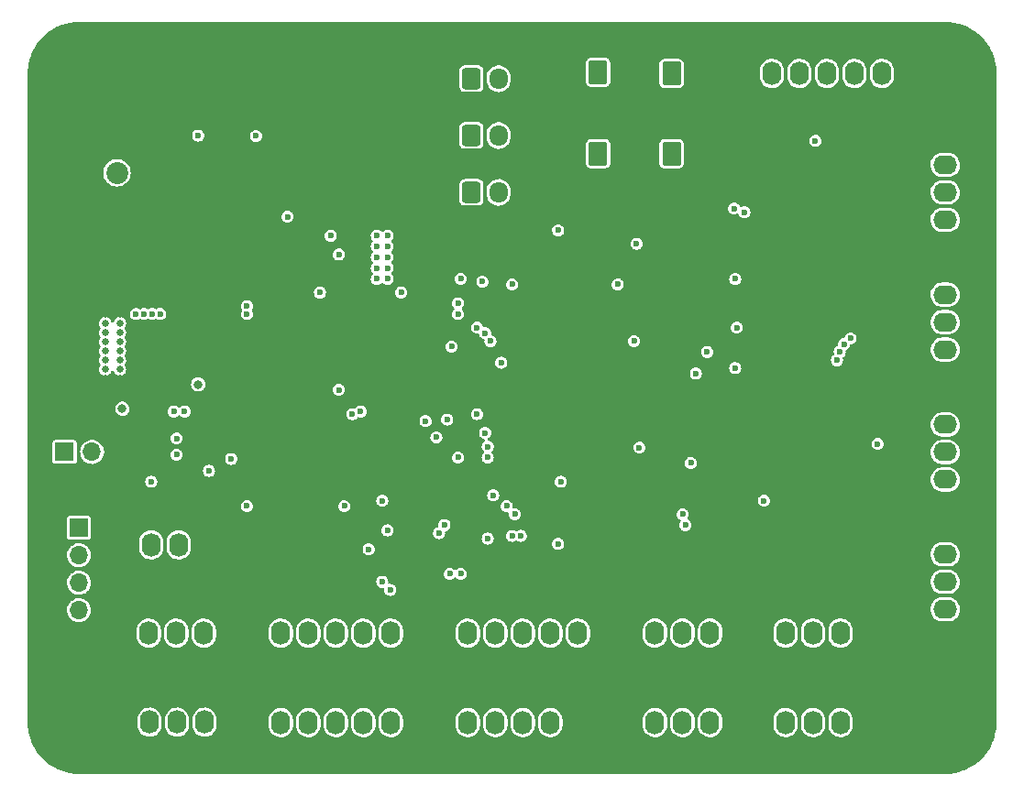
<source format=gbr>
%TF.GenerationSoftware,KiCad,Pcbnew,(6.0.0-rc1-29-g9238b27f63)*%
%TF.CreationDate,2021-12-03T12:49:23+01:00*%
%TF.ProjectId,robolympics_hub,726f626f-6c79-46d7-9069-63735f687562,rev?*%
%TF.SameCoordinates,Original*%
%TF.FileFunction,Copper,L2,Inr*%
%TF.FilePolarity,Positive*%
%FSLAX46Y46*%
G04 Gerber Fmt 4.6, Leading zero omitted, Abs format (unit mm)*
G04 Created by KiCad (PCBNEW (6.0.0-rc1-29-g9238b27f63)) date 2021-12-03 12:49:23*
%MOMM*%
%LPD*%
G01*
G04 APERTURE LIST*
G04 Aperture macros list*
%AMRoundRect*
0 Rectangle with rounded corners*
0 $1 Rounding radius*
0 $2 $3 $4 $5 $6 $7 $8 $9 X,Y pos of 4 corners*
0 Add a 4 corners polygon primitive as box body*
4,1,4,$2,$3,$4,$5,$6,$7,$8,$9,$2,$3,0*
0 Add four circle primitives for the rounded corners*
1,1,$1+$1,$2,$3*
1,1,$1+$1,$4,$5*
1,1,$1+$1,$6,$7*
1,1,$1+$1,$8,$9*
0 Add four rect primitives between the rounded corners*
20,1,$1+$1,$2,$3,$4,$5,0*
20,1,$1+$1,$4,$5,$6,$7,0*
20,1,$1+$1,$6,$7,$8,$9,0*
20,1,$1+$1,$8,$9,$2,$3,0*%
G04 Aperture macros list end*
%TA.AperFunction,ComponentPad*%
%ADD10RoundRect,0.250000X0.620000X0.845000X-0.620000X0.845000X-0.620000X-0.845000X0.620000X-0.845000X0*%
%TD*%
%TA.AperFunction,ComponentPad*%
%ADD11O,1.740000X2.190000*%
%TD*%
%TA.AperFunction,ComponentPad*%
%ADD12R,1.700000X1.700000*%
%TD*%
%TA.AperFunction,ComponentPad*%
%ADD13O,1.700000X1.700000*%
%TD*%
%TA.AperFunction,ComponentPad*%
%ADD14RoundRect,0.250000X-0.600000X-0.725000X0.600000X-0.725000X0.600000X0.725000X-0.600000X0.725000X0*%
%TD*%
%TA.AperFunction,ComponentPad*%
%ADD15O,1.700000X1.950000*%
%TD*%
%TA.AperFunction,ComponentPad*%
%ADD16C,5.400000*%
%TD*%
%TA.AperFunction,ComponentPad*%
%ADD17RoundRect,0.250000X-0.620000X-0.845000X0.620000X-0.845000X0.620000X0.845000X-0.620000X0.845000X0*%
%TD*%
%TA.AperFunction,ComponentPad*%
%ADD18RoundRect,0.250000X-0.845000X0.620000X-0.845000X-0.620000X0.845000X-0.620000X0.845000X0.620000X0*%
%TD*%
%TA.AperFunction,ComponentPad*%
%ADD19O,2.190000X1.740000*%
%TD*%
%TA.AperFunction,ComponentPad*%
%ADD20C,0.650000*%
%TD*%
%TA.AperFunction,ComponentPad*%
%ADD21O,2.216000X1.108000*%
%TD*%
%TA.AperFunction,ComponentPad*%
%ADD22R,2.025000X2.025000*%
%TD*%
%TA.AperFunction,ComponentPad*%
%ADD23C,2.025000*%
%TD*%
%TA.AperFunction,ViaPad*%
%ADD24C,0.600000*%
%TD*%
%TA.AperFunction,ViaPad*%
%ADD25C,0.800000*%
%TD*%
G04 APERTURE END LIST*
D10*
%TO.N,GND*%
%TO.C,J19*%
X174060000Y-116750000D03*
D11*
%TO.N,I2C1_SDA*%
X171520000Y-116750000D03*
%TO.N,I2C1_SCL*%
X168980000Y-116750000D03*
%TO.N,+3V3*%
X166440000Y-116750000D03*
%TD*%
D10*
%TO.N,GND*%
%TO.C,J23*%
X208600000Y-125000000D03*
D11*
X206060000Y-125000000D03*
%TO.N,+3V3*%
X203520000Y-125000000D03*
X200980000Y-125000000D03*
%TO.N,+5V*%
X198440000Y-125000000D03*
X195900000Y-125000000D03*
%TD*%
D10*
%TO.N,GND*%
%TO.C,J4*%
X171740000Y-108580000D03*
D11*
%TO.N,Net-(J4-Pad2)*%
X169200000Y-108580000D03*
%TO.N,+5V*%
X166660000Y-108580000D03*
%TD*%
D12*
%TO.N,+3V3*%
%TO.C,J3*%
X160000000Y-107000000D03*
D13*
%TO.N,SWDIO*%
X160000000Y-109540000D03*
%TO.N,SWCLK*%
X160000000Y-112080000D03*
%TO.N,NRST*%
X160000000Y-114620000D03*
%TO.N,GND*%
X160000000Y-117160000D03*
%TD*%
D10*
%TO.N,GND*%
%TO.C,J7*%
X220810000Y-116730000D03*
D11*
%TO.N,USART2_TX*%
X218270000Y-116730000D03*
%TO.N,USART2_RX*%
X215730000Y-116730000D03*
%TO.N,+3V3*%
X213190000Y-116730000D03*
%TD*%
D14*
%TO.N,V_PWR*%
%TO.C,J9*%
X196250000Y-70750000D03*
D15*
%TO.N,TTL_DATA*%
X198750000Y-70750000D03*
%TO.N,GND*%
X201250000Y-70750000D03*
%TD*%
D16*
%TO.N,GND*%
%TO.C,H4*%
X160000000Y-125000000D03*
%TD*%
D17*
%TO.N,5V_REG*%
%TO.C,J27*%
X214730000Y-72420000D03*
D11*
%TO.N,GND*%
X217270000Y-72420000D03*
%TD*%
D10*
%TO.N,GND*%
%TO.C,J20*%
X220810000Y-125000000D03*
D11*
%TO.N,USART1_TX*%
X218270000Y-125000000D03*
%TO.N,USART1_RX*%
X215730000Y-125000000D03*
%TO.N,+3V3*%
X213190000Y-125000000D03*
%TD*%
D10*
%TO.N,GND*%
%TO.C,J22*%
X208600000Y-116750000D03*
D11*
%TO.N,GPIO_EXT_4*%
X206060000Y-116750000D03*
%TO.N,GPIO_EXT_3*%
X203520000Y-116750000D03*
%TO.N,PWM2*%
X200980000Y-116750000D03*
%TO.N,PWM1*%
X198440000Y-116750000D03*
%TO.N,+3V3*%
X195900000Y-116750000D03*
%TD*%
D12*
%TO.N,+3V3*%
%TO.C,J11*%
X158670000Y-100000000D03*
D13*
%TO.N,BOOT0*%
X161210000Y-100000000D03*
%TD*%
D18*
%TO.N,GND*%
%TO.C,J16*%
X240000000Y-106920000D03*
D19*
%TO.N,RANGE_3_ECHO*%
X240000000Y-109460000D03*
%TO.N,RANGE_3_TRIG*%
X240000000Y-112000000D03*
%TO.N,+5V*%
X240000000Y-114540000D03*
%TD*%
D16*
%TO.N,GND*%
%TO.C,H3*%
X160000000Y-65000000D03*
%TD*%
D20*
%TO.N,GND*%
%TO.C,J28*%
X163775000Y-87275000D03*
%TO.N,5V_USB*%
X163775000Y-88125000D03*
%TO.N,CC*%
X163775000Y-88975000D03*
%TO.N,USB_IN_P*%
X163775000Y-89825000D03*
%TO.N,USB_IN_N*%
X163775000Y-90675000D03*
%TO.N,CC*%
X163775000Y-91525000D03*
%TO.N,5V_USB*%
X163775000Y-92375000D03*
%TO.N,GND*%
X163775000Y-93225000D03*
X162425000Y-93225000D03*
%TO.N,5V_USB*%
X162425000Y-92375000D03*
%TO.N,CC*%
X162425000Y-91525000D03*
%TO.N,USB_IN_P*%
X162425000Y-90675000D03*
%TO.N,USB_IN_N*%
X162425000Y-89825000D03*
%TO.N,CC*%
X162425000Y-88975000D03*
%TO.N,5V_USB*%
X162425000Y-88125000D03*
%TO.N,GND*%
X162425000Y-87275000D03*
D21*
X162795000Y-85925000D03*
X162795000Y-94575000D03*
X159415000Y-94575000D03*
X159415000Y-85925000D03*
%TD*%
D17*
%TO.N,V_PWR*%
%TO.C,J26*%
X207930000Y-64900000D03*
D11*
%TO.N,GND*%
X210470000Y-64900000D03*
%TD*%
D18*
%TO.N,GND*%
%TO.C,J12*%
X240000000Y-82920000D03*
D19*
%TO.N,RANGE_1_ECHO*%
X240000000Y-85460000D03*
%TO.N,RANGE_1_TRIG*%
X240000000Y-88000000D03*
%TO.N,+5V*%
X240000000Y-90540000D03*
%TD*%
D22*
%TO.N,GND*%
%TO.C,J21*%
X163500000Y-77687500D03*
D23*
%TO.N,V_PWR*%
X163500000Y-74187500D03*
%TD*%
D16*
%TO.N,GND*%
%TO.C,H2*%
X240000000Y-125000000D03*
%TD*%
D18*
%TO.N,GND*%
%TO.C,J17*%
X240000000Y-70920000D03*
D19*
%TO.N,RANGE_4_ECHO*%
X240000000Y-73460000D03*
%TO.N,RANGE_4_TRIG*%
X240000000Y-76000000D03*
%TO.N,+5V*%
X240000000Y-78540000D03*
%TD*%
D10*
%TO.N,GND*%
%TO.C,J15*%
X232870000Y-125000000D03*
D11*
%TO.N,Net-(J15-Pad2)*%
X230330000Y-125000000D03*
%TO.N,Net-(J15-Pad3)*%
X227790000Y-125000000D03*
%TO.N,+5V*%
X225250000Y-125000000D03*
%TD*%
D16*
%TO.N,GND*%
%TO.C,H1*%
X240000000Y-65000000D03*
%TD*%
D17*
%TO.N,V_PWR*%
%TO.C,J1*%
X207930000Y-72420000D03*
D11*
%TO.N,GND*%
X210470000Y-72420000D03*
%TD*%
D10*
%TO.N,GND*%
%TO.C,J18*%
X174120000Y-124980000D03*
D11*
%TO.N,I2C1_SDA*%
X171580000Y-124980000D03*
%TO.N,I2C1_SCL*%
X169040000Y-124980000D03*
%TO.N,+3V3*%
X166500000Y-124980000D03*
%TD*%
D14*
%TO.N,V_PWR*%
%TO.C,J10*%
X196250000Y-65500000D03*
D15*
%TO.N,TTL_DATA*%
X198750000Y-65500000D03*
%TO.N,GND*%
X201250000Y-65500000D03*
%TD*%
D14*
%TO.N,V_PWR*%
%TO.C,J8*%
X196250000Y-76000000D03*
D15*
%TO.N,TTL_DATA*%
X198750000Y-76000000D03*
%TO.N,GND*%
X201250000Y-76000000D03*
%TD*%
D17*
%TO.N,GND*%
%TO.C,J5*%
X221450000Y-65020000D03*
D11*
%TO.N,SPI1_NSS*%
X223990000Y-65020000D03*
%TO.N,SPI1_MOSI*%
X226530000Y-65020000D03*
%TO.N,SPI1_MISO*%
X229070000Y-65020000D03*
%TO.N,SPI1_SCK*%
X231610000Y-65020000D03*
%TO.N,unconnected-(J5-Pad6)*%
X234150000Y-65020000D03*
%TD*%
D17*
%TO.N,5V_REG*%
%TO.C,J25*%
X214730000Y-65020000D03*
D11*
%TO.N,GND*%
X217270000Y-65020000D03*
%TD*%
D10*
%TO.N,GND*%
%TO.C,J24*%
X191330000Y-125000000D03*
D11*
%TO.N,GPIO_EXT_2*%
X188790000Y-125000000D03*
%TO.N,SPI2_MOSI*%
X186250000Y-125000000D03*
%TO.N,SPI2_MISO*%
X183710000Y-125000000D03*
%TO.N,SPI2_SCK*%
X181170000Y-125000000D03*
%TO.N,+3V3*%
X178630000Y-125000000D03*
%TD*%
D10*
%TO.N,GND*%
%TO.C,J6*%
X191330000Y-116750000D03*
D11*
%TO.N,GPIO_EXT_1*%
X188790000Y-116750000D03*
%TO.N,SPI2_MOSI*%
X186250000Y-116750000D03*
%TO.N,SPI2_MISO*%
X183710000Y-116750000D03*
%TO.N,SPI2_SCK*%
X181170000Y-116750000D03*
%TO.N,+3V3*%
X178630000Y-116750000D03*
%TD*%
D18*
%TO.N,GND*%
%TO.C,J13*%
X240000000Y-94920000D03*
D19*
%TO.N,RANGE_2_ECHO*%
X240000000Y-97460000D03*
%TO.N,RANGE_2_TRIG*%
X240000000Y-100000000D03*
%TO.N,+5V*%
X240000000Y-102540000D03*
%TD*%
D10*
%TO.N,GND*%
%TO.C,J14*%
X232870000Y-116750000D03*
D11*
%TO.N,Net-(J14-Pad2)*%
X230330000Y-116750000D03*
%TO.N,Net-(J14-Pad3)*%
X227790000Y-116750000D03*
%TO.N,+5V*%
X225250000Y-116750000D03*
%TD*%
D24*
%TO.N,GPIO_EXT_3*%
X194250000Y-111250000D03*
X193250000Y-107500000D03*
%TO.N,GPIO_EXT_4*%
X193750000Y-106750000D03*
X195250000Y-111250000D03*
%TO.N,SPI1_NSS*%
X228000000Y-71250000D03*
%TO.N,SPI2_SCK*%
X196750000Y-96500000D03*
X186750000Y-109000000D03*
%TO.N,GPIO_EXT_1*%
X188750000Y-112750000D03*
%TO.N,USART1_TX*%
X195000000Y-100500000D03*
%TO.N,USART1_RX*%
X194000000Y-97000000D03*
%TO.N,UC_TTL_DIR*%
X185241525Y-96502825D03*
%TO.N,LED1*%
X195000000Y-86250000D03*
%TO.N,ENC_B_R*%
X197750000Y-100500000D03*
%TO.N,ENC_A_R*%
X197750000Y-99500000D03*
%TO.N,LED2*%
X195000000Y-87250000D03*
%TO.N,LED3*%
X186000000Y-96250000D03*
%TO.N,USART2_TX*%
X200250000Y-105750000D03*
X200799503Y-107750000D03*
%TO.N,USART2_RX*%
X199500000Y-105000000D03*
X200000000Y-107750000D03*
%TO.N,USART6_TX*%
X200000000Y-84500000D03*
%TO.N,USART6_RX*%
X197250000Y-84250000D03*
%TO.N,PWM1*%
X192000000Y-97150500D03*
%TO.N,PWM2*%
X193000000Y-98650500D03*
%TO.N,GPIO_EXT_2*%
X188000000Y-112000000D03*
%TO.N,PWM_NEOPIXEL*%
X174048911Y-100650500D03*
%TO.N,GND*%
X223500000Y-112500000D03*
X174250000Y-79250000D03*
X171750000Y-103000000D03*
X200750000Y-94500000D03*
X202500000Y-84000000D03*
X175750000Y-77250000D03*
X174250000Y-78250000D03*
X198500000Y-84000000D03*
X175750000Y-79250000D03*
X218000000Y-107250000D03*
X165250000Y-104000000D03*
X175750000Y-78250000D03*
X174250000Y-77250000D03*
%TO.N,5V_USB*%
X166000000Y-87250000D03*
X189750000Y-85250000D03*
X182250000Y-85250000D03*
X165250000Y-87250000D03*
X167500000Y-87250000D03*
X166750000Y-87250000D03*
%TO.N,BAT_MEAS*%
X211750000Y-99599500D03*
X211250000Y-89750000D03*
%TO.N,+5V*%
X188500000Y-83000000D03*
X187500000Y-83000000D03*
X187500000Y-80000000D03*
X188500000Y-81000000D03*
X188500000Y-82000000D03*
X169000000Y-98750000D03*
X187500000Y-84000000D03*
X187500000Y-81000000D03*
X188500000Y-84000000D03*
X204250000Y-79500000D03*
X188500000Y-80000000D03*
X187500000Y-82000000D03*
%TO.N,Net-(C10-Pad2)*%
X176338000Y-70795000D03*
X171000000Y-70750000D03*
%TO.N,5V_REG*%
X179250000Y-78250000D03*
%TO.N,Net-(U4-Pad4)*%
X169000000Y-100250000D03*
%TO.N,ENC_A_L*%
X215750000Y-105750000D03*
%TO.N,ENC_B_L*%
X216000000Y-106750000D03*
%TO.N,NRST*%
X198250000Y-104000000D03*
X188000000Y-104500000D03*
X204250000Y-108500000D03*
%TO.N,SWDIO*%
X168750000Y-96250000D03*
%TO.N,SWCLK*%
X169750000Y-96250000D03*
%TO.N,RANGE_1_ECHO*%
X220750000Y-88500000D03*
X218000000Y-90750000D03*
%TO.N,RANGE_1_TRIG*%
X216971448Y-92750000D03*
X220599500Y-92250000D03*
%TO.N,RANGE_2_ECHO*%
X194400500Y-90250000D03*
X231250000Y-89500000D03*
%TO.N,RANGE_2_TRIG*%
X196750000Y-88500000D03*
X230650500Y-90034414D03*
%TO.N,RANGE_3_ECHO*%
X230250000Y-90750000D03*
X197500000Y-89000000D03*
%TO.N,RANGE_3_TRIG*%
X198000000Y-89750000D03*
X229997175Y-91508475D03*
%TO.N,RANGE_4_ECHO*%
X220500000Y-77500000D03*
%TO.N,RANGE_4_TRIG*%
X221456469Y-77840500D03*
%TO.N,Net-(D3-Pad2)*%
X220599500Y-84000000D03*
%TO.N,Net-(D4-Pad2)*%
X209750000Y-84500000D03*
%TO.N,Net-(D5-Pad2)*%
X211500000Y-80750000D03*
%TO.N,USER_BTN*%
X197500000Y-98250000D03*
X216500000Y-101000000D03*
%TO.N,Net-(IC3-Pad4)*%
X184000000Y-81750000D03*
%TO.N,Net-(IC3-Pad5)*%
X183250000Y-80000000D03*
%TO.N,+3V3*%
X233750000Y-99250000D03*
X184000000Y-94250000D03*
X172000000Y-101750000D03*
D25*
X164000000Y-96000000D03*
D24*
X175500000Y-105000000D03*
X166665989Y-102750000D03*
X184500000Y-105000000D03*
X175500000Y-87250000D03*
X195250000Y-84000000D03*
X188500000Y-107250000D03*
X175500000Y-86500000D03*
X199000000Y-91750000D03*
X223250000Y-104500000D03*
X204500000Y-102750000D03*
D25*
X171000000Y-93750000D03*
D24*
X197750000Y-108000000D03*
%TD*%
%TA.AperFunction,Conductor*%
%TO.N,GND*%
G36*
X239987153Y-60256421D02*
G01*
X240000000Y-60258976D01*
X240012169Y-60256556D01*
X240022654Y-60256556D01*
X240035693Y-60255559D01*
X240358276Y-60269643D01*
X240408146Y-60271820D01*
X240419094Y-60272778D01*
X240818691Y-60325385D01*
X240829495Y-60327291D01*
X241222990Y-60414527D01*
X241233600Y-60417370D01*
X241617985Y-60538566D01*
X241628299Y-60542319D01*
X242000679Y-60696564D01*
X242010623Y-60701202D01*
X242297060Y-60850311D01*
X242368117Y-60887301D01*
X242377637Y-60892797D01*
X242717557Y-61109350D01*
X242726561Y-61115655D01*
X243046304Y-61361003D01*
X243054724Y-61368068D01*
X243351873Y-61640354D01*
X243359646Y-61648127D01*
X243631932Y-61945276D01*
X243638997Y-61953696D01*
X243884345Y-62273439D01*
X243890650Y-62282443D01*
X244107203Y-62622363D01*
X244112698Y-62631882D01*
X244245863Y-62887688D01*
X244298794Y-62989368D01*
X244303436Y-62999321D01*
X244457678Y-63371694D01*
X244461434Y-63382015D01*
X244570185Y-63726928D01*
X244582630Y-63766399D01*
X244585473Y-63777010D01*
X244672709Y-64170505D01*
X244674615Y-64181309D01*
X244713365Y-64475650D01*
X244727222Y-64580905D01*
X244728180Y-64591855D01*
X244744441Y-64964307D01*
X244743444Y-64977346D01*
X244743444Y-64987831D01*
X244741024Y-65000000D01*
X244743579Y-65012844D01*
X244746000Y-65037425D01*
X244746000Y-124962575D01*
X244743579Y-124987153D01*
X244741024Y-125000000D01*
X244743444Y-125012169D01*
X244743444Y-125022654D01*
X244744441Y-125035693D01*
X244728180Y-125408145D01*
X244727222Y-125419094D01*
X244696846Y-125649830D01*
X244674616Y-125818683D01*
X244672709Y-125829495D01*
X244589626Y-126204260D01*
X244585475Y-126222984D01*
X244582630Y-126233600D01*
X244544988Y-126352988D01*
X244461437Y-126617977D01*
X244457681Y-126628299D01*
X244424904Y-126707430D01*
X244303440Y-127000670D01*
X244298798Y-127010623D01*
X244112699Y-127368117D01*
X244107203Y-127377637D01*
X243890650Y-127717557D01*
X243884345Y-127726561D01*
X243638997Y-128046304D01*
X243631932Y-128054724D01*
X243359646Y-128351873D01*
X243351873Y-128359646D01*
X243054724Y-128631932D01*
X243046304Y-128638997D01*
X242726561Y-128884345D01*
X242717557Y-128890650D01*
X242377637Y-129107203D01*
X242368118Y-129112698D01*
X242010623Y-129298798D01*
X242000679Y-129303436D01*
X241628299Y-129457681D01*
X241617985Y-129461434D01*
X241233601Y-129582630D01*
X241222990Y-129585473D01*
X240829495Y-129672709D01*
X240818691Y-129674615D01*
X240419095Y-129727222D01*
X240408146Y-129728180D01*
X240358276Y-129730357D01*
X240035693Y-129744441D01*
X240022654Y-129743444D01*
X240012169Y-129743444D01*
X240000000Y-129741024D01*
X239987153Y-129743579D01*
X239962575Y-129746000D01*
X160037425Y-129746000D01*
X160012847Y-129743579D01*
X160000000Y-129741024D01*
X159987831Y-129743444D01*
X159977346Y-129743444D01*
X159964307Y-129744441D01*
X159641724Y-129730357D01*
X159591854Y-129728180D01*
X159580905Y-129727222D01*
X159181309Y-129674615D01*
X159170505Y-129672709D01*
X158777010Y-129585473D01*
X158766399Y-129582630D01*
X158382015Y-129461434D01*
X158371701Y-129457681D01*
X157999321Y-129303436D01*
X157989377Y-129298798D01*
X157631882Y-129112698D01*
X157622363Y-129107203D01*
X157282443Y-128890650D01*
X157273439Y-128884345D01*
X156953696Y-128638997D01*
X156945276Y-128631932D01*
X156648127Y-128359646D01*
X156640354Y-128351873D01*
X156368068Y-128054724D01*
X156361003Y-128046304D01*
X156115655Y-127726561D01*
X156109350Y-127717557D01*
X155892797Y-127377637D01*
X155887301Y-127368117D01*
X155701202Y-127010623D01*
X155696560Y-127000670D01*
X155575097Y-126707430D01*
X155542319Y-126628299D01*
X155538563Y-126617977D01*
X155455013Y-126352988D01*
X155417370Y-126233600D01*
X155414525Y-126222984D01*
X155410374Y-126204260D01*
X155327291Y-125829495D01*
X155325384Y-125818683D01*
X155303155Y-125649830D01*
X155272778Y-125419094D01*
X155271820Y-125408145D01*
X155265291Y-125258611D01*
X165375500Y-125258611D01*
X165390765Y-125418605D01*
X165392454Y-125424361D01*
X165392454Y-125424363D01*
X165396632Y-125438605D01*
X165451168Y-125624503D01*
X165549417Y-125815264D01*
X165681965Y-125984005D01*
X165844029Y-126124637D01*
X166029763Y-126232087D01*
X166078701Y-126249081D01*
X166226799Y-126300509D01*
X166226801Y-126300509D01*
X166232464Y-126302476D01*
X166238399Y-126303337D01*
X166238401Y-126303337D01*
X166438879Y-126332405D01*
X166438882Y-126332405D01*
X166444819Y-126333266D01*
X166659164Y-126323346D01*
X166664988Y-126321942D01*
X166664991Y-126321942D01*
X166861934Y-126274478D01*
X166861936Y-126274477D01*
X166867767Y-126273072D01*
X166873225Y-126270590D01*
X166873229Y-126270589D01*
X167019111Y-126204260D01*
X167063099Y-126184260D01*
X167238114Y-126060113D01*
X167386495Y-125905112D01*
X167502890Y-125724849D01*
X167545647Y-125618755D01*
X167580853Y-125531397D01*
X167580854Y-125531394D01*
X167583097Y-125525828D01*
X167621420Y-125329588D01*
X167623356Y-125319677D01*
X167623356Y-125319674D01*
X167624224Y-125315231D01*
X167624500Y-125309588D01*
X167624500Y-125258611D01*
X167915500Y-125258611D01*
X167930765Y-125418605D01*
X167932454Y-125424361D01*
X167932454Y-125424363D01*
X167936632Y-125438605D01*
X167991168Y-125624503D01*
X168089417Y-125815264D01*
X168221965Y-125984005D01*
X168384029Y-126124637D01*
X168569763Y-126232087D01*
X168618701Y-126249081D01*
X168766799Y-126300509D01*
X168766801Y-126300509D01*
X168772464Y-126302476D01*
X168778399Y-126303337D01*
X168778401Y-126303337D01*
X168978879Y-126332405D01*
X168978882Y-126332405D01*
X168984819Y-126333266D01*
X169199164Y-126323346D01*
X169204988Y-126321942D01*
X169204991Y-126321942D01*
X169401934Y-126274478D01*
X169401936Y-126274477D01*
X169407767Y-126273072D01*
X169413225Y-126270590D01*
X169413229Y-126270589D01*
X169559111Y-126204260D01*
X169603099Y-126184260D01*
X169778114Y-126060113D01*
X169926495Y-125905112D01*
X170042890Y-125724849D01*
X170085647Y-125618755D01*
X170120853Y-125531397D01*
X170120854Y-125531394D01*
X170123097Y-125525828D01*
X170161420Y-125329588D01*
X170163356Y-125319677D01*
X170163356Y-125319674D01*
X170164224Y-125315231D01*
X170164500Y-125309588D01*
X170164500Y-125258611D01*
X170455500Y-125258611D01*
X170470765Y-125418605D01*
X170472454Y-125424361D01*
X170472454Y-125424363D01*
X170476632Y-125438605D01*
X170531168Y-125624503D01*
X170629417Y-125815264D01*
X170761965Y-125984005D01*
X170924029Y-126124637D01*
X171109763Y-126232087D01*
X171158701Y-126249081D01*
X171306799Y-126300509D01*
X171306801Y-126300509D01*
X171312464Y-126302476D01*
X171318399Y-126303337D01*
X171318401Y-126303337D01*
X171518879Y-126332405D01*
X171518882Y-126332405D01*
X171524819Y-126333266D01*
X171739164Y-126323346D01*
X171744988Y-126321942D01*
X171744991Y-126321942D01*
X171941934Y-126274478D01*
X171941936Y-126274477D01*
X171947767Y-126273072D01*
X171953225Y-126270590D01*
X171953229Y-126270589D01*
X172099111Y-126204260D01*
X172143099Y-126184260D01*
X172318114Y-126060113D01*
X172466495Y-125905112D01*
X172582890Y-125724849D01*
X172625647Y-125618755D01*
X172660853Y-125531397D01*
X172660854Y-125531394D01*
X172663097Y-125525828D01*
X172701420Y-125329588D01*
X172703356Y-125319677D01*
X172703356Y-125319674D01*
X172704224Y-125315231D01*
X172704500Y-125309588D01*
X172704500Y-125278611D01*
X177505500Y-125278611D01*
X177520765Y-125438605D01*
X177581168Y-125644503D01*
X177679417Y-125835264D01*
X177811965Y-126004005D01*
X177974029Y-126144637D01*
X178159763Y-126252087D01*
X178213044Y-126270589D01*
X178356799Y-126320509D01*
X178356801Y-126320509D01*
X178362464Y-126322476D01*
X178368399Y-126323337D01*
X178368401Y-126323337D01*
X178568879Y-126352405D01*
X178568882Y-126352405D01*
X178574819Y-126353266D01*
X178789164Y-126343346D01*
X178794988Y-126341942D01*
X178794991Y-126341942D01*
X178991934Y-126294478D01*
X178991936Y-126294477D01*
X178997767Y-126293072D01*
X179003225Y-126290590D01*
X179003229Y-126290589D01*
X179140105Y-126228355D01*
X179193099Y-126204260D01*
X179368114Y-126080113D01*
X179516495Y-125925112D01*
X179632890Y-125744849D01*
X179679244Y-125629830D01*
X179710853Y-125551397D01*
X179710854Y-125551394D01*
X179713097Y-125545828D01*
X179737942Y-125418605D01*
X179753356Y-125339677D01*
X179753356Y-125339674D01*
X179754224Y-125335231D01*
X179754500Y-125329588D01*
X179754500Y-125278611D01*
X180045500Y-125278611D01*
X180060765Y-125438605D01*
X180121168Y-125644503D01*
X180219417Y-125835264D01*
X180351965Y-126004005D01*
X180514029Y-126144637D01*
X180699763Y-126252087D01*
X180753044Y-126270589D01*
X180896799Y-126320509D01*
X180896801Y-126320509D01*
X180902464Y-126322476D01*
X180908399Y-126323337D01*
X180908401Y-126323337D01*
X181108879Y-126352405D01*
X181108882Y-126352405D01*
X181114819Y-126353266D01*
X181329164Y-126343346D01*
X181334988Y-126341942D01*
X181334991Y-126341942D01*
X181531934Y-126294478D01*
X181531936Y-126294477D01*
X181537767Y-126293072D01*
X181543225Y-126290590D01*
X181543229Y-126290589D01*
X181680105Y-126228355D01*
X181733099Y-126204260D01*
X181908114Y-126080113D01*
X182056495Y-125925112D01*
X182172890Y-125744849D01*
X182219244Y-125629830D01*
X182250853Y-125551397D01*
X182250854Y-125551394D01*
X182253097Y-125545828D01*
X182277942Y-125418605D01*
X182293356Y-125339677D01*
X182293356Y-125339674D01*
X182294224Y-125335231D01*
X182294500Y-125329588D01*
X182294500Y-125278611D01*
X182585500Y-125278611D01*
X182600765Y-125438605D01*
X182661168Y-125644503D01*
X182759417Y-125835264D01*
X182891965Y-126004005D01*
X183054029Y-126144637D01*
X183239763Y-126252087D01*
X183293044Y-126270589D01*
X183436799Y-126320509D01*
X183436801Y-126320509D01*
X183442464Y-126322476D01*
X183448399Y-126323337D01*
X183448401Y-126323337D01*
X183648879Y-126352405D01*
X183648882Y-126352405D01*
X183654819Y-126353266D01*
X183869164Y-126343346D01*
X183874988Y-126341942D01*
X183874991Y-126341942D01*
X184071934Y-126294478D01*
X184071936Y-126294477D01*
X184077767Y-126293072D01*
X184083225Y-126290590D01*
X184083229Y-126290589D01*
X184220105Y-126228355D01*
X184273099Y-126204260D01*
X184448114Y-126080113D01*
X184596495Y-125925112D01*
X184712890Y-125744849D01*
X184759244Y-125629830D01*
X184790853Y-125551397D01*
X184790854Y-125551394D01*
X184793097Y-125545828D01*
X184817942Y-125418605D01*
X184833356Y-125339677D01*
X184833356Y-125339674D01*
X184834224Y-125335231D01*
X184834500Y-125329588D01*
X184834500Y-125278611D01*
X185125500Y-125278611D01*
X185140765Y-125438605D01*
X185201168Y-125644503D01*
X185299417Y-125835264D01*
X185431965Y-126004005D01*
X185594029Y-126144637D01*
X185779763Y-126252087D01*
X185833044Y-126270589D01*
X185976799Y-126320509D01*
X185976801Y-126320509D01*
X185982464Y-126322476D01*
X185988399Y-126323337D01*
X185988401Y-126323337D01*
X186188879Y-126352405D01*
X186188882Y-126352405D01*
X186194819Y-126353266D01*
X186409164Y-126343346D01*
X186414988Y-126341942D01*
X186414991Y-126341942D01*
X186611934Y-126294478D01*
X186611936Y-126294477D01*
X186617767Y-126293072D01*
X186623225Y-126290590D01*
X186623229Y-126290589D01*
X186760105Y-126228355D01*
X186813099Y-126204260D01*
X186988114Y-126080113D01*
X187136495Y-125925112D01*
X187252890Y-125744849D01*
X187299244Y-125629830D01*
X187330853Y-125551397D01*
X187330854Y-125551394D01*
X187333097Y-125545828D01*
X187357942Y-125418605D01*
X187373356Y-125339677D01*
X187373356Y-125339674D01*
X187374224Y-125335231D01*
X187374500Y-125329588D01*
X187374500Y-125278611D01*
X187665500Y-125278611D01*
X187680765Y-125438605D01*
X187741168Y-125644503D01*
X187839417Y-125835264D01*
X187971965Y-126004005D01*
X188134029Y-126144637D01*
X188319763Y-126252087D01*
X188373044Y-126270589D01*
X188516799Y-126320509D01*
X188516801Y-126320509D01*
X188522464Y-126322476D01*
X188528399Y-126323337D01*
X188528401Y-126323337D01*
X188728879Y-126352405D01*
X188728882Y-126352405D01*
X188734819Y-126353266D01*
X188949164Y-126343346D01*
X188954988Y-126341942D01*
X188954991Y-126341942D01*
X189151934Y-126294478D01*
X189151936Y-126294477D01*
X189157767Y-126293072D01*
X189163225Y-126290590D01*
X189163229Y-126290589D01*
X189300105Y-126228355D01*
X189353099Y-126204260D01*
X189528114Y-126080113D01*
X189676495Y-125925112D01*
X189792890Y-125744849D01*
X189839244Y-125629830D01*
X189870853Y-125551397D01*
X189870854Y-125551394D01*
X189873097Y-125545828D01*
X189897942Y-125418605D01*
X189913356Y-125339677D01*
X189913356Y-125339674D01*
X189914224Y-125335231D01*
X189914500Y-125329588D01*
X189914500Y-125278611D01*
X194775500Y-125278611D01*
X194790765Y-125438605D01*
X194851168Y-125644503D01*
X194949417Y-125835264D01*
X195081965Y-126004005D01*
X195244029Y-126144637D01*
X195429763Y-126252087D01*
X195483044Y-126270589D01*
X195626799Y-126320509D01*
X195626801Y-126320509D01*
X195632464Y-126322476D01*
X195638399Y-126323337D01*
X195638401Y-126323337D01*
X195838879Y-126352405D01*
X195838882Y-126352405D01*
X195844819Y-126353266D01*
X196059164Y-126343346D01*
X196064988Y-126341942D01*
X196064991Y-126341942D01*
X196261934Y-126294478D01*
X196261936Y-126294477D01*
X196267767Y-126293072D01*
X196273225Y-126290590D01*
X196273229Y-126290589D01*
X196410105Y-126228355D01*
X196463099Y-126204260D01*
X196638114Y-126080113D01*
X196786495Y-125925112D01*
X196902890Y-125744849D01*
X196949244Y-125629830D01*
X196980853Y-125551397D01*
X196980854Y-125551394D01*
X196983097Y-125545828D01*
X197007942Y-125418605D01*
X197023356Y-125339677D01*
X197023356Y-125339674D01*
X197024224Y-125335231D01*
X197024500Y-125329588D01*
X197024500Y-125278611D01*
X197315500Y-125278611D01*
X197330765Y-125438605D01*
X197391168Y-125644503D01*
X197489417Y-125835264D01*
X197621965Y-126004005D01*
X197784029Y-126144637D01*
X197969763Y-126252087D01*
X198023044Y-126270589D01*
X198166799Y-126320509D01*
X198166801Y-126320509D01*
X198172464Y-126322476D01*
X198178399Y-126323337D01*
X198178401Y-126323337D01*
X198378879Y-126352405D01*
X198378882Y-126352405D01*
X198384819Y-126353266D01*
X198599164Y-126343346D01*
X198604988Y-126341942D01*
X198604991Y-126341942D01*
X198801934Y-126294478D01*
X198801936Y-126294477D01*
X198807767Y-126293072D01*
X198813225Y-126290590D01*
X198813229Y-126290589D01*
X198950105Y-126228355D01*
X199003099Y-126204260D01*
X199178114Y-126080113D01*
X199326495Y-125925112D01*
X199442890Y-125744849D01*
X199489244Y-125629830D01*
X199520853Y-125551397D01*
X199520854Y-125551394D01*
X199523097Y-125545828D01*
X199547942Y-125418605D01*
X199563356Y-125339677D01*
X199563356Y-125339674D01*
X199564224Y-125335231D01*
X199564500Y-125329588D01*
X199564500Y-125278611D01*
X199855500Y-125278611D01*
X199870765Y-125438605D01*
X199931168Y-125644503D01*
X200029417Y-125835264D01*
X200161965Y-126004005D01*
X200324029Y-126144637D01*
X200509763Y-126252087D01*
X200563044Y-126270589D01*
X200706799Y-126320509D01*
X200706801Y-126320509D01*
X200712464Y-126322476D01*
X200718399Y-126323337D01*
X200718401Y-126323337D01*
X200918879Y-126352405D01*
X200918882Y-126352405D01*
X200924819Y-126353266D01*
X201139164Y-126343346D01*
X201144988Y-126341942D01*
X201144991Y-126341942D01*
X201341934Y-126294478D01*
X201341936Y-126294477D01*
X201347767Y-126293072D01*
X201353225Y-126290590D01*
X201353229Y-126290589D01*
X201490105Y-126228355D01*
X201543099Y-126204260D01*
X201718114Y-126080113D01*
X201866495Y-125925112D01*
X201982890Y-125744849D01*
X202029244Y-125629830D01*
X202060853Y-125551397D01*
X202060854Y-125551394D01*
X202063097Y-125545828D01*
X202087942Y-125418605D01*
X202103356Y-125339677D01*
X202103356Y-125339674D01*
X202104224Y-125335231D01*
X202104500Y-125329588D01*
X202104500Y-125278611D01*
X202395500Y-125278611D01*
X202410765Y-125438605D01*
X202471168Y-125644503D01*
X202569417Y-125835264D01*
X202701965Y-126004005D01*
X202864029Y-126144637D01*
X203049763Y-126252087D01*
X203103044Y-126270589D01*
X203246799Y-126320509D01*
X203246801Y-126320509D01*
X203252464Y-126322476D01*
X203258399Y-126323337D01*
X203258401Y-126323337D01*
X203458879Y-126352405D01*
X203458882Y-126352405D01*
X203464819Y-126353266D01*
X203679164Y-126343346D01*
X203684988Y-126341942D01*
X203684991Y-126341942D01*
X203881934Y-126294478D01*
X203881936Y-126294477D01*
X203887767Y-126293072D01*
X203893225Y-126290590D01*
X203893229Y-126290589D01*
X204030105Y-126228355D01*
X204083099Y-126204260D01*
X204258114Y-126080113D01*
X204406495Y-125925112D01*
X204522890Y-125744849D01*
X204569244Y-125629830D01*
X204600853Y-125551397D01*
X204600854Y-125551394D01*
X204603097Y-125545828D01*
X204627942Y-125418605D01*
X204643356Y-125339677D01*
X204643356Y-125339674D01*
X204644224Y-125335231D01*
X204644500Y-125329588D01*
X204644500Y-125278611D01*
X212065500Y-125278611D01*
X212080765Y-125438605D01*
X212141168Y-125644503D01*
X212239417Y-125835264D01*
X212371965Y-126004005D01*
X212534029Y-126144637D01*
X212719763Y-126252087D01*
X212773044Y-126270589D01*
X212916799Y-126320509D01*
X212916801Y-126320509D01*
X212922464Y-126322476D01*
X212928399Y-126323337D01*
X212928401Y-126323337D01*
X213128879Y-126352405D01*
X213128882Y-126352405D01*
X213134819Y-126353266D01*
X213349164Y-126343346D01*
X213354988Y-126341942D01*
X213354991Y-126341942D01*
X213551934Y-126294478D01*
X213551936Y-126294477D01*
X213557767Y-126293072D01*
X213563225Y-126290590D01*
X213563229Y-126290589D01*
X213700105Y-126228355D01*
X213753099Y-126204260D01*
X213928114Y-126080113D01*
X214076495Y-125925112D01*
X214192890Y-125744849D01*
X214239244Y-125629830D01*
X214270853Y-125551397D01*
X214270854Y-125551394D01*
X214273097Y-125545828D01*
X214297942Y-125418605D01*
X214313356Y-125339677D01*
X214313356Y-125339674D01*
X214314224Y-125335231D01*
X214314500Y-125329588D01*
X214314500Y-125278611D01*
X214605500Y-125278611D01*
X214620765Y-125438605D01*
X214681168Y-125644503D01*
X214779417Y-125835264D01*
X214911965Y-126004005D01*
X215074029Y-126144637D01*
X215259763Y-126252087D01*
X215313044Y-126270589D01*
X215456799Y-126320509D01*
X215456801Y-126320509D01*
X215462464Y-126322476D01*
X215468399Y-126323337D01*
X215468401Y-126323337D01*
X215668879Y-126352405D01*
X215668882Y-126352405D01*
X215674819Y-126353266D01*
X215889164Y-126343346D01*
X215894988Y-126341942D01*
X215894991Y-126341942D01*
X216091934Y-126294478D01*
X216091936Y-126294477D01*
X216097767Y-126293072D01*
X216103225Y-126290590D01*
X216103229Y-126290589D01*
X216240105Y-126228355D01*
X216293099Y-126204260D01*
X216468114Y-126080113D01*
X216616495Y-125925112D01*
X216732890Y-125744849D01*
X216779244Y-125629830D01*
X216810853Y-125551397D01*
X216810854Y-125551394D01*
X216813097Y-125545828D01*
X216837942Y-125418605D01*
X216853356Y-125339677D01*
X216853356Y-125339674D01*
X216854224Y-125335231D01*
X216854500Y-125329588D01*
X216854500Y-125278611D01*
X217145500Y-125278611D01*
X217160765Y-125438605D01*
X217221168Y-125644503D01*
X217319417Y-125835264D01*
X217451965Y-126004005D01*
X217614029Y-126144637D01*
X217799763Y-126252087D01*
X217853044Y-126270589D01*
X217996799Y-126320509D01*
X217996801Y-126320509D01*
X218002464Y-126322476D01*
X218008399Y-126323337D01*
X218008401Y-126323337D01*
X218208879Y-126352405D01*
X218208882Y-126352405D01*
X218214819Y-126353266D01*
X218429164Y-126343346D01*
X218434988Y-126341942D01*
X218434991Y-126341942D01*
X218631934Y-126294478D01*
X218631936Y-126294477D01*
X218637767Y-126293072D01*
X218643225Y-126290590D01*
X218643229Y-126290589D01*
X218780105Y-126228355D01*
X218833099Y-126204260D01*
X219008114Y-126080113D01*
X219156495Y-125925112D01*
X219272890Y-125744849D01*
X219319244Y-125629830D01*
X219350853Y-125551397D01*
X219350854Y-125551394D01*
X219353097Y-125545828D01*
X219377942Y-125418605D01*
X219393356Y-125339677D01*
X219393356Y-125339674D01*
X219394224Y-125335231D01*
X219394500Y-125329588D01*
X219394500Y-125278611D01*
X224125500Y-125278611D01*
X224140765Y-125438605D01*
X224201168Y-125644503D01*
X224299417Y-125835264D01*
X224431965Y-126004005D01*
X224594029Y-126144637D01*
X224779763Y-126252087D01*
X224833044Y-126270589D01*
X224976799Y-126320509D01*
X224976801Y-126320509D01*
X224982464Y-126322476D01*
X224988399Y-126323337D01*
X224988401Y-126323337D01*
X225188879Y-126352405D01*
X225188882Y-126352405D01*
X225194819Y-126353266D01*
X225409164Y-126343346D01*
X225414988Y-126341942D01*
X225414991Y-126341942D01*
X225611934Y-126294478D01*
X225611936Y-126294477D01*
X225617767Y-126293072D01*
X225623225Y-126290590D01*
X225623229Y-126290589D01*
X225760105Y-126228355D01*
X225813099Y-126204260D01*
X225988114Y-126080113D01*
X226136495Y-125925112D01*
X226252890Y-125744849D01*
X226299244Y-125629830D01*
X226330853Y-125551397D01*
X226330854Y-125551394D01*
X226333097Y-125545828D01*
X226357942Y-125418605D01*
X226373356Y-125339677D01*
X226373356Y-125339674D01*
X226374224Y-125335231D01*
X226374500Y-125329588D01*
X226374500Y-125278611D01*
X226665500Y-125278611D01*
X226680765Y-125438605D01*
X226741168Y-125644503D01*
X226839417Y-125835264D01*
X226971965Y-126004005D01*
X227134029Y-126144637D01*
X227319763Y-126252087D01*
X227373044Y-126270589D01*
X227516799Y-126320509D01*
X227516801Y-126320509D01*
X227522464Y-126322476D01*
X227528399Y-126323337D01*
X227528401Y-126323337D01*
X227728879Y-126352405D01*
X227728882Y-126352405D01*
X227734819Y-126353266D01*
X227949164Y-126343346D01*
X227954988Y-126341942D01*
X227954991Y-126341942D01*
X228151934Y-126294478D01*
X228151936Y-126294477D01*
X228157767Y-126293072D01*
X228163225Y-126290590D01*
X228163229Y-126290589D01*
X228300105Y-126228355D01*
X228353099Y-126204260D01*
X228528114Y-126080113D01*
X228676495Y-125925112D01*
X228792890Y-125744849D01*
X228839244Y-125629830D01*
X228870853Y-125551397D01*
X228870854Y-125551394D01*
X228873097Y-125545828D01*
X228897942Y-125418605D01*
X228913356Y-125339677D01*
X228913356Y-125339674D01*
X228914224Y-125335231D01*
X228914500Y-125329588D01*
X228914500Y-125278611D01*
X229205500Y-125278611D01*
X229220765Y-125438605D01*
X229281168Y-125644503D01*
X229379417Y-125835264D01*
X229511965Y-126004005D01*
X229674029Y-126144637D01*
X229859763Y-126252087D01*
X229913044Y-126270589D01*
X230056799Y-126320509D01*
X230056801Y-126320509D01*
X230062464Y-126322476D01*
X230068399Y-126323337D01*
X230068401Y-126323337D01*
X230268879Y-126352405D01*
X230268882Y-126352405D01*
X230274819Y-126353266D01*
X230489164Y-126343346D01*
X230494988Y-126341942D01*
X230494991Y-126341942D01*
X230691934Y-126294478D01*
X230691936Y-126294477D01*
X230697767Y-126293072D01*
X230703225Y-126290590D01*
X230703229Y-126290589D01*
X230840105Y-126228355D01*
X230893099Y-126204260D01*
X231068114Y-126080113D01*
X231216495Y-125925112D01*
X231332890Y-125744849D01*
X231379244Y-125629830D01*
X231410853Y-125551397D01*
X231410854Y-125551394D01*
X231413097Y-125545828D01*
X231437942Y-125418605D01*
X231453356Y-125339677D01*
X231453356Y-125339674D01*
X231454224Y-125335231D01*
X231454500Y-125329588D01*
X231454500Y-124721389D01*
X231439235Y-124561395D01*
X231378832Y-124355497D01*
X231280583Y-124164736D01*
X231148035Y-123995995D01*
X230985971Y-123855363D01*
X230800237Y-123747913D01*
X230689362Y-123709411D01*
X230603201Y-123679491D01*
X230603199Y-123679491D01*
X230597536Y-123677524D01*
X230591601Y-123676663D01*
X230591599Y-123676663D01*
X230391121Y-123647595D01*
X230391118Y-123647595D01*
X230385181Y-123646734D01*
X230170836Y-123656654D01*
X230165012Y-123658058D01*
X230165009Y-123658058D01*
X229968066Y-123705522D01*
X229968064Y-123705523D01*
X229962233Y-123706928D01*
X229956775Y-123709410D01*
X229956771Y-123709411D01*
X229909467Y-123730919D01*
X229766901Y-123795740D01*
X229591886Y-123919887D01*
X229443505Y-124074888D01*
X229327110Y-124255151D01*
X229324867Y-124260717D01*
X229257208Y-124428603D01*
X229246903Y-124454172D01*
X229245753Y-124460062D01*
X229208277Y-124651964D01*
X229205776Y-124664769D01*
X229205500Y-124670412D01*
X229205500Y-125278611D01*
X228914500Y-125278611D01*
X228914500Y-124721389D01*
X228899235Y-124561395D01*
X228838832Y-124355497D01*
X228740583Y-124164736D01*
X228608035Y-123995995D01*
X228445971Y-123855363D01*
X228260237Y-123747913D01*
X228149362Y-123709411D01*
X228063201Y-123679491D01*
X228063199Y-123679491D01*
X228057536Y-123677524D01*
X228051601Y-123676663D01*
X228051599Y-123676663D01*
X227851121Y-123647595D01*
X227851118Y-123647595D01*
X227845181Y-123646734D01*
X227630836Y-123656654D01*
X227625012Y-123658058D01*
X227625009Y-123658058D01*
X227428066Y-123705522D01*
X227428064Y-123705523D01*
X227422233Y-123706928D01*
X227416775Y-123709410D01*
X227416771Y-123709411D01*
X227369467Y-123730919D01*
X227226901Y-123795740D01*
X227051886Y-123919887D01*
X226903505Y-124074888D01*
X226787110Y-124255151D01*
X226784867Y-124260717D01*
X226717208Y-124428603D01*
X226706903Y-124454172D01*
X226705753Y-124460062D01*
X226668277Y-124651964D01*
X226665776Y-124664769D01*
X226665500Y-124670412D01*
X226665500Y-125278611D01*
X226374500Y-125278611D01*
X226374500Y-124721389D01*
X226359235Y-124561395D01*
X226298832Y-124355497D01*
X226200583Y-124164736D01*
X226068035Y-123995995D01*
X225905971Y-123855363D01*
X225720237Y-123747913D01*
X225609362Y-123709411D01*
X225523201Y-123679491D01*
X225523199Y-123679491D01*
X225517536Y-123677524D01*
X225511601Y-123676663D01*
X225511599Y-123676663D01*
X225311121Y-123647595D01*
X225311118Y-123647595D01*
X225305181Y-123646734D01*
X225090836Y-123656654D01*
X225085012Y-123658058D01*
X225085009Y-123658058D01*
X224888066Y-123705522D01*
X224888064Y-123705523D01*
X224882233Y-123706928D01*
X224876775Y-123709410D01*
X224876771Y-123709411D01*
X224829467Y-123730919D01*
X224686901Y-123795740D01*
X224511886Y-123919887D01*
X224363505Y-124074888D01*
X224247110Y-124255151D01*
X224244867Y-124260717D01*
X224177208Y-124428603D01*
X224166903Y-124454172D01*
X224165753Y-124460062D01*
X224128277Y-124651964D01*
X224125776Y-124664769D01*
X224125500Y-124670412D01*
X224125500Y-125278611D01*
X219394500Y-125278611D01*
X219394500Y-124721389D01*
X219379235Y-124561395D01*
X219318832Y-124355497D01*
X219220583Y-124164736D01*
X219088035Y-123995995D01*
X218925971Y-123855363D01*
X218740237Y-123747913D01*
X218629362Y-123709411D01*
X218543201Y-123679491D01*
X218543199Y-123679491D01*
X218537536Y-123677524D01*
X218531601Y-123676663D01*
X218531599Y-123676663D01*
X218331121Y-123647595D01*
X218331118Y-123647595D01*
X218325181Y-123646734D01*
X218110836Y-123656654D01*
X218105012Y-123658058D01*
X218105009Y-123658058D01*
X217908066Y-123705522D01*
X217908064Y-123705523D01*
X217902233Y-123706928D01*
X217896775Y-123709410D01*
X217896771Y-123709411D01*
X217849467Y-123730919D01*
X217706901Y-123795740D01*
X217531886Y-123919887D01*
X217383505Y-124074888D01*
X217267110Y-124255151D01*
X217264867Y-124260717D01*
X217197208Y-124428603D01*
X217186903Y-124454172D01*
X217185753Y-124460062D01*
X217148277Y-124651964D01*
X217145776Y-124664769D01*
X217145500Y-124670412D01*
X217145500Y-125278611D01*
X216854500Y-125278611D01*
X216854500Y-124721389D01*
X216839235Y-124561395D01*
X216778832Y-124355497D01*
X216680583Y-124164736D01*
X216548035Y-123995995D01*
X216385971Y-123855363D01*
X216200237Y-123747913D01*
X216089362Y-123709411D01*
X216003201Y-123679491D01*
X216003199Y-123679491D01*
X215997536Y-123677524D01*
X215991601Y-123676663D01*
X215991599Y-123676663D01*
X215791121Y-123647595D01*
X215791118Y-123647595D01*
X215785181Y-123646734D01*
X215570836Y-123656654D01*
X215565012Y-123658058D01*
X215565009Y-123658058D01*
X215368066Y-123705522D01*
X215368064Y-123705523D01*
X215362233Y-123706928D01*
X215356775Y-123709410D01*
X215356771Y-123709411D01*
X215309467Y-123730919D01*
X215166901Y-123795740D01*
X214991886Y-123919887D01*
X214843505Y-124074888D01*
X214727110Y-124255151D01*
X214724867Y-124260717D01*
X214657208Y-124428603D01*
X214646903Y-124454172D01*
X214645753Y-124460062D01*
X214608277Y-124651964D01*
X214605776Y-124664769D01*
X214605500Y-124670412D01*
X214605500Y-125278611D01*
X214314500Y-125278611D01*
X214314500Y-124721389D01*
X214299235Y-124561395D01*
X214238832Y-124355497D01*
X214140583Y-124164736D01*
X214008035Y-123995995D01*
X213845971Y-123855363D01*
X213660237Y-123747913D01*
X213549362Y-123709411D01*
X213463201Y-123679491D01*
X213463199Y-123679491D01*
X213457536Y-123677524D01*
X213451601Y-123676663D01*
X213451599Y-123676663D01*
X213251121Y-123647595D01*
X213251118Y-123647595D01*
X213245181Y-123646734D01*
X213030836Y-123656654D01*
X213025012Y-123658058D01*
X213025009Y-123658058D01*
X212828066Y-123705522D01*
X212828064Y-123705523D01*
X212822233Y-123706928D01*
X212816775Y-123709410D01*
X212816771Y-123709411D01*
X212769467Y-123730919D01*
X212626901Y-123795740D01*
X212451886Y-123919887D01*
X212303505Y-124074888D01*
X212187110Y-124255151D01*
X212184867Y-124260717D01*
X212117208Y-124428603D01*
X212106903Y-124454172D01*
X212105753Y-124460062D01*
X212068277Y-124651964D01*
X212065776Y-124664769D01*
X212065500Y-124670412D01*
X212065500Y-125278611D01*
X204644500Y-125278611D01*
X204644500Y-124721389D01*
X204629235Y-124561395D01*
X204568832Y-124355497D01*
X204470583Y-124164736D01*
X204338035Y-123995995D01*
X204175971Y-123855363D01*
X203990237Y-123747913D01*
X203879362Y-123709411D01*
X203793201Y-123679491D01*
X203793199Y-123679491D01*
X203787536Y-123677524D01*
X203781601Y-123676663D01*
X203781599Y-123676663D01*
X203581121Y-123647595D01*
X203581118Y-123647595D01*
X203575181Y-123646734D01*
X203360836Y-123656654D01*
X203355012Y-123658058D01*
X203355009Y-123658058D01*
X203158066Y-123705522D01*
X203158064Y-123705523D01*
X203152233Y-123706928D01*
X203146775Y-123709410D01*
X203146771Y-123709411D01*
X203099467Y-123730919D01*
X202956901Y-123795740D01*
X202781886Y-123919887D01*
X202633505Y-124074888D01*
X202517110Y-124255151D01*
X202514867Y-124260717D01*
X202447208Y-124428603D01*
X202436903Y-124454172D01*
X202435753Y-124460062D01*
X202398277Y-124651964D01*
X202395776Y-124664769D01*
X202395500Y-124670412D01*
X202395500Y-125278611D01*
X202104500Y-125278611D01*
X202104500Y-124721389D01*
X202089235Y-124561395D01*
X202028832Y-124355497D01*
X201930583Y-124164736D01*
X201798035Y-123995995D01*
X201635971Y-123855363D01*
X201450237Y-123747913D01*
X201339362Y-123709411D01*
X201253201Y-123679491D01*
X201253199Y-123679491D01*
X201247536Y-123677524D01*
X201241601Y-123676663D01*
X201241599Y-123676663D01*
X201041121Y-123647595D01*
X201041118Y-123647595D01*
X201035181Y-123646734D01*
X200820836Y-123656654D01*
X200815012Y-123658058D01*
X200815009Y-123658058D01*
X200618066Y-123705522D01*
X200618064Y-123705523D01*
X200612233Y-123706928D01*
X200606775Y-123709410D01*
X200606771Y-123709411D01*
X200559467Y-123730919D01*
X200416901Y-123795740D01*
X200241886Y-123919887D01*
X200093505Y-124074888D01*
X199977110Y-124255151D01*
X199974867Y-124260717D01*
X199907208Y-124428603D01*
X199896903Y-124454172D01*
X199895753Y-124460062D01*
X199858277Y-124651964D01*
X199855776Y-124664769D01*
X199855500Y-124670412D01*
X199855500Y-125278611D01*
X199564500Y-125278611D01*
X199564500Y-124721389D01*
X199549235Y-124561395D01*
X199488832Y-124355497D01*
X199390583Y-124164736D01*
X199258035Y-123995995D01*
X199095971Y-123855363D01*
X198910237Y-123747913D01*
X198799362Y-123709411D01*
X198713201Y-123679491D01*
X198713199Y-123679491D01*
X198707536Y-123677524D01*
X198701601Y-123676663D01*
X198701599Y-123676663D01*
X198501121Y-123647595D01*
X198501118Y-123647595D01*
X198495181Y-123646734D01*
X198280836Y-123656654D01*
X198275012Y-123658058D01*
X198275009Y-123658058D01*
X198078066Y-123705522D01*
X198078064Y-123705523D01*
X198072233Y-123706928D01*
X198066775Y-123709410D01*
X198066771Y-123709411D01*
X198019467Y-123730919D01*
X197876901Y-123795740D01*
X197701886Y-123919887D01*
X197553505Y-124074888D01*
X197437110Y-124255151D01*
X197434867Y-124260717D01*
X197367208Y-124428603D01*
X197356903Y-124454172D01*
X197355753Y-124460062D01*
X197318277Y-124651964D01*
X197315776Y-124664769D01*
X197315500Y-124670412D01*
X197315500Y-125278611D01*
X197024500Y-125278611D01*
X197024500Y-124721389D01*
X197009235Y-124561395D01*
X196948832Y-124355497D01*
X196850583Y-124164736D01*
X196718035Y-123995995D01*
X196555971Y-123855363D01*
X196370237Y-123747913D01*
X196259362Y-123709411D01*
X196173201Y-123679491D01*
X196173199Y-123679491D01*
X196167536Y-123677524D01*
X196161601Y-123676663D01*
X196161599Y-123676663D01*
X195961121Y-123647595D01*
X195961118Y-123647595D01*
X195955181Y-123646734D01*
X195740836Y-123656654D01*
X195735012Y-123658058D01*
X195735009Y-123658058D01*
X195538066Y-123705522D01*
X195538064Y-123705523D01*
X195532233Y-123706928D01*
X195526775Y-123709410D01*
X195526771Y-123709411D01*
X195479467Y-123730919D01*
X195336901Y-123795740D01*
X195161886Y-123919887D01*
X195013505Y-124074888D01*
X194897110Y-124255151D01*
X194894867Y-124260717D01*
X194827208Y-124428603D01*
X194816903Y-124454172D01*
X194815753Y-124460062D01*
X194778277Y-124651964D01*
X194775776Y-124664769D01*
X194775500Y-124670412D01*
X194775500Y-125278611D01*
X189914500Y-125278611D01*
X189914500Y-124721389D01*
X189899235Y-124561395D01*
X189838832Y-124355497D01*
X189740583Y-124164736D01*
X189608035Y-123995995D01*
X189445971Y-123855363D01*
X189260237Y-123747913D01*
X189149362Y-123709411D01*
X189063201Y-123679491D01*
X189063199Y-123679491D01*
X189057536Y-123677524D01*
X189051601Y-123676663D01*
X189051599Y-123676663D01*
X188851121Y-123647595D01*
X188851118Y-123647595D01*
X188845181Y-123646734D01*
X188630836Y-123656654D01*
X188625012Y-123658058D01*
X188625009Y-123658058D01*
X188428066Y-123705522D01*
X188428064Y-123705523D01*
X188422233Y-123706928D01*
X188416775Y-123709410D01*
X188416771Y-123709411D01*
X188369467Y-123730919D01*
X188226901Y-123795740D01*
X188051886Y-123919887D01*
X187903505Y-124074888D01*
X187787110Y-124255151D01*
X187784867Y-124260717D01*
X187717208Y-124428603D01*
X187706903Y-124454172D01*
X187705753Y-124460062D01*
X187668277Y-124651964D01*
X187665776Y-124664769D01*
X187665500Y-124670412D01*
X187665500Y-125278611D01*
X187374500Y-125278611D01*
X187374500Y-124721389D01*
X187359235Y-124561395D01*
X187298832Y-124355497D01*
X187200583Y-124164736D01*
X187068035Y-123995995D01*
X186905971Y-123855363D01*
X186720237Y-123747913D01*
X186609362Y-123709411D01*
X186523201Y-123679491D01*
X186523199Y-123679491D01*
X186517536Y-123677524D01*
X186511601Y-123676663D01*
X186511599Y-123676663D01*
X186311121Y-123647595D01*
X186311118Y-123647595D01*
X186305181Y-123646734D01*
X186090836Y-123656654D01*
X186085012Y-123658058D01*
X186085009Y-123658058D01*
X185888066Y-123705522D01*
X185888064Y-123705523D01*
X185882233Y-123706928D01*
X185876775Y-123709410D01*
X185876771Y-123709411D01*
X185829467Y-123730919D01*
X185686901Y-123795740D01*
X185511886Y-123919887D01*
X185363505Y-124074888D01*
X185247110Y-124255151D01*
X185244867Y-124260717D01*
X185177208Y-124428603D01*
X185166903Y-124454172D01*
X185165753Y-124460062D01*
X185128277Y-124651964D01*
X185125776Y-124664769D01*
X185125500Y-124670412D01*
X185125500Y-125278611D01*
X184834500Y-125278611D01*
X184834500Y-124721389D01*
X184819235Y-124561395D01*
X184758832Y-124355497D01*
X184660583Y-124164736D01*
X184528035Y-123995995D01*
X184365971Y-123855363D01*
X184180237Y-123747913D01*
X184069362Y-123709411D01*
X183983201Y-123679491D01*
X183983199Y-123679491D01*
X183977536Y-123677524D01*
X183971601Y-123676663D01*
X183971599Y-123676663D01*
X183771121Y-123647595D01*
X183771118Y-123647595D01*
X183765181Y-123646734D01*
X183550836Y-123656654D01*
X183545012Y-123658058D01*
X183545009Y-123658058D01*
X183348066Y-123705522D01*
X183348064Y-123705523D01*
X183342233Y-123706928D01*
X183336775Y-123709410D01*
X183336771Y-123709411D01*
X183289467Y-123730919D01*
X183146901Y-123795740D01*
X182971886Y-123919887D01*
X182823505Y-124074888D01*
X182707110Y-124255151D01*
X182704867Y-124260717D01*
X182637208Y-124428603D01*
X182626903Y-124454172D01*
X182625753Y-124460062D01*
X182588277Y-124651964D01*
X182585776Y-124664769D01*
X182585500Y-124670412D01*
X182585500Y-125278611D01*
X182294500Y-125278611D01*
X182294500Y-124721389D01*
X182279235Y-124561395D01*
X182218832Y-124355497D01*
X182120583Y-124164736D01*
X181988035Y-123995995D01*
X181825971Y-123855363D01*
X181640237Y-123747913D01*
X181529362Y-123709411D01*
X181443201Y-123679491D01*
X181443199Y-123679491D01*
X181437536Y-123677524D01*
X181431601Y-123676663D01*
X181431599Y-123676663D01*
X181231121Y-123647595D01*
X181231118Y-123647595D01*
X181225181Y-123646734D01*
X181010836Y-123656654D01*
X181005012Y-123658058D01*
X181005009Y-123658058D01*
X180808066Y-123705522D01*
X180808064Y-123705523D01*
X180802233Y-123706928D01*
X180796775Y-123709410D01*
X180796771Y-123709411D01*
X180749467Y-123730919D01*
X180606901Y-123795740D01*
X180431886Y-123919887D01*
X180283505Y-124074888D01*
X180167110Y-124255151D01*
X180164867Y-124260717D01*
X180097208Y-124428603D01*
X180086903Y-124454172D01*
X180085753Y-124460062D01*
X180048277Y-124651964D01*
X180045776Y-124664769D01*
X180045500Y-124670412D01*
X180045500Y-125278611D01*
X179754500Y-125278611D01*
X179754500Y-124721389D01*
X179739235Y-124561395D01*
X179678832Y-124355497D01*
X179580583Y-124164736D01*
X179448035Y-123995995D01*
X179285971Y-123855363D01*
X179100237Y-123747913D01*
X178989362Y-123709411D01*
X178903201Y-123679491D01*
X178903199Y-123679491D01*
X178897536Y-123677524D01*
X178891601Y-123676663D01*
X178891599Y-123676663D01*
X178691121Y-123647595D01*
X178691118Y-123647595D01*
X178685181Y-123646734D01*
X178470836Y-123656654D01*
X178465012Y-123658058D01*
X178465009Y-123658058D01*
X178268066Y-123705522D01*
X178268064Y-123705523D01*
X178262233Y-123706928D01*
X178256775Y-123709410D01*
X178256771Y-123709411D01*
X178209467Y-123730919D01*
X178066901Y-123795740D01*
X177891886Y-123919887D01*
X177743505Y-124074888D01*
X177627110Y-124255151D01*
X177624867Y-124260717D01*
X177557208Y-124428603D01*
X177546903Y-124454172D01*
X177545753Y-124460062D01*
X177508277Y-124651964D01*
X177505776Y-124664769D01*
X177505500Y-124670412D01*
X177505500Y-125278611D01*
X172704500Y-125278611D01*
X172704500Y-124701389D01*
X172689235Y-124541395D01*
X172628832Y-124335497D01*
X172530583Y-124144736D01*
X172398035Y-123975995D01*
X172235971Y-123835363D01*
X172050237Y-123727913D01*
X171939362Y-123689411D01*
X171853201Y-123659491D01*
X171853199Y-123659491D01*
X171847536Y-123657524D01*
X171841601Y-123656663D01*
X171841599Y-123656663D01*
X171641121Y-123627595D01*
X171641118Y-123627595D01*
X171635181Y-123626734D01*
X171420836Y-123636654D01*
X171415012Y-123638058D01*
X171415009Y-123638058D01*
X171218066Y-123685522D01*
X171218064Y-123685523D01*
X171212233Y-123686928D01*
X171206775Y-123689410D01*
X171206771Y-123689411D01*
X171168245Y-123706928D01*
X171016901Y-123775740D01*
X170841886Y-123899887D01*
X170693505Y-124054888D01*
X170577110Y-124235151D01*
X170574867Y-124240717D01*
X170528610Y-124355497D01*
X170496903Y-124434172D01*
X170455776Y-124644769D01*
X170455500Y-124650412D01*
X170455500Y-125258611D01*
X170164500Y-125258611D01*
X170164500Y-124701389D01*
X170149235Y-124541395D01*
X170088832Y-124335497D01*
X169990583Y-124144736D01*
X169858035Y-123975995D01*
X169695971Y-123835363D01*
X169510237Y-123727913D01*
X169399362Y-123689411D01*
X169313201Y-123659491D01*
X169313199Y-123659491D01*
X169307536Y-123657524D01*
X169301601Y-123656663D01*
X169301599Y-123656663D01*
X169101121Y-123627595D01*
X169101118Y-123627595D01*
X169095181Y-123626734D01*
X168880836Y-123636654D01*
X168875012Y-123638058D01*
X168875009Y-123638058D01*
X168678066Y-123685522D01*
X168678064Y-123685523D01*
X168672233Y-123686928D01*
X168666775Y-123689410D01*
X168666771Y-123689411D01*
X168628245Y-123706928D01*
X168476901Y-123775740D01*
X168301886Y-123899887D01*
X168153505Y-124054888D01*
X168037110Y-124235151D01*
X168034867Y-124240717D01*
X167988610Y-124355497D01*
X167956903Y-124434172D01*
X167915776Y-124644769D01*
X167915500Y-124650412D01*
X167915500Y-125258611D01*
X167624500Y-125258611D01*
X167624500Y-124701389D01*
X167609235Y-124541395D01*
X167548832Y-124335497D01*
X167450583Y-124144736D01*
X167318035Y-123975995D01*
X167155971Y-123835363D01*
X166970237Y-123727913D01*
X166859362Y-123689411D01*
X166773201Y-123659491D01*
X166773199Y-123659491D01*
X166767536Y-123657524D01*
X166761601Y-123656663D01*
X166761599Y-123656663D01*
X166561121Y-123627595D01*
X166561118Y-123627595D01*
X166555181Y-123626734D01*
X166340836Y-123636654D01*
X166335012Y-123638058D01*
X166335009Y-123638058D01*
X166138066Y-123685522D01*
X166138064Y-123685523D01*
X166132233Y-123686928D01*
X166126775Y-123689410D01*
X166126771Y-123689411D01*
X166088245Y-123706928D01*
X165936901Y-123775740D01*
X165761886Y-123899887D01*
X165613505Y-124054888D01*
X165497110Y-124235151D01*
X165494867Y-124240717D01*
X165448610Y-124355497D01*
X165416903Y-124434172D01*
X165375776Y-124644769D01*
X165375500Y-124650412D01*
X165375500Y-125258611D01*
X155265291Y-125258611D01*
X155255559Y-125035693D01*
X155256556Y-125022654D01*
X155256556Y-125012169D01*
X155258976Y-125000000D01*
X155256421Y-124987153D01*
X155254000Y-124962575D01*
X155254000Y-117028611D01*
X165315500Y-117028611D01*
X165330765Y-117188605D01*
X165391168Y-117394503D01*
X165489417Y-117585264D01*
X165621965Y-117754005D01*
X165784029Y-117894637D01*
X165969763Y-118002087D01*
X166023044Y-118020589D01*
X166166799Y-118070509D01*
X166166801Y-118070509D01*
X166172464Y-118072476D01*
X166178399Y-118073337D01*
X166178401Y-118073337D01*
X166378879Y-118102405D01*
X166378882Y-118102405D01*
X166384819Y-118103266D01*
X166599164Y-118093346D01*
X166604988Y-118091942D01*
X166604991Y-118091942D01*
X166801934Y-118044478D01*
X166801936Y-118044477D01*
X166807767Y-118043072D01*
X166813225Y-118040590D01*
X166813229Y-118040589D01*
X166948508Y-117979081D01*
X167003099Y-117954260D01*
X167178114Y-117830113D01*
X167326495Y-117675112D01*
X167442890Y-117494849D01*
X167489244Y-117379830D01*
X167520853Y-117301397D01*
X167520854Y-117301394D01*
X167523097Y-117295828D01*
X167564224Y-117085231D01*
X167564500Y-117079588D01*
X167564500Y-117028611D01*
X167855500Y-117028611D01*
X167870765Y-117188605D01*
X167931168Y-117394503D01*
X168029417Y-117585264D01*
X168161965Y-117754005D01*
X168324029Y-117894637D01*
X168509763Y-118002087D01*
X168563044Y-118020589D01*
X168706799Y-118070509D01*
X168706801Y-118070509D01*
X168712464Y-118072476D01*
X168718399Y-118073337D01*
X168718401Y-118073337D01*
X168918879Y-118102405D01*
X168918882Y-118102405D01*
X168924819Y-118103266D01*
X169139164Y-118093346D01*
X169144988Y-118091942D01*
X169144991Y-118091942D01*
X169341934Y-118044478D01*
X169341936Y-118044477D01*
X169347767Y-118043072D01*
X169353225Y-118040590D01*
X169353229Y-118040589D01*
X169488508Y-117979081D01*
X169543099Y-117954260D01*
X169718114Y-117830113D01*
X169866495Y-117675112D01*
X169982890Y-117494849D01*
X170029244Y-117379830D01*
X170060853Y-117301397D01*
X170060854Y-117301394D01*
X170063097Y-117295828D01*
X170104224Y-117085231D01*
X170104500Y-117079588D01*
X170104500Y-117028611D01*
X170395500Y-117028611D01*
X170410765Y-117188605D01*
X170471168Y-117394503D01*
X170569417Y-117585264D01*
X170701965Y-117754005D01*
X170864029Y-117894637D01*
X171049763Y-118002087D01*
X171103044Y-118020589D01*
X171246799Y-118070509D01*
X171246801Y-118070509D01*
X171252464Y-118072476D01*
X171258399Y-118073337D01*
X171258401Y-118073337D01*
X171458879Y-118102405D01*
X171458882Y-118102405D01*
X171464819Y-118103266D01*
X171679164Y-118093346D01*
X171684988Y-118091942D01*
X171684991Y-118091942D01*
X171881934Y-118044478D01*
X171881936Y-118044477D01*
X171887767Y-118043072D01*
X171893225Y-118040590D01*
X171893229Y-118040589D01*
X172028508Y-117979081D01*
X172083099Y-117954260D01*
X172258114Y-117830113D01*
X172406495Y-117675112D01*
X172522890Y-117494849D01*
X172569244Y-117379830D01*
X172600853Y-117301397D01*
X172600854Y-117301394D01*
X172603097Y-117295828D01*
X172644224Y-117085231D01*
X172644500Y-117079588D01*
X172644500Y-117028611D01*
X177505500Y-117028611D01*
X177520765Y-117188605D01*
X177581168Y-117394503D01*
X177679417Y-117585264D01*
X177811965Y-117754005D01*
X177974029Y-117894637D01*
X178159763Y-118002087D01*
X178213044Y-118020589D01*
X178356799Y-118070509D01*
X178356801Y-118070509D01*
X178362464Y-118072476D01*
X178368399Y-118073337D01*
X178368401Y-118073337D01*
X178568879Y-118102405D01*
X178568882Y-118102405D01*
X178574819Y-118103266D01*
X178789164Y-118093346D01*
X178794988Y-118091942D01*
X178794991Y-118091942D01*
X178991934Y-118044478D01*
X178991936Y-118044477D01*
X178997767Y-118043072D01*
X179003225Y-118040590D01*
X179003229Y-118040589D01*
X179138508Y-117979081D01*
X179193099Y-117954260D01*
X179368114Y-117830113D01*
X179516495Y-117675112D01*
X179632890Y-117494849D01*
X179679244Y-117379830D01*
X179710853Y-117301397D01*
X179710854Y-117301394D01*
X179713097Y-117295828D01*
X179754224Y-117085231D01*
X179754500Y-117079588D01*
X179754500Y-117028611D01*
X180045500Y-117028611D01*
X180060765Y-117188605D01*
X180121168Y-117394503D01*
X180219417Y-117585264D01*
X180351965Y-117754005D01*
X180514029Y-117894637D01*
X180699763Y-118002087D01*
X180753044Y-118020589D01*
X180896799Y-118070509D01*
X180896801Y-118070509D01*
X180902464Y-118072476D01*
X180908399Y-118073337D01*
X180908401Y-118073337D01*
X181108879Y-118102405D01*
X181108882Y-118102405D01*
X181114819Y-118103266D01*
X181329164Y-118093346D01*
X181334988Y-118091942D01*
X181334991Y-118091942D01*
X181531934Y-118044478D01*
X181531936Y-118044477D01*
X181537767Y-118043072D01*
X181543225Y-118040590D01*
X181543229Y-118040589D01*
X181678508Y-117979081D01*
X181733099Y-117954260D01*
X181908114Y-117830113D01*
X182056495Y-117675112D01*
X182172890Y-117494849D01*
X182219244Y-117379830D01*
X182250853Y-117301397D01*
X182250854Y-117301394D01*
X182253097Y-117295828D01*
X182294224Y-117085231D01*
X182294500Y-117079588D01*
X182294500Y-117028611D01*
X182585500Y-117028611D01*
X182600765Y-117188605D01*
X182661168Y-117394503D01*
X182759417Y-117585264D01*
X182891965Y-117754005D01*
X183054029Y-117894637D01*
X183239763Y-118002087D01*
X183293044Y-118020589D01*
X183436799Y-118070509D01*
X183436801Y-118070509D01*
X183442464Y-118072476D01*
X183448399Y-118073337D01*
X183448401Y-118073337D01*
X183648879Y-118102405D01*
X183648882Y-118102405D01*
X183654819Y-118103266D01*
X183869164Y-118093346D01*
X183874988Y-118091942D01*
X183874991Y-118091942D01*
X184071934Y-118044478D01*
X184071936Y-118044477D01*
X184077767Y-118043072D01*
X184083225Y-118040590D01*
X184083229Y-118040589D01*
X184218508Y-117979081D01*
X184273099Y-117954260D01*
X184448114Y-117830113D01*
X184596495Y-117675112D01*
X184712890Y-117494849D01*
X184759244Y-117379830D01*
X184790853Y-117301397D01*
X184790854Y-117301394D01*
X184793097Y-117295828D01*
X184834224Y-117085231D01*
X184834500Y-117079588D01*
X184834500Y-117028611D01*
X185125500Y-117028611D01*
X185140765Y-117188605D01*
X185201168Y-117394503D01*
X185299417Y-117585264D01*
X185431965Y-117754005D01*
X185594029Y-117894637D01*
X185779763Y-118002087D01*
X185833044Y-118020589D01*
X185976799Y-118070509D01*
X185976801Y-118070509D01*
X185982464Y-118072476D01*
X185988399Y-118073337D01*
X185988401Y-118073337D01*
X186188879Y-118102405D01*
X186188882Y-118102405D01*
X186194819Y-118103266D01*
X186409164Y-118093346D01*
X186414988Y-118091942D01*
X186414991Y-118091942D01*
X186611934Y-118044478D01*
X186611936Y-118044477D01*
X186617767Y-118043072D01*
X186623225Y-118040590D01*
X186623229Y-118040589D01*
X186758508Y-117979081D01*
X186813099Y-117954260D01*
X186988114Y-117830113D01*
X187136495Y-117675112D01*
X187252890Y-117494849D01*
X187299244Y-117379830D01*
X187330853Y-117301397D01*
X187330854Y-117301394D01*
X187333097Y-117295828D01*
X187374224Y-117085231D01*
X187374500Y-117079588D01*
X187374500Y-117028611D01*
X187665500Y-117028611D01*
X187680765Y-117188605D01*
X187741168Y-117394503D01*
X187839417Y-117585264D01*
X187971965Y-117754005D01*
X188134029Y-117894637D01*
X188319763Y-118002087D01*
X188373044Y-118020589D01*
X188516799Y-118070509D01*
X188516801Y-118070509D01*
X188522464Y-118072476D01*
X188528399Y-118073337D01*
X188528401Y-118073337D01*
X188728879Y-118102405D01*
X188728882Y-118102405D01*
X188734819Y-118103266D01*
X188949164Y-118093346D01*
X188954988Y-118091942D01*
X188954991Y-118091942D01*
X189151934Y-118044478D01*
X189151936Y-118044477D01*
X189157767Y-118043072D01*
X189163225Y-118040590D01*
X189163229Y-118040589D01*
X189298508Y-117979081D01*
X189353099Y-117954260D01*
X189528114Y-117830113D01*
X189676495Y-117675112D01*
X189792890Y-117494849D01*
X189839244Y-117379830D01*
X189870853Y-117301397D01*
X189870854Y-117301394D01*
X189873097Y-117295828D01*
X189914224Y-117085231D01*
X189914500Y-117079588D01*
X189914500Y-117028611D01*
X194775500Y-117028611D01*
X194790765Y-117188605D01*
X194851168Y-117394503D01*
X194949417Y-117585264D01*
X195081965Y-117754005D01*
X195244029Y-117894637D01*
X195429763Y-118002087D01*
X195483044Y-118020589D01*
X195626799Y-118070509D01*
X195626801Y-118070509D01*
X195632464Y-118072476D01*
X195638399Y-118073337D01*
X195638401Y-118073337D01*
X195838879Y-118102405D01*
X195838882Y-118102405D01*
X195844819Y-118103266D01*
X196059164Y-118093346D01*
X196064988Y-118091942D01*
X196064991Y-118091942D01*
X196261934Y-118044478D01*
X196261936Y-118044477D01*
X196267767Y-118043072D01*
X196273225Y-118040590D01*
X196273229Y-118040589D01*
X196408508Y-117979081D01*
X196463099Y-117954260D01*
X196638114Y-117830113D01*
X196786495Y-117675112D01*
X196902890Y-117494849D01*
X196949244Y-117379830D01*
X196980853Y-117301397D01*
X196980854Y-117301394D01*
X196983097Y-117295828D01*
X197024224Y-117085231D01*
X197024500Y-117079588D01*
X197024500Y-117028611D01*
X197315500Y-117028611D01*
X197330765Y-117188605D01*
X197391168Y-117394503D01*
X197489417Y-117585264D01*
X197621965Y-117754005D01*
X197784029Y-117894637D01*
X197969763Y-118002087D01*
X198023044Y-118020589D01*
X198166799Y-118070509D01*
X198166801Y-118070509D01*
X198172464Y-118072476D01*
X198178399Y-118073337D01*
X198178401Y-118073337D01*
X198378879Y-118102405D01*
X198378882Y-118102405D01*
X198384819Y-118103266D01*
X198599164Y-118093346D01*
X198604988Y-118091942D01*
X198604991Y-118091942D01*
X198801934Y-118044478D01*
X198801936Y-118044477D01*
X198807767Y-118043072D01*
X198813225Y-118040590D01*
X198813229Y-118040589D01*
X198948508Y-117979081D01*
X199003099Y-117954260D01*
X199178114Y-117830113D01*
X199326495Y-117675112D01*
X199442890Y-117494849D01*
X199489244Y-117379830D01*
X199520853Y-117301397D01*
X199520854Y-117301394D01*
X199523097Y-117295828D01*
X199564224Y-117085231D01*
X199564500Y-117079588D01*
X199564500Y-117028611D01*
X199855500Y-117028611D01*
X199870765Y-117188605D01*
X199931168Y-117394503D01*
X200029417Y-117585264D01*
X200161965Y-117754005D01*
X200324029Y-117894637D01*
X200509763Y-118002087D01*
X200563044Y-118020589D01*
X200706799Y-118070509D01*
X200706801Y-118070509D01*
X200712464Y-118072476D01*
X200718399Y-118073337D01*
X200718401Y-118073337D01*
X200918879Y-118102405D01*
X200918882Y-118102405D01*
X200924819Y-118103266D01*
X201139164Y-118093346D01*
X201144988Y-118091942D01*
X201144991Y-118091942D01*
X201341934Y-118044478D01*
X201341936Y-118044477D01*
X201347767Y-118043072D01*
X201353225Y-118040590D01*
X201353229Y-118040589D01*
X201488508Y-117979081D01*
X201543099Y-117954260D01*
X201718114Y-117830113D01*
X201866495Y-117675112D01*
X201982890Y-117494849D01*
X202029244Y-117379830D01*
X202060853Y-117301397D01*
X202060854Y-117301394D01*
X202063097Y-117295828D01*
X202104224Y-117085231D01*
X202104500Y-117079588D01*
X202104500Y-117028611D01*
X202395500Y-117028611D01*
X202410765Y-117188605D01*
X202471168Y-117394503D01*
X202569417Y-117585264D01*
X202701965Y-117754005D01*
X202864029Y-117894637D01*
X203049763Y-118002087D01*
X203103044Y-118020589D01*
X203246799Y-118070509D01*
X203246801Y-118070509D01*
X203252464Y-118072476D01*
X203258399Y-118073337D01*
X203258401Y-118073337D01*
X203458879Y-118102405D01*
X203458882Y-118102405D01*
X203464819Y-118103266D01*
X203679164Y-118093346D01*
X203684988Y-118091942D01*
X203684991Y-118091942D01*
X203881934Y-118044478D01*
X203881936Y-118044477D01*
X203887767Y-118043072D01*
X203893225Y-118040590D01*
X203893229Y-118040589D01*
X204028508Y-117979081D01*
X204083099Y-117954260D01*
X204258114Y-117830113D01*
X204406495Y-117675112D01*
X204522890Y-117494849D01*
X204569244Y-117379830D01*
X204600853Y-117301397D01*
X204600854Y-117301394D01*
X204603097Y-117295828D01*
X204644224Y-117085231D01*
X204644500Y-117079588D01*
X204644500Y-117028611D01*
X204935500Y-117028611D01*
X204950765Y-117188605D01*
X205011168Y-117394503D01*
X205109417Y-117585264D01*
X205241965Y-117754005D01*
X205404029Y-117894637D01*
X205589763Y-118002087D01*
X205643044Y-118020589D01*
X205786799Y-118070509D01*
X205786801Y-118070509D01*
X205792464Y-118072476D01*
X205798399Y-118073337D01*
X205798401Y-118073337D01*
X205998879Y-118102405D01*
X205998882Y-118102405D01*
X206004819Y-118103266D01*
X206219164Y-118093346D01*
X206224988Y-118091942D01*
X206224991Y-118091942D01*
X206421934Y-118044478D01*
X206421936Y-118044477D01*
X206427767Y-118043072D01*
X206433225Y-118040590D01*
X206433229Y-118040589D01*
X206568508Y-117979081D01*
X206623099Y-117954260D01*
X206798114Y-117830113D01*
X206946495Y-117675112D01*
X207062890Y-117494849D01*
X207109244Y-117379830D01*
X207140853Y-117301397D01*
X207140854Y-117301394D01*
X207143097Y-117295828D01*
X207184224Y-117085231D01*
X207184500Y-117079588D01*
X207184500Y-117008611D01*
X212065500Y-117008611D01*
X212080765Y-117168605D01*
X212141168Y-117374503D01*
X212239417Y-117565264D01*
X212371965Y-117734005D01*
X212534029Y-117874637D01*
X212719763Y-117982087D01*
X212768701Y-117999081D01*
X212916799Y-118050509D01*
X212916801Y-118050509D01*
X212922464Y-118052476D01*
X212928399Y-118053337D01*
X212928401Y-118053337D01*
X213128879Y-118082405D01*
X213128882Y-118082405D01*
X213134819Y-118083266D01*
X213349164Y-118073346D01*
X213354988Y-118071942D01*
X213354991Y-118071942D01*
X213551934Y-118024478D01*
X213551936Y-118024477D01*
X213557767Y-118023072D01*
X213563225Y-118020590D01*
X213563229Y-118020589D01*
X213709111Y-117954260D01*
X213753099Y-117934260D01*
X213928114Y-117810113D01*
X214076495Y-117655112D01*
X214192890Y-117474849D01*
X214235647Y-117368755D01*
X214270853Y-117281397D01*
X214270854Y-117281394D01*
X214273097Y-117275828D01*
X214311420Y-117079588D01*
X214313356Y-117069677D01*
X214313356Y-117069674D01*
X214314224Y-117065231D01*
X214314500Y-117059588D01*
X214314500Y-117008611D01*
X214605500Y-117008611D01*
X214620765Y-117168605D01*
X214681168Y-117374503D01*
X214779417Y-117565264D01*
X214911965Y-117734005D01*
X215074029Y-117874637D01*
X215259763Y-117982087D01*
X215308701Y-117999081D01*
X215456799Y-118050509D01*
X215456801Y-118050509D01*
X215462464Y-118052476D01*
X215468399Y-118053337D01*
X215468401Y-118053337D01*
X215668879Y-118082405D01*
X215668882Y-118082405D01*
X215674819Y-118083266D01*
X215889164Y-118073346D01*
X215894988Y-118071942D01*
X215894991Y-118071942D01*
X216091934Y-118024478D01*
X216091936Y-118024477D01*
X216097767Y-118023072D01*
X216103225Y-118020590D01*
X216103229Y-118020589D01*
X216249111Y-117954260D01*
X216293099Y-117934260D01*
X216468114Y-117810113D01*
X216616495Y-117655112D01*
X216732890Y-117474849D01*
X216775647Y-117368755D01*
X216810853Y-117281397D01*
X216810854Y-117281394D01*
X216813097Y-117275828D01*
X216851420Y-117079588D01*
X216853356Y-117069677D01*
X216853356Y-117069674D01*
X216854224Y-117065231D01*
X216854500Y-117059588D01*
X216854500Y-117008611D01*
X217145500Y-117008611D01*
X217160765Y-117168605D01*
X217221168Y-117374503D01*
X217319417Y-117565264D01*
X217451965Y-117734005D01*
X217614029Y-117874637D01*
X217799763Y-117982087D01*
X217848701Y-117999081D01*
X217996799Y-118050509D01*
X217996801Y-118050509D01*
X218002464Y-118052476D01*
X218008399Y-118053337D01*
X218008401Y-118053337D01*
X218208879Y-118082405D01*
X218208882Y-118082405D01*
X218214819Y-118083266D01*
X218429164Y-118073346D01*
X218434988Y-118071942D01*
X218434991Y-118071942D01*
X218631934Y-118024478D01*
X218631936Y-118024477D01*
X218637767Y-118023072D01*
X218643225Y-118020590D01*
X218643229Y-118020589D01*
X218789111Y-117954260D01*
X218833099Y-117934260D01*
X219008114Y-117810113D01*
X219156495Y-117655112D01*
X219272890Y-117474849D01*
X219315647Y-117368755D01*
X219350853Y-117281397D01*
X219350854Y-117281394D01*
X219353097Y-117275828D01*
X219391420Y-117079588D01*
X219393356Y-117069677D01*
X219393356Y-117069674D01*
X219394224Y-117065231D01*
X219394500Y-117059588D01*
X219394500Y-117028611D01*
X224125500Y-117028611D01*
X224140765Y-117188605D01*
X224201168Y-117394503D01*
X224299417Y-117585264D01*
X224431965Y-117754005D01*
X224594029Y-117894637D01*
X224779763Y-118002087D01*
X224833044Y-118020589D01*
X224976799Y-118070509D01*
X224976801Y-118070509D01*
X224982464Y-118072476D01*
X224988399Y-118073337D01*
X224988401Y-118073337D01*
X225188879Y-118102405D01*
X225188882Y-118102405D01*
X225194819Y-118103266D01*
X225409164Y-118093346D01*
X225414988Y-118091942D01*
X225414991Y-118091942D01*
X225611934Y-118044478D01*
X225611936Y-118044477D01*
X225617767Y-118043072D01*
X225623225Y-118040590D01*
X225623229Y-118040589D01*
X225758508Y-117979081D01*
X225813099Y-117954260D01*
X225988114Y-117830113D01*
X226136495Y-117675112D01*
X226252890Y-117494849D01*
X226299244Y-117379830D01*
X226330853Y-117301397D01*
X226330854Y-117301394D01*
X226333097Y-117295828D01*
X226374224Y-117085231D01*
X226374500Y-117079588D01*
X226374500Y-117028611D01*
X226665500Y-117028611D01*
X226680765Y-117188605D01*
X226741168Y-117394503D01*
X226839417Y-117585264D01*
X226971965Y-117754005D01*
X227134029Y-117894637D01*
X227319763Y-118002087D01*
X227373044Y-118020589D01*
X227516799Y-118070509D01*
X227516801Y-118070509D01*
X227522464Y-118072476D01*
X227528399Y-118073337D01*
X227528401Y-118073337D01*
X227728879Y-118102405D01*
X227728882Y-118102405D01*
X227734819Y-118103266D01*
X227949164Y-118093346D01*
X227954988Y-118091942D01*
X227954991Y-118091942D01*
X228151934Y-118044478D01*
X228151936Y-118044477D01*
X228157767Y-118043072D01*
X228163225Y-118040590D01*
X228163229Y-118040589D01*
X228298508Y-117979081D01*
X228353099Y-117954260D01*
X228528114Y-117830113D01*
X228676495Y-117675112D01*
X228792890Y-117494849D01*
X228839244Y-117379830D01*
X228870853Y-117301397D01*
X228870854Y-117301394D01*
X228873097Y-117295828D01*
X228914224Y-117085231D01*
X228914500Y-117079588D01*
X228914500Y-117028611D01*
X229205500Y-117028611D01*
X229220765Y-117188605D01*
X229281168Y-117394503D01*
X229379417Y-117585264D01*
X229511965Y-117754005D01*
X229674029Y-117894637D01*
X229859763Y-118002087D01*
X229913044Y-118020589D01*
X230056799Y-118070509D01*
X230056801Y-118070509D01*
X230062464Y-118072476D01*
X230068399Y-118073337D01*
X230068401Y-118073337D01*
X230268879Y-118102405D01*
X230268882Y-118102405D01*
X230274819Y-118103266D01*
X230489164Y-118093346D01*
X230494988Y-118091942D01*
X230494991Y-118091942D01*
X230691934Y-118044478D01*
X230691936Y-118044477D01*
X230697767Y-118043072D01*
X230703225Y-118040590D01*
X230703229Y-118040589D01*
X230838508Y-117979081D01*
X230893099Y-117954260D01*
X231068114Y-117830113D01*
X231216495Y-117675112D01*
X231332890Y-117494849D01*
X231379244Y-117379830D01*
X231410853Y-117301397D01*
X231410854Y-117301394D01*
X231413097Y-117295828D01*
X231454224Y-117085231D01*
X231454500Y-117079588D01*
X231454500Y-116471389D01*
X231439235Y-116311395D01*
X231378832Y-116105497D01*
X231280583Y-115914736D01*
X231148035Y-115745995D01*
X231126011Y-115726883D01*
X231036529Y-115649235D01*
X230985971Y-115605363D01*
X230800237Y-115497913D01*
X230689362Y-115459411D01*
X230603201Y-115429491D01*
X230603199Y-115429491D01*
X230597536Y-115427524D01*
X230591601Y-115426663D01*
X230591599Y-115426663D01*
X230391121Y-115397595D01*
X230391118Y-115397595D01*
X230385181Y-115396734D01*
X230170836Y-115406654D01*
X230165012Y-115408058D01*
X230165009Y-115408058D01*
X229968066Y-115455522D01*
X229968064Y-115455523D01*
X229962233Y-115456928D01*
X229956775Y-115459410D01*
X229956771Y-115459411D01*
X229882173Y-115493329D01*
X229766901Y-115545740D01*
X229591886Y-115669887D01*
X229443505Y-115824888D01*
X229327110Y-116005151D01*
X229324867Y-116010717D01*
X229257208Y-116178603D01*
X229246903Y-116204172D01*
X229245753Y-116210062D01*
X229208277Y-116401964D01*
X229205776Y-116414769D01*
X229205500Y-116420412D01*
X229205500Y-117028611D01*
X228914500Y-117028611D01*
X228914500Y-116471389D01*
X228899235Y-116311395D01*
X228838832Y-116105497D01*
X228740583Y-115914736D01*
X228608035Y-115745995D01*
X228586011Y-115726883D01*
X228496529Y-115649235D01*
X228445971Y-115605363D01*
X228260237Y-115497913D01*
X228149362Y-115459411D01*
X228063201Y-115429491D01*
X228063199Y-115429491D01*
X228057536Y-115427524D01*
X228051601Y-115426663D01*
X228051599Y-115426663D01*
X227851121Y-115397595D01*
X227851118Y-115397595D01*
X227845181Y-115396734D01*
X227630836Y-115406654D01*
X227625012Y-115408058D01*
X227625009Y-115408058D01*
X227428066Y-115455522D01*
X227428064Y-115455523D01*
X227422233Y-115456928D01*
X227416775Y-115459410D01*
X227416771Y-115459411D01*
X227342173Y-115493329D01*
X227226901Y-115545740D01*
X227051886Y-115669887D01*
X226903505Y-115824888D01*
X226787110Y-116005151D01*
X226784867Y-116010717D01*
X226717208Y-116178603D01*
X226706903Y-116204172D01*
X226705753Y-116210062D01*
X226668277Y-116401964D01*
X226665776Y-116414769D01*
X226665500Y-116420412D01*
X226665500Y-117028611D01*
X226374500Y-117028611D01*
X226374500Y-116471389D01*
X226359235Y-116311395D01*
X226298832Y-116105497D01*
X226200583Y-115914736D01*
X226068035Y-115745995D01*
X226046011Y-115726883D01*
X225956529Y-115649235D01*
X225905971Y-115605363D01*
X225720237Y-115497913D01*
X225609362Y-115459411D01*
X225523201Y-115429491D01*
X225523199Y-115429491D01*
X225517536Y-115427524D01*
X225511601Y-115426663D01*
X225511599Y-115426663D01*
X225311121Y-115397595D01*
X225311118Y-115397595D01*
X225305181Y-115396734D01*
X225090836Y-115406654D01*
X225085012Y-115408058D01*
X225085009Y-115408058D01*
X224888066Y-115455522D01*
X224888064Y-115455523D01*
X224882233Y-115456928D01*
X224876775Y-115459410D01*
X224876771Y-115459411D01*
X224802173Y-115493329D01*
X224686901Y-115545740D01*
X224511886Y-115669887D01*
X224363505Y-115824888D01*
X224247110Y-116005151D01*
X224244867Y-116010717D01*
X224177208Y-116178603D01*
X224166903Y-116204172D01*
X224165753Y-116210062D01*
X224128277Y-116401964D01*
X224125776Y-116414769D01*
X224125500Y-116420412D01*
X224125500Y-117028611D01*
X219394500Y-117028611D01*
X219394500Y-116451389D01*
X219379235Y-116291395D01*
X219318832Y-116085497D01*
X219220583Y-115894736D01*
X219088035Y-115725995D01*
X218925971Y-115585363D01*
X218740237Y-115477913D01*
X218629362Y-115439411D01*
X218543201Y-115409491D01*
X218543199Y-115409491D01*
X218537536Y-115407524D01*
X218531601Y-115406663D01*
X218531599Y-115406663D01*
X218331121Y-115377595D01*
X218331118Y-115377595D01*
X218325181Y-115376734D01*
X218110836Y-115386654D01*
X218105012Y-115388058D01*
X218105009Y-115388058D01*
X217908066Y-115435522D01*
X217908064Y-115435523D01*
X217902233Y-115436928D01*
X217896775Y-115439410D01*
X217896771Y-115439411D01*
X217858245Y-115456928D01*
X217706901Y-115525740D01*
X217606313Y-115597092D01*
X217559203Y-115630510D01*
X217531886Y-115649887D01*
X217383505Y-115804888D01*
X217267110Y-115985151D01*
X217264867Y-115990717D01*
X217218610Y-116105497D01*
X217186903Y-116184172D01*
X217145776Y-116394769D01*
X217145500Y-116400412D01*
X217145500Y-117008611D01*
X216854500Y-117008611D01*
X216854500Y-116451389D01*
X216839235Y-116291395D01*
X216778832Y-116085497D01*
X216680583Y-115894736D01*
X216548035Y-115725995D01*
X216385971Y-115585363D01*
X216200237Y-115477913D01*
X216089362Y-115439411D01*
X216003201Y-115409491D01*
X216003199Y-115409491D01*
X215997536Y-115407524D01*
X215991601Y-115406663D01*
X215991599Y-115406663D01*
X215791121Y-115377595D01*
X215791118Y-115377595D01*
X215785181Y-115376734D01*
X215570836Y-115386654D01*
X215565012Y-115388058D01*
X215565009Y-115388058D01*
X215368066Y-115435522D01*
X215368064Y-115435523D01*
X215362233Y-115436928D01*
X215356775Y-115439410D01*
X215356771Y-115439411D01*
X215318245Y-115456928D01*
X215166901Y-115525740D01*
X215066313Y-115597092D01*
X215019203Y-115630510D01*
X214991886Y-115649887D01*
X214843505Y-115804888D01*
X214727110Y-115985151D01*
X214724867Y-115990717D01*
X214678610Y-116105497D01*
X214646903Y-116184172D01*
X214605776Y-116394769D01*
X214605500Y-116400412D01*
X214605500Y-117008611D01*
X214314500Y-117008611D01*
X214314500Y-116451389D01*
X214299235Y-116291395D01*
X214238832Y-116085497D01*
X214140583Y-115894736D01*
X214008035Y-115725995D01*
X213845971Y-115585363D01*
X213660237Y-115477913D01*
X213549362Y-115439411D01*
X213463201Y-115409491D01*
X213463199Y-115409491D01*
X213457536Y-115407524D01*
X213451601Y-115406663D01*
X213451599Y-115406663D01*
X213251121Y-115377595D01*
X213251118Y-115377595D01*
X213245181Y-115376734D01*
X213030836Y-115386654D01*
X213025012Y-115388058D01*
X213025009Y-115388058D01*
X212828066Y-115435522D01*
X212828064Y-115435523D01*
X212822233Y-115436928D01*
X212816775Y-115439410D01*
X212816771Y-115439411D01*
X212778245Y-115456928D01*
X212626901Y-115525740D01*
X212526313Y-115597092D01*
X212479203Y-115630510D01*
X212451886Y-115649887D01*
X212303505Y-115804888D01*
X212187110Y-115985151D01*
X212184867Y-115990717D01*
X212138610Y-116105497D01*
X212106903Y-116184172D01*
X212065776Y-116394769D01*
X212065500Y-116400412D01*
X212065500Y-117008611D01*
X207184500Y-117008611D01*
X207184500Y-116471389D01*
X207169235Y-116311395D01*
X207108832Y-116105497D01*
X207010583Y-115914736D01*
X206878035Y-115745995D01*
X206856011Y-115726883D01*
X206766529Y-115649235D01*
X206715971Y-115605363D01*
X206530237Y-115497913D01*
X206419362Y-115459411D01*
X206333201Y-115429491D01*
X206333199Y-115429491D01*
X206327536Y-115427524D01*
X206321601Y-115426663D01*
X206321599Y-115426663D01*
X206121121Y-115397595D01*
X206121118Y-115397595D01*
X206115181Y-115396734D01*
X205900836Y-115406654D01*
X205895012Y-115408058D01*
X205895009Y-115408058D01*
X205698066Y-115455522D01*
X205698064Y-115455523D01*
X205692233Y-115456928D01*
X205686775Y-115459410D01*
X205686771Y-115459411D01*
X205612173Y-115493329D01*
X205496901Y-115545740D01*
X205321886Y-115669887D01*
X205173505Y-115824888D01*
X205057110Y-116005151D01*
X205054867Y-116010717D01*
X204987208Y-116178603D01*
X204976903Y-116204172D01*
X204975753Y-116210062D01*
X204938277Y-116401964D01*
X204935776Y-116414769D01*
X204935500Y-116420412D01*
X204935500Y-117028611D01*
X204644500Y-117028611D01*
X204644500Y-116471389D01*
X204629235Y-116311395D01*
X204568832Y-116105497D01*
X204470583Y-115914736D01*
X204338035Y-115745995D01*
X204316011Y-115726883D01*
X204226529Y-115649235D01*
X204175971Y-115605363D01*
X203990237Y-115497913D01*
X203879362Y-115459411D01*
X203793201Y-115429491D01*
X203793199Y-115429491D01*
X203787536Y-115427524D01*
X203781601Y-115426663D01*
X203781599Y-115426663D01*
X203581121Y-115397595D01*
X203581118Y-115397595D01*
X203575181Y-115396734D01*
X203360836Y-115406654D01*
X203355012Y-115408058D01*
X203355009Y-115408058D01*
X203158066Y-115455522D01*
X203158064Y-115455523D01*
X203152233Y-115456928D01*
X203146775Y-115459410D01*
X203146771Y-115459411D01*
X203072173Y-115493329D01*
X202956901Y-115545740D01*
X202781886Y-115669887D01*
X202633505Y-115824888D01*
X202517110Y-116005151D01*
X202514867Y-116010717D01*
X202447208Y-116178603D01*
X202436903Y-116204172D01*
X202435753Y-116210062D01*
X202398277Y-116401964D01*
X202395776Y-116414769D01*
X202395500Y-116420412D01*
X202395500Y-117028611D01*
X202104500Y-117028611D01*
X202104500Y-116471389D01*
X202089235Y-116311395D01*
X202028832Y-116105497D01*
X201930583Y-115914736D01*
X201798035Y-115745995D01*
X201776011Y-115726883D01*
X201686529Y-115649235D01*
X201635971Y-115605363D01*
X201450237Y-115497913D01*
X201339362Y-115459411D01*
X201253201Y-115429491D01*
X201253199Y-115429491D01*
X201247536Y-115427524D01*
X201241601Y-115426663D01*
X201241599Y-115426663D01*
X201041121Y-115397595D01*
X201041118Y-115397595D01*
X201035181Y-115396734D01*
X200820836Y-115406654D01*
X200815012Y-115408058D01*
X200815009Y-115408058D01*
X200618066Y-115455522D01*
X200618064Y-115455523D01*
X200612233Y-115456928D01*
X200606775Y-115459410D01*
X200606771Y-115459411D01*
X200532173Y-115493329D01*
X200416901Y-115545740D01*
X200241886Y-115669887D01*
X200093505Y-115824888D01*
X199977110Y-116005151D01*
X199974867Y-116010717D01*
X199907208Y-116178603D01*
X199896903Y-116204172D01*
X199895753Y-116210062D01*
X199858277Y-116401964D01*
X199855776Y-116414769D01*
X199855500Y-116420412D01*
X199855500Y-117028611D01*
X199564500Y-117028611D01*
X199564500Y-116471389D01*
X199549235Y-116311395D01*
X199488832Y-116105497D01*
X199390583Y-115914736D01*
X199258035Y-115745995D01*
X199236011Y-115726883D01*
X199146529Y-115649235D01*
X199095971Y-115605363D01*
X198910237Y-115497913D01*
X198799362Y-115459411D01*
X198713201Y-115429491D01*
X198713199Y-115429491D01*
X198707536Y-115427524D01*
X198701601Y-115426663D01*
X198701599Y-115426663D01*
X198501121Y-115397595D01*
X198501118Y-115397595D01*
X198495181Y-115396734D01*
X198280836Y-115406654D01*
X198275012Y-115408058D01*
X198275009Y-115408058D01*
X198078066Y-115455522D01*
X198078064Y-115455523D01*
X198072233Y-115456928D01*
X198066775Y-115459410D01*
X198066771Y-115459411D01*
X197992173Y-115493329D01*
X197876901Y-115545740D01*
X197701886Y-115669887D01*
X197553505Y-115824888D01*
X197437110Y-116005151D01*
X197434867Y-116010717D01*
X197367208Y-116178603D01*
X197356903Y-116204172D01*
X197355753Y-116210062D01*
X197318277Y-116401964D01*
X197315776Y-116414769D01*
X197315500Y-116420412D01*
X197315500Y-117028611D01*
X197024500Y-117028611D01*
X197024500Y-116471389D01*
X197009235Y-116311395D01*
X196948832Y-116105497D01*
X196850583Y-115914736D01*
X196718035Y-115745995D01*
X196696011Y-115726883D01*
X196606529Y-115649235D01*
X196555971Y-115605363D01*
X196370237Y-115497913D01*
X196259362Y-115459411D01*
X196173201Y-115429491D01*
X196173199Y-115429491D01*
X196167536Y-115427524D01*
X196161601Y-115426663D01*
X196161599Y-115426663D01*
X195961121Y-115397595D01*
X195961118Y-115397595D01*
X195955181Y-115396734D01*
X195740836Y-115406654D01*
X195735012Y-115408058D01*
X195735009Y-115408058D01*
X195538066Y-115455522D01*
X195538064Y-115455523D01*
X195532233Y-115456928D01*
X195526775Y-115459410D01*
X195526771Y-115459411D01*
X195452173Y-115493329D01*
X195336901Y-115545740D01*
X195161886Y-115669887D01*
X195013505Y-115824888D01*
X194897110Y-116005151D01*
X194894867Y-116010717D01*
X194827208Y-116178603D01*
X194816903Y-116204172D01*
X194815753Y-116210062D01*
X194778277Y-116401964D01*
X194775776Y-116414769D01*
X194775500Y-116420412D01*
X194775500Y-117028611D01*
X189914500Y-117028611D01*
X189914500Y-116471389D01*
X189899235Y-116311395D01*
X189838832Y-116105497D01*
X189740583Y-115914736D01*
X189608035Y-115745995D01*
X189586011Y-115726883D01*
X189496529Y-115649235D01*
X189445971Y-115605363D01*
X189260237Y-115497913D01*
X189149362Y-115459411D01*
X189063201Y-115429491D01*
X189063199Y-115429491D01*
X189057536Y-115427524D01*
X189051601Y-115426663D01*
X189051599Y-115426663D01*
X188851121Y-115397595D01*
X188851118Y-115397595D01*
X188845181Y-115396734D01*
X188630836Y-115406654D01*
X188625012Y-115408058D01*
X188625009Y-115408058D01*
X188428066Y-115455522D01*
X188428064Y-115455523D01*
X188422233Y-115456928D01*
X188416775Y-115459410D01*
X188416771Y-115459411D01*
X188342173Y-115493329D01*
X188226901Y-115545740D01*
X188051886Y-115669887D01*
X187903505Y-115824888D01*
X187787110Y-116005151D01*
X187784867Y-116010717D01*
X187717208Y-116178603D01*
X187706903Y-116204172D01*
X187705753Y-116210062D01*
X187668277Y-116401964D01*
X187665776Y-116414769D01*
X187665500Y-116420412D01*
X187665500Y-117028611D01*
X187374500Y-117028611D01*
X187374500Y-116471389D01*
X187359235Y-116311395D01*
X187298832Y-116105497D01*
X187200583Y-115914736D01*
X187068035Y-115745995D01*
X187046011Y-115726883D01*
X186956529Y-115649235D01*
X186905971Y-115605363D01*
X186720237Y-115497913D01*
X186609362Y-115459411D01*
X186523201Y-115429491D01*
X186523199Y-115429491D01*
X186517536Y-115427524D01*
X186511601Y-115426663D01*
X186511599Y-115426663D01*
X186311121Y-115397595D01*
X186311118Y-115397595D01*
X186305181Y-115396734D01*
X186090836Y-115406654D01*
X186085012Y-115408058D01*
X186085009Y-115408058D01*
X185888066Y-115455522D01*
X185888064Y-115455523D01*
X185882233Y-115456928D01*
X185876775Y-115459410D01*
X185876771Y-115459411D01*
X185802173Y-115493329D01*
X185686901Y-115545740D01*
X185511886Y-115669887D01*
X185363505Y-115824888D01*
X185247110Y-116005151D01*
X185244867Y-116010717D01*
X185177208Y-116178603D01*
X185166903Y-116204172D01*
X185165753Y-116210062D01*
X185128277Y-116401964D01*
X185125776Y-116414769D01*
X185125500Y-116420412D01*
X185125500Y-117028611D01*
X184834500Y-117028611D01*
X184834500Y-116471389D01*
X184819235Y-116311395D01*
X184758832Y-116105497D01*
X184660583Y-115914736D01*
X184528035Y-115745995D01*
X184506011Y-115726883D01*
X184416529Y-115649235D01*
X184365971Y-115605363D01*
X184180237Y-115497913D01*
X184069362Y-115459411D01*
X183983201Y-115429491D01*
X183983199Y-115429491D01*
X183977536Y-115427524D01*
X183971601Y-115426663D01*
X183971599Y-115426663D01*
X183771121Y-115397595D01*
X183771118Y-115397595D01*
X183765181Y-115396734D01*
X183550836Y-115406654D01*
X183545012Y-115408058D01*
X183545009Y-115408058D01*
X183348066Y-115455522D01*
X183348064Y-115455523D01*
X183342233Y-115456928D01*
X183336775Y-115459410D01*
X183336771Y-115459411D01*
X183262173Y-115493329D01*
X183146901Y-115545740D01*
X182971886Y-115669887D01*
X182823505Y-115824888D01*
X182707110Y-116005151D01*
X182704867Y-116010717D01*
X182637208Y-116178603D01*
X182626903Y-116204172D01*
X182625753Y-116210062D01*
X182588277Y-116401964D01*
X182585776Y-116414769D01*
X182585500Y-116420412D01*
X182585500Y-117028611D01*
X182294500Y-117028611D01*
X182294500Y-116471389D01*
X182279235Y-116311395D01*
X182218832Y-116105497D01*
X182120583Y-115914736D01*
X181988035Y-115745995D01*
X181966011Y-115726883D01*
X181876529Y-115649235D01*
X181825971Y-115605363D01*
X181640237Y-115497913D01*
X181529362Y-115459411D01*
X181443201Y-115429491D01*
X181443199Y-115429491D01*
X181437536Y-115427524D01*
X181431601Y-115426663D01*
X181431599Y-115426663D01*
X181231121Y-115397595D01*
X181231118Y-115397595D01*
X181225181Y-115396734D01*
X181010836Y-115406654D01*
X181005012Y-115408058D01*
X181005009Y-115408058D01*
X180808066Y-115455522D01*
X180808064Y-115455523D01*
X180802233Y-115456928D01*
X180796775Y-115459410D01*
X180796771Y-115459411D01*
X180722173Y-115493329D01*
X180606901Y-115545740D01*
X180431886Y-115669887D01*
X180283505Y-115824888D01*
X180167110Y-116005151D01*
X180164867Y-116010717D01*
X180097208Y-116178603D01*
X180086903Y-116204172D01*
X180085753Y-116210062D01*
X180048277Y-116401964D01*
X180045776Y-116414769D01*
X180045500Y-116420412D01*
X180045500Y-117028611D01*
X179754500Y-117028611D01*
X179754500Y-116471389D01*
X179739235Y-116311395D01*
X179678832Y-116105497D01*
X179580583Y-115914736D01*
X179448035Y-115745995D01*
X179426011Y-115726883D01*
X179336529Y-115649235D01*
X179285971Y-115605363D01*
X179100237Y-115497913D01*
X178989362Y-115459411D01*
X178903201Y-115429491D01*
X178903199Y-115429491D01*
X178897536Y-115427524D01*
X178891601Y-115426663D01*
X178891599Y-115426663D01*
X178691121Y-115397595D01*
X178691118Y-115397595D01*
X178685181Y-115396734D01*
X178470836Y-115406654D01*
X178465012Y-115408058D01*
X178465009Y-115408058D01*
X178268066Y-115455522D01*
X178268064Y-115455523D01*
X178262233Y-115456928D01*
X178256775Y-115459410D01*
X178256771Y-115459411D01*
X178182173Y-115493329D01*
X178066901Y-115545740D01*
X177891886Y-115669887D01*
X177743505Y-115824888D01*
X177627110Y-116005151D01*
X177624867Y-116010717D01*
X177557208Y-116178603D01*
X177546903Y-116204172D01*
X177545753Y-116210062D01*
X177508277Y-116401964D01*
X177505776Y-116414769D01*
X177505500Y-116420412D01*
X177505500Y-117028611D01*
X172644500Y-117028611D01*
X172644500Y-116471389D01*
X172629235Y-116311395D01*
X172568832Y-116105497D01*
X172470583Y-115914736D01*
X172338035Y-115745995D01*
X172316011Y-115726883D01*
X172226529Y-115649235D01*
X172175971Y-115605363D01*
X171990237Y-115497913D01*
X171879362Y-115459411D01*
X171793201Y-115429491D01*
X171793199Y-115429491D01*
X171787536Y-115427524D01*
X171781601Y-115426663D01*
X171781599Y-115426663D01*
X171581121Y-115397595D01*
X171581118Y-115397595D01*
X171575181Y-115396734D01*
X171360836Y-115406654D01*
X171355012Y-115408058D01*
X171355009Y-115408058D01*
X171158066Y-115455522D01*
X171158064Y-115455523D01*
X171152233Y-115456928D01*
X171146775Y-115459410D01*
X171146771Y-115459411D01*
X171072173Y-115493329D01*
X170956901Y-115545740D01*
X170781886Y-115669887D01*
X170633505Y-115824888D01*
X170517110Y-116005151D01*
X170514867Y-116010717D01*
X170447208Y-116178603D01*
X170436903Y-116204172D01*
X170435753Y-116210062D01*
X170398277Y-116401964D01*
X170395776Y-116414769D01*
X170395500Y-116420412D01*
X170395500Y-117028611D01*
X170104500Y-117028611D01*
X170104500Y-116471389D01*
X170089235Y-116311395D01*
X170028832Y-116105497D01*
X169930583Y-115914736D01*
X169798035Y-115745995D01*
X169776011Y-115726883D01*
X169686529Y-115649235D01*
X169635971Y-115605363D01*
X169450237Y-115497913D01*
X169339362Y-115459411D01*
X169253201Y-115429491D01*
X169253199Y-115429491D01*
X169247536Y-115427524D01*
X169241601Y-115426663D01*
X169241599Y-115426663D01*
X169041121Y-115397595D01*
X169041118Y-115397595D01*
X169035181Y-115396734D01*
X168820836Y-115406654D01*
X168815012Y-115408058D01*
X168815009Y-115408058D01*
X168618066Y-115455522D01*
X168618064Y-115455523D01*
X168612233Y-115456928D01*
X168606775Y-115459410D01*
X168606771Y-115459411D01*
X168532173Y-115493329D01*
X168416901Y-115545740D01*
X168241886Y-115669887D01*
X168093505Y-115824888D01*
X167977110Y-116005151D01*
X167974867Y-116010717D01*
X167907208Y-116178603D01*
X167896903Y-116204172D01*
X167895753Y-116210062D01*
X167858277Y-116401964D01*
X167855776Y-116414769D01*
X167855500Y-116420412D01*
X167855500Y-117028611D01*
X167564500Y-117028611D01*
X167564500Y-116471389D01*
X167549235Y-116311395D01*
X167488832Y-116105497D01*
X167390583Y-115914736D01*
X167258035Y-115745995D01*
X167236011Y-115726883D01*
X167146529Y-115649235D01*
X167095971Y-115605363D01*
X166910237Y-115497913D01*
X166799362Y-115459411D01*
X166713201Y-115429491D01*
X166713199Y-115429491D01*
X166707536Y-115427524D01*
X166701601Y-115426663D01*
X166701599Y-115426663D01*
X166501121Y-115397595D01*
X166501118Y-115397595D01*
X166495181Y-115396734D01*
X166280836Y-115406654D01*
X166275012Y-115408058D01*
X166275009Y-115408058D01*
X166078066Y-115455522D01*
X166078064Y-115455523D01*
X166072233Y-115456928D01*
X166066775Y-115459410D01*
X166066771Y-115459411D01*
X165992173Y-115493329D01*
X165876901Y-115545740D01*
X165701886Y-115669887D01*
X165553505Y-115824888D01*
X165437110Y-116005151D01*
X165434867Y-116010717D01*
X165367208Y-116178603D01*
X165356903Y-116204172D01*
X165355753Y-116210062D01*
X165318277Y-116401964D01*
X165315776Y-116414769D01*
X165315500Y-116420412D01*
X165315500Y-117028611D01*
X155254000Y-117028611D01*
X155254000Y-114590964D01*
X158891148Y-114590964D01*
X158904424Y-114793522D01*
X158905845Y-114799118D01*
X158905846Y-114799123D01*
X158926119Y-114878945D01*
X158954392Y-114990269D01*
X158956809Y-114995512D01*
X158994010Y-115076208D01*
X159039377Y-115174616D01*
X159042710Y-115179332D01*
X159109069Y-115273228D01*
X159156533Y-115340389D01*
X159160675Y-115344424D01*
X159194128Y-115377012D01*
X159301938Y-115482035D01*
X159306742Y-115485245D01*
X159314731Y-115490583D01*
X159470720Y-115594812D01*
X159476023Y-115597090D01*
X159476026Y-115597092D01*
X159637395Y-115666421D01*
X159657228Y-115674942D01*
X159730244Y-115691464D01*
X159849579Y-115718467D01*
X159849584Y-115718468D01*
X159855216Y-115719742D01*
X159860987Y-115719969D01*
X159860989Y-115719969D01*
X159920756Y-115722317D01*
X160058053Y-115727712D01*
X160158499Y-115713148D01*
X160253231Y-115699413D01*
X160253236Y-115699412D01*
X160258945Y-115698584D01*
X160264409Y-115696729D01*
X160264414Y-115696728D01*
X160445693Y-115635192D01*
X160445698Y-115635190D01*
X160451165Y-115633334D01*
X160469445Y-115623097D01*
X160608659Y-115545133D01*
X160628276Y-115534147D01*
X160638385Y-115525740D01*
X160779913Y-115408031D01*
X160784345Y-115404345D01*
X160914147Y-115248276D01*
X161013334Y-115071165D01*
X161015190Y-115065698D01*
X161015192Y-115065693D01*
X161076728Y-114884414D01*
X161076729Y-114884409D01*
X161078584Y-114878945D01*
X161079412Y-114873236D01*
X161079413Y-114873231D01*
X161107179Y-114681727D01*
X161107712Y-114678053D01*
X161109232Y-114620000D01*
X161096811Y-114484819D01*
X238646734Y-114484819D01*
X238656654Y-114699164D01*
X238706928Y-114907767D01*
X238795740Y-115103099D01*
X238919887Y-115278114D01*
X239074888Y-115426495D01*
X239255151Y-115542890D01*
X239260717Y-115545133D01*
X239448603Y-115620853D01*
X239448606Y-115620854D01*
X239454172Y-115623097D01*
X239559262Y-115643620D01*
X239660323Y-115663356D01*
X239660326Y-115663356D01*
X239664769Y-115664224D01*
X239670412Y-115664500D01*
X240278611Y-115664500D01*
X240438605Y-115649235D01*
X240444361Y-115647546D01*
X240444363Y-115647546D01*
X240598396Y-115602358D01*
X240644503Y-115588832D01*
X240835264Y-115490583D01*
X241004005Y-115358035D01*
X241019318Y-115340389D01*
X241140705Y-115200502D01*
X241144637Y-115195971D01*
X241252087Y-115010237D01*
X241322476Y-114807536D01*
X241339058Y-114693175D01*
X241352405Y-114601121D01*
X241352405Y-114601118D01*
X241353266Y-114595181D01*
X241343346Y-114380836D01*
X241305184Y-114222487D01*
X241294478Y-114178066D01*
X241294477Y-114178064D01*
X241293072Y-114172233D01*
X241204260Y-113976901D01*
X241080113Y-113801886D01*
X240925112Y-113653505D01*
X240744849Y-113537110D01*
X240637660Y-113493912D01*
X240551397Y-113459147D01*
X240551394Y-113459146D01*
X240545828Y-113456903D01*
X240420633Y-113432454D01*
X240339677Y-113416644D01*
X240339674Y-113416644D01*
X240335231Y-113415776D01*
X240329588Y-113415500D01*
X239721389Y-113415500D01*
X239561395Y-113430765D01*
X239555639Y-113432454D01*
X239555637Y-113432454D01*
X239476217Y-113455753D01*
X239355497Y-113491168D01*
X239164736Y-113589417D01*
X238995995Y-113721965D01*
X238855363Y-113884029D01*
X238747913Y-114069763D01*
X238745945Y-114075431D01*
X238696678Y-114217307D01*
X238677524Y-114272464D01*
X238676663Y-114278399D01*
X238676663Y-114278401D01*
X238662656Y-114375009D01*
X238646734Y-114484819D01*
X161096811Y-114484819D01*
X161090658Y-114417859D01*
X161089090Y-114412299D01*
X161037125Y-114228046D01*
X161037124Y-114228044D01*
X161035557Y-114222487D01*
X161024978Y-114201033D01*
X160948331Y-114045609D01*
X160945776Y-114040428D01*
X160824320Y-113877779D01*
X160675258Y-113739987D01*
X160670375Y-113736906D01*
X160670371Y-113736903D01*
X160508464Y-113634748D01*
X160503581Y-113631667D01*
X160315039Y-113556446D01*
X160309379Y-113555320D01*
X160309375Y-113555319D01*
X160121613Y-113517971D01*
X160121610Y-113517971D01*
X160115946Y-113516844D01*
X160110171Y-113516768D01*
X160110167Y-113516768D01*
X160008793Y-113515441D01*
X159912971Y-113514187D01*
X159907274Y-113515166D01*
X159907273Y-113515166D01*
X159718607Y-113547585D01*
X159712910Y-113548564D01*
X159522463Y-113618824D01*
X159348010Y-113722612D01*
X159343670Y-113726418D01*
X159343666Y-113726421D01*
X159252044Y-113806772D01*
X159195392Y-113856455D01*
X159069720Y-114015869D01*
X159067031Y-114020980D01*
X159067029Y-114020983D01*
X159041365Y-114069763D01*
X158975203Y-114195515D01*
X158915007Y-114389378D01*
X158891148Y-114590964D01*
X155254000Y-114590964D01*
X155254000Y-112050964D01*
X158891148Y-112050964D01*
X158904424Y-112253522D01*
X158905845Y-112259118D01*
X158905846Y-112259123D01*
X158926119Y-112338945D01*
X158954392Y-112450269D01*
X158956809Y-112455512D01*
X158994010Y-112536208D01*
X159039377Y-112634616D01*
X159042710Y-112639332D01*
X159109069Y-112733228D01*
X159156533Y-112800389D01*
X159301938Y-112942035D01*
X159306742Y-112945245D01*
X159314731Y-112950583D01*
X159470720Y-113054812D01*
X159476023Y-113057090D01*
X159476026Y-113057092D01*
X159651921Y-113132662D01*
X159657228Y-113134942D01*
X159703773Y-113145474D01*
X159849579Y-113178467D01*
X159849584Y-113178468D01*
X159855216Y-113179742D01*
X159860987Y-113179969D01*
X159860989Y-113179969D01*
X159920756Y-113182317D01*
X160058053Y-113187712D01*
X160158499Y-113173148D01*
X160253231Y-113159413D01*
X160253236Y-113159412D01*
X160258945Y-113158584D01*
X160264409Y-113156729D01*
X160264414Y-113156728D01*
X160445693Y-113095192D01*
X160445698Y-113095190D01*
X160451165Y-113093334D01*
X160469445Y-113083097D01*
X160535529Y-113046088D01*
X160628276Y-112994147D01*
X160685110Y-112946879D01*
X160779913Y-112868031D01*
X160784345Y-112864345D01*
X160841463Y-112795669D01*
X160910453Y-112712718D01*
X160910455Y-112712715D01*
X160914147Y-112708276D01*
X161007655Y-112541306D01*
X161010510Y-112536208D01*
X161010511Y-112536206D01*
X161013334Y-112531165D01*
X161015190Y-112525698D01*
X161015192Y-112525693D01*
X161076728Y-112344414D01*
X161076729Y-112344409D01*
X161078584Y-112338945D01*
X161079412Y-112333236D01*
X161079413Y-112333231D01*
X161097470Y-112208694D01*
X161107712Y-112138053D01*
X161109232Y-112080000D01*
X161101881Y-112000000D01*
X187440715Y-112000000D01*
X187441793Y-112008187D01*
X187441793Y-112008188D01*
X187458402Y-112134344D01*
X187459772Y-112144754D01*
X187462931Y-112152380D01*
X187507146Y-112259123D01*
X187515645Y-112279642D01*
X187520672Y-112286193D01*
X187573106Y-112354526D01*
X187604526Y-112395474D01*
X187611076Y-112400500D01*
X187611079Y-112400503D01*
X187713804Y-112479327D01*
X187720357Y-112484355D01*
X187855246Y-112540228D01*
X188000000Y-112559285D01*
X188056830Y-112551803D01*
X188126977Y-112562742D01*
X188180076Y-112609870D01*
X188199266Y-112678224D01*
X188198198Y-112693163D01*
X188190715Y-112750000D01*
X188191793Y-112758188D01*
X188208685Y-112886495D01*
X188209772Y-112894754D01*
X188212931Y-112902380D01*
X188252113Y-112996972D01*
X188265645Y-113029642D01*
X188284959Y-113054812D01*
X188346445Y-113134942D01*
X188354526Y-113145474D01*
X188361076Y-113150500D01*
X188361079Y-113150503D01*
X188409275Y-113187485D01*
X188470357Y-113234355D01*
X188605246Y-113290228D01*
X188750000Y-113309285D01*
X188758188Y-113308207D01*
X188886566Y-113291306D01*
X188894754Y-113290228D01*
X189029643Y-113234355D01*
X189090725Y-113187485D01*
X189138921Y-113150503D01*
X189138924Y-113150500D01*
X189145474Y-113145474D01*
X189153556Y-113134942D01*
X189215041Y-113054812D01*
X189234355Y-113029642D01*
X189247888Y-112996972D01*
X189287069Y-112902380D01*
X189290228Y-112894754D01*
X189291316Y-112886495D01*
X189308207Y-112758188D01*
X189309285Y-112750000D01*
X189296222Y-112650776D01*
X189291306Y-112613432D01*
X189291305Y-112613430D01*
X189290228Y-112605246D01*
X189263296Y-112540228D01*
X189237515Y-112477986D01*
X189237514Y-112477984D01*
X189234355Y-112470358D01*
X189180753Y-112400503D01*
X189150501Y-112361077D01*
X189150500Y-112361076D01*
X189145474Y-112354526D01*
X189138924Y-112349500D01*
X189138921Y-112349497D01*
X189036196Y-112270673D01*
X189036194Y-112270672D01*
X189029643Y-112265645D01*
X188894754Y-112209772D01*
X188750000Y-112190715D01*
X188693170Y-112198197D01*
X188623023Y-112187258D01*
X188569924Y-112140130D01*
X188550734Y-112071776D01*
X188551802Y-112056837D01*
X188559285Y-112000000D01*
X188552020Y-111944819D01*
X238646734Y-111944819D01*
X238656654Y-112159164D01*
X238658058Y-112164989D01*
X238705316Y-112361077D01*
X238706928Y-112367767D01*
X238709410Y-112373225D01*
X238709411Y-112373229D01*
X238721812Y-112400503D01*
X238795740Y-112563099D01*
X238919887Y-112738114D01*
X239074888Y-112886495D01*
X239255151Y-113002890D01*
X239260717Y-113005133D01*
X239448603Y-113080853D01*
X239448606Y-113080854D01*
X239454172Y-113083097D01*
X239559262Y-113103620D01*
X239660323Y-113123356D01*
X239660326Y-113123356D01*
X239664769Y-113124224D01*
X239670412Y-113124500D01*
X240278611Y-113124500D01*
X240438605Y-113109235D01*
X240444361Y-113107546D01*
X240444363Y-113107546D01*
X240535352Y-113080853D01*
X240644503Y-113048832D01*
X240835264Y-112950583D01*
X241004005Y-112818035D01*
X241019318Y-112800389D01*
X241103627Y-112703231D01*
X241144637Y-112655971D01*
X241252087Y-112470237D01*
X241322476Y-112267536D01*
X241323696Y-112259123D01*
X241352405Y-112061121D01*
X241352405Y-112061118D01*
X241353266Y-112055181D01*
X241343346Y-111840836D01*
X241335483Y-111808207D01*
X241294478Y-111638066D01*
X241294477Y-111638064D01*
X241293072Y-111632233D01*
X241280475Y-111604526D01*
X241219915Y-111471332D01*
X241204260Y-111436901D01*
X241080113Y-111261886D01*
X240925112Y-111113505D01*
X240744849Y-110997110D01*
X240637660Y-110953912D01*
X240551397Y-110919147D01*
X240551394Y-110919146D01*
X240545828Y-110916903D01*
X240420633Y-110892454D01*
X240339677Y-110876644D01*
X240339674Y-110876644D01*
X240335231Y-110875776D01*
X240329588Y-110875500D01*
X239721389Y-110875500D01*
X239561395Y-110890765D01*
X239555639Y-110892454D01*
X239555637Y-110892454D01*
X239476217Y-110915753D01*
X239355497Y-110951168D01*
X239164736Y-111049417D01*
X238995995Y-111181965D01*
X238855363Y-111344029D01*
X238747913Y-111529763D01*
X238721951Y-111604526D01*
X238696678Y-111677307D01*
X238677524Y-111732464D01*
X238676663Y-111738399D01*
X238676663Y-111738401D01*
X238658535Y-111863432D01*
X238646734Y-111944819D01*
X188552020Y-111944819D01*
X188540228Y-111855246D01*
X188513296Y-111790228D01*
X188487515Y-111727986D01*
X188487514Y-111727984D01*
X188484355Y-111720358D01*
X188430674Y-111650399D01*
X188400501Y-111611077D01*
X188400500Y-111611076D01*
X188395474Y-111604526D01*
X188388924Y-111599500D01*
X188388921Y-111599497D01*
X188286196Y-111520673D01*
X188286194Y-111520672D01*
X188279643Y-111515645D01*
X188144754Y-111459772D01*
X188000000Y-111440715D01*
X187991812Y-111441793D01*
X187863432Y-111458694D01*
X187863430Y-111458695D01*
X187855246Y-111459772D01*
X187827338Y-111471332D01*
X187727986Y-111512485D01*
X187727984Y-111512486D01*
X187720358Y-111515645D01*
X187604526Y-111604526D01*
X187515645Y-111720358D01*
X187512486Y-111727984D01*
X187512485Y-111727986D01*
X187486704Y-111790228D01*
X187459772Y-111855246D01*
X187440715Y-112000000D01*
X161101881Y-112000000D01*
X161090658Y-111877859D01*
X161086589Y-111863432D01*
X161037125Y-111688046D01*
X161037124Y-111688044D01*
X161035557Y-111682487D01*
X161024978Y-111661033D01*
X160948331Y-111505609D01*
X160945776Y-111500428D01*
X160824320Y-111337779D01*
X160729362Y-111250000D01*
X193690715Y-111250000D01*
X193691793Y-111258188D01*
X193701755Y-111333855D01*
X193709772Y-111394754D01*
X193712931Y-111402380D01*
X193745490Y-111480983D01*
X193765645Y-111529642D01*
X193770672Y-111536193D01*
X193848842Y-111638066D01*
X193854526Y-111645474D01*
X193861076Y-111650500D01*
X193861079Y-111650503D01*
X193963804Y-111729327D01*
X193970357Y-111734355D01*
X194105246Y-111790228D01*
X194250000Y-111809285D01*
X194258188Y-111808207D01*
X194386566Y-111791306D01*
X194394754Y-111790228D01*
X194529643Y-111734355D01*
X194536196Y-111729327D01*
X194638921Y-111650503D01*
X194638924Y-111650500D01*
X194645474Y-111645474D01*
X194650501Y-111638923D01*
X194656343Y-111633081D01*
X194657408Y-111634146D01*
X194707372Y-111597661D01*
X194778243Y-111593437D01*
X194840147Y-111628199D01*
X194849049Y-111638472D01*
X194849497Y-111638920D01*
X194854526Y-111645474D01*
X194861076Y-111650500D01*
X194861079Y-111650503D01*
X194963804Y-111729327D01*
X194970357Y-111734355D01*
X195105246Y-111790228D01*
X195250000Y-111809285D01*
X195258188Y-111808207D01*
X195386566Y-111791306D01*
X195394754Y-111790228D01*
X195529643Y-111734355D01*
X195536196Y-111729327D01*
X195638921Y-111650503D01*
X195638924Y-111650500D01*
X195645474Y-111645474D01*
X195651159Y-111638066D01*
X195729328Y-111536193D01*
X195734355Y-111529642D01*
X195754511Y-111480983D01*
X195787069Y-111402380D01*
X195790228Y-111394754D01*
X195798246Y-111333855D01*
X195808207Y-111258188D01*
X195809285Y-111250000D01*
X195791861Y-111117650D01*
X195791306Y-111113432D01*
X195791305Y-111113430D01*
X195790228Y-111105246D01*
X195754332Y-111018586D01*
X195737515Y-110977986D01*
X195737514Y-110977984D01*
X195734355Y-110970358D01*
X195645474Y-110854526D01*
X195638924Y-110849500D01*
X195638921Y-110849497D01*
X195536196Y-110770673D01*
X195536194Y-110770672D01*
X195529643Y-110765645D01*
X195394754Y-110709772D01*
X195250000Y-110690715D01*
X195241812Y-110691793D01*
X195113432Y-110708694D01*
X195113430Y-110708695D01*
X195105246Y-110709772D01*
X195057430Y-110729578D01*
X194977986Y-110762485D01*
X194977984Y-110762486D01*
X194970358Y-110765645D01*
X194854526Y-110854526D01*
X194849503Y-110861072D01*
X194843658Y-110866917D01*
X194842594Y-110865853D01*
X194792628Y-110902339D01*
X194721757Y-110906563D01*
X194659853Y-110871801D01*
X194650951Y-110861528D01*
X194650503Y-110861080D01*
X194645474Y-110854526D01*
X194638924Y-110849500D01*
X194638921Y-110849497D01*
X194536196Y-110770673D01*
X194536194Y-110770672D01*
X194529643Y-110765645D01*
X194394754Y-110709772D01*
X194250000Y-110690715D01*
X194241812Y-110691793D01*
X194113432Y-110708694D01*
X194113430Y-110708695D01*
X194105246Y-110709772D01*
X194057430Y-110729578D01*
X193977986Y-110762485D01*
X193977984Y-110762486D01*
X193970358Y-110765645D01*
X193854526Y-110854526D01*
X193765645Y-110970358D01*
X193762486Y-110977984D01*
X193762485Y-110977986D01*
X193745668Y-111018586D01*
X193709772Y-111105246D01*
X193708695Y-111113430D01*
X193708694Y-111113432D01*
X193708139Y-111117650D01*
X193690715Y-111250000D01*
X160729362Y-111250000D01*
X160675258Y-111199987D01*
X160670375Y-111196906D01*
X160670371Y-111196903D01*
X160508464Y-111094748D01*
X160503581Y-111091667D01*
X160315039Y-111016446D01*
X160309379Y-111015320D01*
X160309375Y-111015319D01*
X160121613Y-110977971D01*
X160121610Y-110977971D01*
X160115946Y-110976844D01*
X160110171Y-110976768D01*
X160110167Y-110976768D01*
X160008793Y-110975441D01*
X159912971Y-110974187D01*
X159907274Y-110975166D01*
X159907273Y-110975166D01*
X159718607Y-111007585D01*
X159712910Y-111008564D01*
X159522463Y-111078824D01*
X159348010Y-111182612D01*
X159343670Y-111186418D01*
X159343666Y-111186421D01*
X159252044Y-111266772D01*
X159195392Y-111316455D01*
X159069720Y-111475869D01*
X159067031Y-111480980D01*
X159067029Y-111480983D01*
X159041428Y-111529642D01*
X158975203Y-111655515D01*
X158915007Y-111849378D01*
X158891148Y-112050964D01*
X155254000Y-112050964D01*
X155254000Y-109510964D01*
X158891148Y-109510964D01*
X158904424Y-109713522D01*
X158905845Y-109719118D01*
X158905846Y-109719123D01*
X158934536Y-109832087D01*
X158954392Y-109910269D01*
X158956809Y-109915512D01*
X158994010Y-109996208D01*
X159039377Y-110094616D01*
X159042710Y-110099332D01*
X159109069Y-110193228D01*
X159156533Y-110260389D01*
X159301938Y-110402035D01*
X159306742Y-110405245D01*
X159314731Y-110410583D01*
X159470720Y-110514812D01*
X159476023Y-110517090D01*
X159476026Y-110517092D01*
X159651921Y-110592662D01*
X159657228Y-110594942D01*
X159730244Y-110611464D01*
X159849579Y-110638467D01*
X159849584Y-110638468D01*
X159855216Y-110639742D01*
X159860987Y-110639969D01*
X159860989Y-110639969D01*
X159920756Y-110642317D01*
X160058053Y-110647712D01*
X160158499Y-110633148D01*
X160253231Y-110619413D01*
X160253236Y-110619412D01*
X160258945Y-110618584D01*
X160264409Y-110616729D01*
X160264414Y-110616728D01*
X160445693Y-110555192D01*
X160445698Y-110555190D01*
X160451165Y-110553334D01*
X160469445Y-110543097D01*
X160612664Y-110462890D01*
X160628276Y-110454147D01*
X160685110Y-110406879D01*
X160779913Y-110328031D01*
X160784345Y-110324345D01*
X160914147Y-110168276D01*
X161013334Y-109991165D01*
X161015190Y-109985698D01*
X161015192Y-109985693D01*
X161076728Y-109804414D01*
X161076729Y-109804409D01*
X161078584Y-109798945D01*
X161079412Y-109793236D01*
X161079413Y-109793231D01*
X161107179Y-109601727D01*
X161107712Y-109598053D01*
X161109232Y-109540000D01*
X161090658Y-109337859D01*
X161085419Y-109319283D01*
X161037125Y-109148046D01*
X161037124Y-109148044D01*
X161035557Y-109142487D01*
X161032639Y-109136568D01*
X160948331Y-108965609D01*
X160945776Y-108960428D01*
X160869745Y-108858611D01*
X165535500Y-108858611D01*
X165550765Y-109018605D01*
X165552454Y-109024361D01*
X165552454Y-109024363D01*
X165562383Y-109058207D01*
X165611168Y-109224503D01*
X165709417Y-109415264D01*
X165841965Y-109584005D01*
X165846495Y-109587936D01*
X165846496Y-109587937D01*
X165858154Y-109598053D01*
X166004029Y-109724637D01*
X166189763Y-109832087D01*
X166300105Y-109870404D01*
X166386799Y-109900509D01*
X166386801Y-109900509D01*
X166392464Y-109902476D01*
X166398399Y-109903337D01*
X166398401Y-109903337D01*
X166598879Y-109932405D01*
X166598882Y-109932405D01*
X166604819Y-109933266D01*
X166819164Y-109923346D01*
X166824988Y-109921942D01*
X166824991Y-109921942D01*
X167021934Y-109874478D01*
X167021936Y-109874477D01*
X167027767Y-109873072D01*
X167033225Y-109870590D01*
X167033229Y-109870589D01*
X167151168Y-109816965D01*
X167223099Y-109784260D01*
X167398114Y-109660113D01*
X167546495Y-109505112D01*
X167662890Y-109324849D01*
X167718525Y-109186799D01*
X167740853Y-109131397D01*
X167740854Y-109131394D01*
X167743097Y-109125828D01*
X167784224Y-108915231D01*
X167784500Y-108909588D01*
X167784500Y-108858611D01*
X168075500Y-108858611D01*
X168090765Y-109018605D01*
X168092454Y-109024361D01*
X168092454Y-109024363D01*
X168102383Y-109058207D01*
X168151168Y-109224503D01*
X168249417Y-109415264D01*
X168381965Y-109584005D01*
X168386495Y-109587936D01*
X168386496Y-109587937D01*
X168398154Y-109598053D01*
X168544029Y-109724637D01*
X168729763Y-109832087D01*
X168840105Y-109870404D01*
X168926799Y-109900509D01*
X168926801Y-109900509D01*
X168932464Y-109902476D01*
X168938399Y-109903337D01*
X168938401Y-109903337D01*
X169138879Y-109932405D01*
X169138882Y-109932405D01*
X169144819Y-109933266D01*
X169359164Y-109923346D01*
X169364988Y-109921942D01*
X169364991Y-109921942D01*
X169561934Y-109874478D01*
X169561936Y-109874477D01*
X169567767Y-109873072D01*
X169573225Y-109870590D01*
X169573229Y-109870589D01*
X169691168Y-109816965D01*
X169763099Y-109784260D01*
X169938114Y-109660113D01*
X170086495Y-109505112D01*
X170202890Y-109324849D01*
X170258525Y-109186799D01*
X170280853Y-109131397D01*
X170280854Y-109131394D01*
X170283097Y-109125828D01*
X170307670Y-109000000D01*
X186190715Y-109000000D01*
X186193164Y-109018605D01*
X186208014Y-109131397D01*
X186209772Y-109144754D01*
X186212931Y-109152380D01*
X186240425Y-109218755D01*
X186265645Y-109279642D01*
X186354526Y-109395474D01*
X186361076Y-109400500D01*
X186361079Y-109400503D01*
X186386461Y-109419979D01*
X186470357Y-109484355D01*
X186605246Y-109540228D01*
X186750000Y-109559285D01*
X186758188Y-109558207D01*
X186886566Y-109541306D01*
X186894754Y-109540228D01*
X187029643Y-109484355D01*
X187113539Y-109419979D01*
X187133296Y-109404819D01*
X238646734Y-109404819D01*
X238656654Y-109619164D01*
X238706928Y-109827767D01*
X238709410Y-109833225D01*
X238709411Y-109833229D01*
X238741895Y-109904674D01*
X238795740Y-110023099D01*
X238919887Y-110198114D01*
X239074888Y-110346495D01*
X239255151Y-110462890D01*
X239260717Y-110465133D01*
X239448603Y-110540853D01*
X239448606Y-110540854D01*
X239454172Y-110543097D01*
X239559262Y-110563620D01*
X239660323Y-110583356D01*
X239660326Y-110583356D01*
X239664769Y-110584224D01*
X239670412Y-110584500D01*
X240278611Y-110584500D01*
X240438605Y-110569235D01*
X240444361Y-110567546D01*
X240444363Y-110567546D01*
X240535352Y-110540853D01*
X240644503Y-110508832D01*
X240835264Y-110410583D01*
X241004005Y-110278035D01*
X241019318Y-110260389D01*
X241140705Y-110120502D01*
X241144637Y-110115971D01*
X241252087Y-109930237D01*
X241322476Y-109727536D01*
X241323337Y-109721599D01*
X241352405Y-109521121D01*
X241352405Y-109521118D01*
X241353266Y-109515181D01*
X241343346Y-109300836D01*
X241326234Y-109229830D01*
X241294478Y-109098066D01*
X241294477Y-109098064D01*
X241293072Y-109092233D01*
X241278092Y-109059285D01*
X241219915Y-108931332D01*
X241204260Y-108896901D01*
X241080113Y-108721886D01*
X240925112Y-108573505D01*
X240744849Y-108457110D01*
X240637660Y-108413912D01*
X240551397Y-108379147D01*
X240551394Y-108379146D01*
X240545828Y-108376903D01*
X240420633Y-108352454D01*
X240339677Y-108336644D01*
X240339674Y-108336644D01*
X240335231Y-108335776D01*
X240329588Y-108335500D01*
X239721389Y-108335500D01*
X239561395Y-108350765D01*
X239555639Y-108352454D01*
X239555637Y-108352454D01*
X239476217Y-108375753D01*
X239355497Y-108411168D01*
X239164736Y-108509417D01*
X238995995Y-108641965D01*
X238855363Y-108804029D01*
X238747913Y-108989763D01*
X238723771Y-109059285D01*
X238694092Y-109144754D01*
X238677524Y-109192464D01*
X238676663Y-109198399D01*
X238676663Y-109198401D01*
X238662656Y-109295009D01*
X238646734Y-109404819D01*
X187133296Y-109404819D01*
X187138921Y-109400503D01*
X187138924Y-109400500D01*
X187145474Y-109395474D01*
X187234355Y-109279642D01*
X187259576Y-109218755D01*
X187287069Y-109152380D01*
X187290228Y-109144754D01*
X187291987Y-109131397D01*
X187306836Y-109018605D01*
X187309285Y-109000000D01*
X187300245Y-108931332D01*
X187291306Y-108863432D01*
X187291305Y-108863430D01*
X187290228Y-108855246D01*
X187259470Y-108780991D01*
X187237515Y-108727986D01*
X187237514Y-108727984D01*
X187234355Y-108720358D01*
X187176342Y-108644754D01*
X187150501Y-108611077D01*
X187150500Y-108611076D01*
X187145474Y-108604526D01*
X187138924Y-108599500D01*
X187138921Y-108599497D01*
X187036196Y-108520673D01*
X187036194Y-108520672D01*
X187029643Y-108515645D01*
X186894754Y-108459772D01*
X186857497Y-108454867D01*
X186758188Y-108441793D01*
X186750000Y-108440715D01*
X186741812Y-108441793D01*
X186613432Y-108458694D01*
X186613430Y-108458695D01*
X186605246Y-108459772D01*
X186579190Y-108470565D01*
X186477986Y-108512485D01*
X186477984Y-108512486D01*
X186470358Y-108515645D01*
X186354526Y-108604526D01*
X186265645Y-108720358D01*
X186262486Y-108727984D01*
X186262485Y-108727986D01*
X186240530Y-108780991D01*
X186209772Y-108855246D01*
X186208695Y-108863430D01*
X186208694Y-108863432D01*
X186199755Y-108931332D01*
X186190715Y-109000000D01*
X170307670Y-109000000D01*
X170324224Y-108915231D01*
X170324500Y-108909588D01*
X170324500Y-108301389D01*
X170309235Y-108141395D01*
X170296946Y-108099503D01*
X170283306Y-108053008D01*
X170248832Y-107935497D01*
X170150583Y-107744736D01*
X170018035Y-107575995D01*
X169855971Y-107435363D01*
X169670237Y-107327913D01*
X169552609Y-107287066D01*
X169473201Y-107259491D01*
X169473199Y-107259491D01*
X169467536Y-107257524D01*
X169461601Y-107256663D01*
X169461599Y-107256663D01*
X169415645Y-107250000D01*
X187940715Y-107250000D01*
X187942359Y-107262485D01*
X187955338Y-107361072D01*
X187959772Y-107394754D01*
X187962931Y-107402380D01*
X187999976Y-107491813D01*
X188015645Y-107529642D01*
X188020672Y-107536193D01*
X188073106Y-107604526D01*
X188104526Y-107645474D01*
X188111076Y-107650500D01*
X188111079Y-107650503D01*
X188213804Y-107729327D01*
X188220357Y-107734355D01*
X188355246Y-107790228D01*
X188500000Y-107809285D01*
X188508188Y-107808207D01*
X188636566Y-107791306D01*
X188644754Y-107790228D01*
X188779643Y-107734355D01*
X188786196Y-107729327D01*
X188888921Y-107650503D01*
X188888924Y-107650500D01*
X188895474Y-107645474D01*
X188926895Y-107604526D01*
X188979328Y-107536193D01*
X188984355Y-107529642D01*
X188996634Y-107500000D01*
X192690715Y-107500000D01*
X192691793Y-107508188D01*
X192705338Y-107611072D01*
X192709772Y-107644754D01*
X192712931Y-107652380D01*
X192744804Y-107729327D01*
X192765645Y-107779642D01*
X192854526Y-107895474D01*
X192861076Y-107900500D01*
X192861079Y-107900503D01*
X192942438Y-107962932D01*
X192970357Y-107984355D01*
X193105246Y-108040228D01*
X193250000Y-108059285D01*
X193258188Y-108058207D01*
X193386566Y-108041306D01*
X193394754Y-108040228D01*
X193491873Y-108000000D01*
X197190715Y-108000000D01*
X197191793Y-108008188D01*
X197208572Y-108135637D01*
X197209772Y-108144754D01*
X197212931Y-108152380D01*
X197244804Y-108229327D01*
X197265645Y-108279642D01*
X197270672Y-108286193D01*
X197339394Y-108375753D01*
X197354526Y-108395474D01*
X197361076Y-108400500D01*
X197361079Y-108400503D01*
X197463804Y-108479327D01*
X197470357Y-108484355D01*
X197605246Y-108540228D01*
X197750000Y-108559285D01*
X197758188Y-108558207D01*
X197886566Y-108541306D01*
X197894754Y-108540228D01*
X197991873Y-108500000D01*
X203690715Y-108500000D01*
X203691793Y-108508188D01*
X203705338Y-108611072D01*
X203709772Y-108644754D01*
X203712931Y-108652380D01*
X203741089Y-108720358D01*
X203765645Y-108779642D01*
X203854526Y-108895474D01*
X203861076Y-108900500D01*
X203861079Y-108900503D01*
X203963804Y-108979327D01*
X203970357Y-108984355D01*
X204105246Y-109040228D01*
X204250000Y-109059285D01*
X204258188Y-109058207D01*
X204386566Y-109041306D01*
X204394754Y-109040228D01*
X204529643Y-108984355D01*
X204536196Y-108979327D01*
X204638921Y-108900503D01*
X204638924Y-108900500D01*
X204645474Y-108895474D01*
X204734355Y-108779642D01*
X204758912Y-108720358D01*
X204787069Y-108652380D01*
X204790228Y-108644754D01*
X204794663Y-108611072D01*
X204808207Y-108508188D01*
X204809285Y-108500000D01*
X204803847Y-108458694D01*
X204791306Y-108363432D01*
X204791305Y-108363430D01*
X204790228Y-108355246D01*
X204769159Y-108304382D01*
X204737515Y-108227986D01*
X204737514Y-108227984D01*
X204734355Y-108220358D01*
X204678351Y-108147372D01*
X204650501Y-108111077D01*
X204650500Y-108111076D01*
X204645474Y-108104526D01*
X204638924Y-108099500D01*
X204638921Y-108099497D01*
X204536196Y-108020673D01*
X204536194Y-108020672D01*
X204529643Y-108015645D01*
X204394754Y-107959772D01*
X204250000Y-107940715D01*
X204241812Y-107941793D01*
X204113432Y-107958694D01*
X204113430Y-107958695D01*
X204105246Y-107959772D01*
X204058037Y-107979327D01*
X203977986Y-108012485D01*
X203977984Y-108012486D01*
X203970358Y-108015645D01*
X203854526Y-108104526D01*
X203765645Y-108220358D01*
X203762486Y-108227984D01*
X203762485Y-108227986D01*
X203730841Y-108304382D01*
X203709772Y-108355246D01*
X203708695Y-108363430D01*
X203708694Y-108363432D01*
X203696153Y-108458694D01*
X203690715Y-108500000D01*
X197991873Y-108500000D01*
X198029643Y-108484355D01*
X198036196Y-108479327D01*
X198138921Y-108400503D01*
X198138924Y-108400500D01*
X198145474Y-108395474D01*
X198160607Y-108375753D01*
X198229328Y-108286193D01*
X198234355Y-108279642D01*
X198255197Y-108229327D01*
X198287069Y-108152380D01*
X198290228Y-108144754D01*
X198291429Y-108135637D01*
X198308207Y-108008188D01*
X198309285Y-108000000D01*
X198303847Y-107958694D01*
X198291306Y-107863432D01*
X198291305Y-107863430D01*
X198290228Y-107855246D01*
X198263296Y-107790228D01*
X198246633Y-107750000D01*
X199440715Y-107750000D01*
X199441793Y-107758188D01*
X199456366Y-107868880D01*
X199459772Y-107894754D01*
X199477323Y-107937126D01*
X199494804Y-107979327D01*
X199515645Y-108029642D01*
X199560085Y-108087558D01*
X199573106Y-108104526D01*
X199604526Y-108145474D01*
X199611076Y-108150500D01*
X199611079Y-108150503D01*
X199713803Y-108229326D01*
X199720357Y-108234355D01*
X199855246Y-108290228D01*
X200000000Y-108309285D01*
X200008188Y-108308207D01*
X200136566Y-108291306D01*
X200144754Y-108290228D01*
X200279643Y-108234355D01*
X200323048Y-108201049D01*
X200389268Y-108175448D01*
X200458817Y-108189713D01*
X200476454Y-108201048D01*
X200519860Y-108234355D01*
X200654749Y-108290228D01*
X200799503Y-108309285D01*
X200807691Y-108308207D01*
X200936069Y-108291306D01*
X200944257Y-108290228D01*
X201079146Y-108234355D01*
X201085700Y-108229326D01*
X201188424Y-108150503D01*
X201188427Y-108150500D01*
X201194977Y-108145474D01*
X201226398Y-108104526D01*
X201239418Y-108087558D01*
X201283858Y-108029642D01*
X201304700Y-107979327D01*
X201322180Y-107937126D01*
X201339731Y-107894754D01*
X201343138Y-107868880D01*
X201357710Y-107758188D01*
X201358788Y-107750000D01*
X201346929Y-107659923D01*
X201340809Y-107613432D01*
X201340808Y-107613430D01*
X201339731Y-107605246D01*
X201311128Y-107536193D01*
X201287018Y-107477986D01*
X201287017Y-107477984D01*
X201283858Y-107470358D01*
X201219564Y-107386568D01*
X201200004Y-107361077D01*
X201200003Y-107361076D01*
X201194977Y-107354526D01*
X201188427Y-107349500D01*
X201188424Y-107349497D01*
X201085699Y-107270673D01*
X201085696Y-107270671D01*
X201079146Y-107265645D01*
X200944257Y-107209772D01*
X200799503Y-107190715D01*
X200791315Y-107191793D01*
X200662935Y-107208694D01*
X200662933Y-107208695D01*
X200654749Y-107209772D01*
X200613800Y-107226734D01*
X200527489Y-107262485D01*
X200527487Y-107262486D01*
X200519861Y-107265645D01*
X200513310Y-107270671D01*
X200513306Y-107270674D01*
X200476454Y-107298951D01*
X200410234Y-107324551D01*
X200340685Y-107310286D01*
X200323052Y-107298954D01*
X200279643Y-107265645D01*
X200144754Y-107209772D01*
X200000000Y-107190715D01*
X199991812Y-107191793D01*
X199863432Y-107208694D01*
X199863430Y-107208695D01*
X199855246Y-107209772D01*
X199814297Y-107226734D01*
X199727986Y-107262485D01*
X199727984Y-107262486D01*
X199720358Y-107265645D01*
X199604526Y-107354526D01*
X199515645Y-107470358D01*
X199512486Y-107477984D01*
X199512485Y-107477986D01*
X199488375Y-107536193D01*
X199459772Y-107605246D01*
X199458695Y-107613430D01*
X199458694Y-107613432D01*
X199452574Y-107659923D01*
X199440715Y-107750000D01*
X198246633Y-107750000D01*
X198237515Y-107727986D01*
X198237514Y-107727984D01*
X198234355Y-107720358D01*
X198180753Y-107650503D01*
X198150501Y-107611077D01*
X198150500Y-107611076D01*
X198145474Y-107604526D01*
X198138924Y-107599500D01*
X198138921Y-107599497D01*
X198036196Y-107520673D01*
X198036194Y-107520672D01*
X198029643Y-107515645D01*
X197894754Y-107459772D01*
X197750000Y-107440715D01*
X197741812Y-107441793D01*
X197613432Y-107458694D01*
X197613430Y-107458695D01*
X197605246Y-107459772D01*
X197561274Y-107477986D01*
X197477986Y-107512485D01*
X197477984Y-107512486D01*
X197470358Y-107515645D01*
X197354526Y-107604526D01*
X197265645Y-107720358D01*
X197262486Y-107727984D01*
X197262485Y-107727986D01*
X197236704Y-107790228D01*
X197209772Y-107855246D01*
X197208695Y-107863430D01*
X197208694Y-107863432D01*
X197196153Y-107958694D01*
X197190715Y-108000000D01*
X193491873Y-108000000D01*
X193529643Y-107984355D01*
X193557562Y-107962932D01*
X193638921Y-107900503D01*
X193638924Y-107900500D01*
X193645474Y-107895474D01*
X193734355Y-107779642D01*
X193755197Y-107729327D01*
X193787069Y-107652380D01*
X193790228Y-107644754D01*
X193794663Y-107611072D01*
X193808207Y-107508188D01*
X193809285Y-107500000D01*
X193799802Y-107427971D01*
X193810741Y-107357824D01*
X193857869Y-107304725D01*
X193889622Y-107290904D01*
X193894754Y-107290228D01*
X194029643Y-107234355D01*
X194036196Y-107229327D01*
X194138921Y-107150503D01*
X194138924Y-107150500D01*
X194145474Y-107145474D01*
X194176895Y-107104526D01*
X194229328Y-107036193D01*
X194234355Y-107029642D01*
X194258912Y-106970358D01*
X194287069Y-106902380D01*
X194290228Y-106894754D01*
X194294663Y-106861072D01*
X194308207Y-106758188D01*
X194308207Y-106758187D01*
X194309285Y-106750000D01*
X194290228Y-106605246D01*
X194234355Y-106470358D01*
X194145474Y-106354526D01*
X194138924Y-106349500D01*
X194138921Y-106349497D01*
X194036196Y-106270673D01*
X194036194Y-106270672D01*
X194029643Y-106265645D01*
X193894754Y-106209772D01*
X193750000Y-106190715D01*
X193741812Y-106191793D01*
X193613432Y-106208694D01*
X193613430Y-106208695D01*
X193605246Y-106209772D01*
X193558037Y-106229327D01*
X193477986Y-106262485D01*
X193477984Y-106262486D01*
X193470358Y-106265645D01*
X193354526Y-106354526D01*
X193265645Y-106470358D01*
X193209772Y-106605246D01*
X193190715Y-106750000D01*
X193200198Y-106822029D01*
X193189259Y-106892176D01*
X193142131Y-106945275D01*
X193110376Y-106959097D01*
X193105246Y-106959772D01*
X193097617Y-106962932D01*
X192977986Y-107012485D01*
X192977984Y-107012486D01*
X192970358Y-107015645D01*
X192854526Y-107104526D01*
X192765645Y-107220358D01*
X192762486Y-107227984D01*
X192762485Y-107227986D01*
X192737042Y-107289411D01*
X192709772Y-107355246D01*
X192708695Y-107363430D01*
X192708694Y-107363432D01*
X192698707Y-107439295D01*
X192690715Y-107500000D01*
X188996634Y-107500000D01*
X189000025Y-107491813D01*
X189037069Y-107402380D01*
X189040228Y-107394754D01*
X189044663Y-107361072D01*
X189057641Y-107262485D01*
X189059285Y-107250000D01*
X189040228Y-107105246D01*
X189011625Y-107036193D01*
X188987515Y-106977986D01*
X188987514Y-106977984D01*
X188984355Y-106970358D01*
X188895474Y-106854526D01*
X188888924Y-106849500D01*
X188888921Y-106849497D01*
X188786196Y-106770673D01*
X188786194Y-106770672D01*
X188779643Y-106765645D01*
X188644754Y-106709772D01*
X188500000Y-106690715D01*
X188491812Y-106691793D01*
X188363432Y-106708694D01*
X188363430Y-106708695D01*
X188355246Y-106709772D01*
X188307430Y-106729578D01*
X188227986Y-106762485D01*
X188227984Y-106762486D01*
X188220358Y-106765645D01*
X188104526Y-106854526D01*
X188015645Y-106970358D01*
X188012486Y-106977984D01*
X188012485Y-106977986D01*
X187988375Y-107036193D01*
X187959772Y-107105246D01*
X187940715Y-107250000D01*
X169415645Y-107250000D01*
X169261121Y-107227595D01*
X169261118Y-107227595D01*
X169255181Y-107226734D01*
X169040836Y-107236654D01*
X169035012Y-107238058D01*
X169035009Y-107238058D01*
X168838066Y-107285522D01*
X168838064Y-107285523D01*
X168832233Y-107286928D01*
X168826775Y-107289410D01*
X168826771Y-107289411D01*
X168749485Y-107324551D01*
X168636901Y-107375740D01*
X168461886Y-107499887D01*
X168313505Y-107654888D01*
X168197110Y-107835151D01*
X168194867Y-107840717D01*
X168121338Y-108023168D01*
X168116903Y-108034172D01*
X168104146Y-108099497D01*
X168077193Y-108237515D01*
X168075776Y-108244769D01*
X168075500Y-108250412D01*
X168075500Y-108858611D01*
X167784500Y-108858611D01*
X167784500Y-108301389D01*
X167769235Y-108141395D01*
X167756946Y-108099503D01*
X167743306Y-108053008D01*
X167708832Y-107935497D01*
X167610583Y-107744736D01*
X167478035Y-107575995D01*
X167315971Y-107435363D01*
X167130237Y-107327913D01*
X167012609Y-107287066D01*
X166933201Y-107259491D01*
X166933199Y-107259491D01*
X166927536Y-107257524D01*
X166921601Y-107256663D01*
X166921599Y-107256663D01*
X166721121Y-107227595D01*
X166721118Y-107227595D01*
X166715181Y-107226734D01*
X166500836Y-107236654D01*
X166495012Y-107238058D01*
X166495009Y-107238058D01*
X166298066Y-107285522D01*
X166298064Y-107285523D01*
X166292233Y-107286928D01*
X166286775Y-107289410D01*
X166286771Y-107289411D01*
X166209485Y-107324551D01*
X166096901Y-107375740D01*
X165921886Y-107499887D01*
X165773505Y-107654888D01*
X165657110Y-107835151D01*
X165654867Y-107840717D01*
X165581338Y-108023168D01*
X165576903Y-108034172D01*
X165564146Y-108099497D01*
X165537193Y-108237515D01*
X165535776Y-108244769D01*
X165535500Y-108250412D01*
X165535500Y-108858611D01*
X160869745Y-108858611D01*
X160824320Y-108797779D01*
X160675258Y-108659987D01*
X160670375Y-108656906D01*
X160670371Y-108656903D01*
X160508464Y-108554748D01*
X160503581Y-108551667D01*
X160315039Y-108476446D01*
X160309379Y-108475320D01*
X160309375Y-108475319D01*
X160121613Y-108437971D01*
X160121610Y-108437971D01*
X160115946Y-108436844D01*
X160110171Y-108436768D01*
X160110167Y-108436768D01*
X160008793Y-108435441D01*
X159912971Y-108434187D01*
X159907274Y-108435166D01*
X159907273Y-108435166D01*
X159745686Y-108462932D01*
X159712910Y-108468564D01*
X159522463Y-108538824D01*
X159348010Y-108642612D01*
X159343670Y-108646418D01*
X159343666Y-108646421D01*
X159252044Y-108726772D01*
X159195392Y-108776455D01*
X159069720Y-108935869D01*
X159067031Y-108940980D01*
X159067029Y-108940983D01*
X159041365Y-108989763D01*
X158975203Y-109115515D01*
X158915007Y-109309378D01*
X158891148Y-109510964D01*
X155254000Y-109510964D01*
X155254000Y-106124933D01*
X158895500Y-106124933D01*
X158895501Y-107875066D01*
X158910266Y-107949301D01*
X158917161Y-107959620D01*
X158917162Y-107959622D01*
X158952485Y-108012485D01*
X158966516Y-108033484D01*
X159050699Y-108089734D01*
X159124933Y-108104500D01*
X159999858Y-108104500D01*
X160875066Y-108104499D01*
X160910818Y-108097388D01*
X160937126Y-108092156D01*
X160937128Y-108092155D01*
X160949301Y-108089734D01*
X160959621Y-108082839D01*
X160959622Y-108082838D01*
X161023168Y-108040377D01*
X161033484Y-108033484D01*
X161089734Y-107949301D01*
X161104500Y-107875067D01*
X161104499Y-106124934D01*
X161094891Y-106076627D01*
X161092156Y-106062874D01*
X161092155Y-106062872D01*
X161089734Y-106050699D01*
X161080042Y-106036193D01*
X161040377Y-105976832D01*
X161033484Y-105966516D01*
X160949301Y-105910266D01*
X160875067Y-105895500D01*
X160000142Y-105895500D01*
X159124934Y-105895501D01*
X159090348Y-105902380D01*
X159062874Y-105907844D01*
X159062872Y-105907845D01*
X159050699Y-105910266D01*
X159040379Y-105917161D01*
X159040378Y-105917162D01*
X158979985Y-105957516D01*
X158966516Y-105966516D01*
X158910266Y-106050699D01*
X158895500Y-106124933D01*
X155254000Y-106124933D01*
X155254000Y-105000000D01*
X174940715Y-105000000D01*
X174959772Y-105144754D01*
X174962931Y-105152380D01*
X174988013Y-105212932D01*
X175015645Y-105279642D01*
X175020672Y-105286193D01*
X175073106Y-105354526D01*
X175104526Y-105395474D01*
X175111076Y-105400500D01*
X175111079Y-105400503D01*
X175213804Y-105479327D01*
X175220357Y-105484355D01*
X175355246Y-105540228D01*
X175500000Y-105559285D01*
X175508188Y-105558207D01*
X175636566Y-105541306D01*
X175644754Y-105540228D01*
X175779643Y-105484355D01*
X175786196Y-105479327D01*
X175888921Y-105400503D01*
X175888924Y-105400500D01*
X175895474Y-105395474D01*
X175926895Y-105354526D01*
X175979328Y-105286193D01*
X175984355Y-105279642D01*
X176011988Y-105212932D01*
X176037069Y-105152380D01*
X176040228Y-105144754D01*
X176059285Y-105000000D01*
X183940715Y-105000000D01*
X183959772Y-105144754D01*
X183962931Y-105152380D01*
X183988013Y-105212932D01*
X184015645Y-105279642D01*
X184020672Y-105286193D01*
X184073106Y-105354526D01*
X184104526Y-105395474D01*
X184111076Y-105400500D01*
X184111079Y-105400503D01*
X184213804Y-105479327D01*
X184220357Y-105484355D01*
X184355246Y-105540228D01*
X184500000Y-105559285D01*
X184508188Y-105558207D01*
X184636566Y-105541306D01*
X184644754Y-105540228D01*
X184779643Y-105484355D01*
X184786196Y-105479327D01*
X184888921Y-105400503D01*
X184888924Y-105400500D01*
X184895474Y-105395474D01*
X184926895Y-105354526D01*
X184979328Y-105286193D01*
X184984355Y-105279642D01*
X185011988Y-105212932D01*
X185037069Y-105152380D01*
X185040228Y-105144754D01*
X185059285Y-105000000D01*
X185040228Y-104855246D01*
X185011625Y-104786193D01*
X184987515Y-104727986D01*
X184987514Y-104727984D01*
X184984355Y-104720358D01*
X184895474Y-104604526D01*
X184888924Y-104599500D01*
X184888921Y-104599497D01*
X184786196Y-104520673D01*
X184786194Y-104520672D01*
X184779643Y-104515645D01*
X184741873Y-104500000D01*
X187440715Y-104500000D01*
X187441793Y-104508188D01*
X187455338Y-104611072D01*
X187459772Y-104644754D01*
X187462931Y-104652380D01*
X187491089Y-104720358D01*
X187515645Y-104779642D01*
X187604526Y-104895474D01*
X187611076Y-104900500D01*
X187611079Y-104900503D01*
X187713804Y-104979327D01*
X187720357Y-104984355D01*
X187855246Y-105040228D01*
X188000000Y-105059285D01*
X188008188Y-105058207D01*
X188136566Y-105041306D01*
X188144754Y-105040228D01*
X188241873Y-105000000D01*
X198940715Y-105000000D01*
X198959772Y-105144754D01*
X198962931Y-105152380D01*
X198988013Y-105212932D01*
X199015645Y-105279642D01*
X199020672Y-105286193D01*
X199073106Y-105354526D01*
X199104526Y-105395474D01*
X199111076Y-105400500D01*
X199111079Y-105400503D01*
X199213804Y-105479327D01*
X199220357Y-105484355D01*
X199355246Y-105540228D01*
X199500000Y-105559285D01*
X199556830Y-105551803D01*
X199626977Y-105562742D01*
X199680076Y-105609870D01*
X199699266Y-105678224D01*
X199698198Y-105693163D01*
X199690715Y-105750000D01*
X199709772Y-105894754D01*
X199765645Y-106029642D01*
X199854526Y-106145474D01*
X199861076Y-106150500D01*
X199861079Y-106150503D01*
X199942438Y-106212932D01*
X199970357Y-106234355D01*
X200105246Y-106290228D01*
X200250000Y-106309285D01*
X200258188Y-106308207D01*
X200386566Y-106291306D01*
X200394754Y-106290228D01*
X200529643Y-106234355D01*
X200557562Y-106212932D01*
X200638921Y-106150503D01*
X200638924Y-106150500D01*
X200645474Y-106145474D01*
X200734355Y-106029642D01*
X200790228Y-105894754D01*
X200809285Y-105750000D01*
X215190715Y-105750000D01*
X215209772Y-105894754D01*
X215265645Y-106029642D01*
X215354526Y-106145474D01*
X215361076Y-106150500D01*
X215361079Y-106150503D01*
X215442438Y-106212932D01*
X215470357Y-106234355D01*
X215489094Y-106242116D01*
X215490431Y-106242670D01*
X215545712Y-106287219D01*
X215568133Y-106354582D01*
X215550575Y-106423373D01*
X215542178Y-106435779D01*
X215515645Y-106470358D01*
X215459772Y-106605246D01*
X215440715Y-106750000D01*
X215441793Y-106758187D01*
X215441793Y-106758188D01*
X215455338Y-106861072D01*
X215459772Y-106894754D01*
X215462931Y-106902380D01*
X215491089Y-106970358D01*
X215515645Y-107029642D01*
X215520672Y-107036193D01*
X215573106Y-107104526D01*
X215604526Y-107145474D01*
X215611076Y-107150500D01*
X215611079Y-107150503D01*
X215713804Y-107229327D01*
X215720357Y-107234355D01*
X215855246Y-107290228D01*
X216000000Y-107309285D01*
X216008188Y-107308207D01*
X216136566Y-107291306D01*
X216144754Y-107290228D01*
X216279643Y-107234355D01*
X216286196Y-107229327D01*
X216388921Y-107150503D01*
X216388924Y-107150500D01*
X216395474Y-107145474D01*
X216426895Y-107104526D01*
X216479328Y-107036193D01*
X216484355Y-107029642D01*
X216508912Y-106970358D01*
X216537069Y-106902380D01*
X216540228Y-106894754D01*
X216544663Y-106861072D01*
X216558207Y-106758188D01*
X216558207Y-106758187D01*
X216559285Y-106750000D01*
X216540228Y-106605246D01*
X216484355Y-106470358D01*
X216395474Y-106354526D01*
X216388924Y-106349500D01*
X216388921Y-106349497D01*
X216286196Y-106270673D01*
X216286194Y-106270672D01*
X216279643Y-106265645D01*
X216259569Y-106257330D01*
X216204288Y-106212781D01*
X216181867Y-106145418D01*
X216199425Y-106076627D01*
X216207825Y-106064216D01*
X216208857Y-106062872D01*
X216234355Y-106029642D01*
X216290228Y-105894754D01*
X216309285Y-105750000D01*
X216290228Y-105605246D01*
X216263296Y-105540228D01*
X216237515Y-105477986D01*
X216237514Y-105477984D01*
X216234355Y-105470358D01*
X216180753Y-105400503D01*
X216150501Y-105361077D01*
X216150500Y-105361076D01*
X216145474Y-105354526D01*
X216138924Y-105349500D01*
X216138921Y-105349497D01*
X216036196Y-105270673D01*
X216036194Y-105270672D01*
X216029643Y-105265645D01*
X215894754Y-105209772D01*
X215750000Y-105190715D01*
X215741812Y-105191793D01*
X215613432Y-105208694D01*
X215613430Y-105208695D01*
X215605246Y-105209772D01*
X215557430Y-105229578D01*
X215477986Y-105262485D01*
X215477984Y-105262486D01*
X215470358Y-105265645D01*
X215354526Y-105354526D01*
X215265645Y-105470358D01*
X215262486Y-105477984D01*
X215262485Y-105477986D01*
X215236704Y-105540228D01*
X215209772Y-105605246D01*
X215190715Y-105750000D01*
X200809285Y-105750000D01*
X200790228Y-105605246D01*
X200763296Y-105540228D01*
X200737515Y-105477986D01*
X200737514Y-105477984D01*
X200734355Y-105470358D01*
X200680753Y-105400503D01*
X200650501Y-105361077D01*
X200650500Y-105361076D01*
X200645474Y-105354526D01*
X200638924Y-105349500D01*
X200638921Y-105349497D01*
X200536196Y-105270673D01*
X200536194Y-105270672D01*
X200529643Y-105265645D01*
X200394754Y-105209772D01*
X200250000Y-105190715D01*
X200193170Y-105198197D01*
X200123023Y-105187258D01*
X200069924Y-105140130D01*
X200050734Y-105071776D01*
X200051802Y-105056837D01*
X200059285Y-105000000D01*
X200040228Y-104855246D01*
X200011625Y-104786193D01*
X199987515Y-104727986D01*
X199987514Y-104727984D01*
X199984355Y-104720358D01*
X199895474Y-104604526D01*
X199888924Y-104599500D01*
X199888921Y-104599497D01*
X199786196Y-104520673D01*
X199786194Y-104520672D01*
X199779643Y-104515645D01*
X199741873Y-104500000D01*
X222690715Y-104500000D01*
X222691793Y-104508188D01*
X222705338Y-104611072D01*
X222709772Y-104644754D01*
X222712931Y-104652380D01*
X222741089Y-104720358D01*
X222765645Y-104779642D01*
X222854526Y-104895474D01*
X222861076Y-104900500D01*
X222861079Y-104900503D01*
X222963804Y-104979327D01*
X222970357Y-104984355D01*
X223105246Y-105040228D01*
X223250000Y-105059285D01*
X223258188Y-105058207D01*
X223386566Y-105041306D01*
X223394754Y-105040228D01*
X223529643Y-104984355D01*
X223536196Y-104979327D01*
X223638921Y-104900503D01*
X223638924Y-104900500D01*
X223645474Y-104895474D01*
X223734355Y-104779642D01*
X223758912Y-104720358D01*
X223787069Y-104652380D01*
X223790228Y-104644754D01*
X223794663Y-104611072D01*
X223808207Y-104508188D01*
X223809285Y-104500000D01*
X223790228Y-104355246D01*
X223761625Y-104286193D01*
X223737515Y-104227986D01*
X223737514Y-104227984D01*
X223734355Y-104220358D01*
X223645474Y-104104526D01*
X223638924Y-104099500D01*
X223638921Y-104099497D01*
X223536196Y-104020673D01*
X223536194Y-104020672D01*
X223529643Y-104015645D01*
X223394754Y-103959772D01*
X223250000Y-103940715D01*
X223241812Y-103941793D01*
X223113432Y-103958694D01*
X223113430Y-103958695D01*
X223105246Y-103959772D01*
X223057430Y-103979578D01*
X222977986Y-104012485D01*
X222977984Y-104012486D01*
X222970358Y-104015645D01*
X222854526Y-104104526D01*
X222765645Y-104220358D01*
X222762486Y-104227984D01*
X222762485Y-104227986D01*
X222738375Y-104286193D01*
X222709772Y-104355246D01*
X222690715Y-104500000D01*
X199741873Y-104500000D01*
X199644754Y-104459772D01*
X199500000Y-104440715D01*
X199491812Y-104441793D01*
X199363432Y-104458694D01*
X199363430Y-104458695D01*
X199355246Y-104459772D01*
X199308037Y-104479327D01*
X199227986Y-104512485D01*
X199227984Y-104512486D01*
X199220358Y-104515645D01*
X199104526Y-104604526D01*
X199015645Y-104720358D01*
X199012486Y-104727984D01*
X199012485Y-104727986D01*
X198988375Y-104786193D01*
X198959772Y-104855246D01*
X198940715Y-105000000D01*
X188241873Y-105000000D01*
X188279643Y-104984355D01*
X188286196Y-104979327D01*
X188388921Y-104900503D01*
X188388924Y-104900500D01*
X188395474Y-104895474D01*
X188484355Y-104779642D01*
X188508912Y-104720358D01*
X188537069Y-104652380D01*
X188540228Y-104644754D01*
X188544663Y-104611072D01*
X188558207Y-104508188D01*
X188559285Y-104500000D01*
X188540228Y-104355246D01*
X188511625Y-104286193D01*
X188487515Y-104227986D01*
X188487514Y-104227984D01*
X188484355Y-104220358D01*
X188395474Y-104104526D01*
X188388924Y-104099500D01*
X188388921Y-104099497D01*
X188286196Y-104020673D01*
X188286194Y-104020672D01*
X188279643Y-104015645D01*
X188241873Y-104000000D01*
X197690715Y-104000000D01*
X197691793Y-104008188D01*
X197705338Y-104111072D01*
X197709772Y-104144754D01*
X197712931Y-104152380D01*
X197741089Y-104220358D01*
X197765645Y-104279642D01*
X197854526Y-104395474D01*
X197861076Y-104400500D01*
X197861079Y-104400503D01*
X197942438Y-104462932D01*
X197970357Y-104484355D01*
X198105246Y-104540228D01*
X198250000Y-104559285D01*
X198258188Y-104558207D01*
X198386566Y-104541306D01*
X198394754Y-104540228D01*
X198529643Y-104484355D01*
X198557562Y-104462932D01*
X198638921Y-104400503D01*
X198638924Y-104400500D01*
X198645474Y-104395474D01*
X198734355Y-104279642D01*
X198758912Y-104220358D01*
X198787069Y-104152380D01*
X198790228Y-104144754D01*
X198794663Y-104111072D01*
X198808207Y-104008188D01*
X198809285Y-104000000D01*
X198790228Y-103855246D01*
X198734355Y-103720358D01*
X198678484Y-103647546D01*
X198650501Y-103611077D01*
X198650500Y-103611076D01*
X198645474Y-103604526D01*
X198638924Y-103599500D01*
X198638921Y-103599497D01*
X198536196Y-103520673D01*
X198536194Y-103520672D01*
X198529643Y-103515645D01*
X198394754Y-103459772D01*
X198250000Y-103440715D01*
X198241812Y-103441793D01*
X198113432Y-103458694D01*
X198113430Y-103458695D01*
X198105246Y-103459772D01*
X198057430Y-103479578D01*
X197977986Y-103512485D01*
X197977984Y-103512486D01*
X197970358Y-103515645D01*
X197854526Y-103604526D01*
X197765645Y-103720358D01*
X197709772Y-103855246D01*
X197690715Y-104000000D01*
X188241873Y-104000000D01*
X188144754Y-103959772D01*
X188000000Y-103940715D01*
X187991812Y-103941793D01*
X187863432Y-103958694D01*
X187863430Y-103958695D01*
X187855246Y-103959772D01*
X187807430Y-103979578D01*
X187727986Y-104012485D01*
X187727984Y-104012486D01*
X187720358Y-104015645D01*
X187604526Y-104104526D01*
X187515645Y-104220358D01*
X187512486Y-104227984D01*
X187512485Y-104227986D01*
X187488375Y-104286193D01*
X187459772Y-104355246D01*
X187440715Y-104500000D01*
X184741873Y-104500000D01*
X184644754Y-104459772D01*
X184500000Y-104440715D01*
X184491812Y-104441793D01*
X184363432Y-104458694D01*
X184363430Y-104458695D01*
X184355246Y-104459772D01*
X184308037Y-104479327D01*
X184227986Y-104512485D01*
X184227984Y-104512486D01*
X184220358Y-104515645D01*
X184104526Y-104604526D01*
X184015645Y-104720358D01*
X184012486Y-104727984D01*
X184012485Y-104727986D01*
X183988375Y-104786193D01*
X183959772Y-104855246D01*
X183940715Y-105000000D01*
X176059285Y-105000000D01*
X176040228Y-104855246D01*
X176011625Y-104786193D01*
X175987515Y-104727986D01*
X175987514Y-104727984D01*
X175984355Y-104720358D01*
X175895474Y-104604526D01*
X175888924Y-104599500D01*
X175888921Y-104599497D01*
X175786196Y-104520673D01*
X175786194Y-104520672D01*
X175779643Y-104515645D01*
X175644754Y-104459772D01*
X175500000Y-104440715D01*
X175491812Y-104441793D01*
X175363432Y-104458694D01*
X175363430Y-104458695D01*
X175355246Y-104459772D01*
X175308037Y-104479327D01*
X175227986Y-104512485D01*
X175227984Y-104512486D01*
X175220358Y-104515645D01*
X175104526Y-104604526D01*
X175015645Y-104720358D01*
X175012486Y-104727984D01*
X175012485Y-104727986D01*
X174988375Y-104786193D01*
X174959772Y-104855246D01*
X174940715Y-105000000D01*
X155254000Y-105000000D01*
X155254000Y-102750000D01*
X166106704Y-102750000D01*
X166125761Y-102894754D01*
X166181634Y-103029642D01*
X166186661Y-103036193D01*
X166238000Y-103103099D01*
X166270515Y-103145474D01*
X166277065Y-103150500D01*
X166277068Y-103150503D01*
X166329553Y-103190776D01*
X166386346Y-103234355D01*
X166521235Y-103290228D01*
X166665989Y-103309285D01*
X166674177Y-103308207D01*
X166802555Y-103291306D01*
X166810743Y-103290228D01*
X166945632Y-103234355D01*
X167002425Y-103190776D01*
X167054910Y-103150503D01*
X167054913Y-103150500D01*
X167061463Y-103145474D01*
X167093979Y-103103099D01*
X167145317Y-103036193D01*
X167150344Y-103029642D01*
X167206217Y-102894754D01*
X167225274Y-102750000D01*
X203940715Y-102750000D01*
X203959772Y-102894754D01*
X204015645Y-103029642D01*
X204020672Y-103036193D01*
X204072011Y-103103099D01*
X204104526Y-103145474D01*
X204111076Y-103150500D01*
X204111079Y-103150503D01*
X204163564Y-103190776D01*
X204220357Y-103234355D01*
X204355246Y-103290228D01*
X204500000Y-103309285D01*
X204508188Y-103308207D01*
X204636566Y-103291306D01*
X204644754Y-103290228D01*
X204779643Y-103234355D01*
X204836436Y-103190776D01*
X204888921Y-103150503D01*
X204888924Y-103150500D01*
X204895474Y-103145474D01*
X204927990Y-103103099D01*
X204979328Y-103036193D01*
X204984355Y-103029642D01*
X205040228Y-102894754D01*
X205059285Y-102750000D01*
X205040228Y-102605246D01*
X204990345Y-102484819D01*
X238646734Y-102484819D01*
X238656654Y-102699164D01*
X238706928Y-102907767D01*
X238795740Y-103103099D01*
X238919887Y-103278114D01*
X239074888Y-103426495D01*
X239255151Y-103542890D01*
X239260717Y-103545133D01*
X239448603Y-103620853D01*
X239448606Y-103620854D01*
X239454172Y-103623097D01*
X239559262Y-103643620D01*
X239660323Y-103663356D01*
X239660326Y-103663356D01*
X239664769Y-103664224D01*
X239670412Y-103664500D01*
X240278611Y-103664500D01*
X240438605Y-103649235D01*
X240444361Y-103647546D01*
X240444363Y-103647546D01*
X240535352Y-103620853D01*
X240644503Y-103588832D01*
X240835264Y-103490583D01*
X241004005Y-103358035D01*
X241061910Y-103291306D01*
X241140705Y-103200502D01*
X241144637Y-103195971D01*
X241252087Y-103010237D01*
X241322476Y-102807536D01*
X241329631Y-102758188D01*
X241352405Y-102601121D01*
X241352405Y-102601118D01*
X241353266Y-102595181D01*
X241343346Y-102380836D01*
X241337006Y-102354526D01*
X241294478Y-102178066D01*
X241294477Y-102178064D01*
X241293072Y-102172233D01*
X241280906Y-102145474D01*
X241206740Y-101982356D01*
X241204260Y-101976901D01*
X241080113Y-101801886D01*
X240925112Y-101653505D01*
X240744849Y-101537110D01*
X240637660Y-101493912D01*
X240551397Y-101459147D01*
X240551394Y-101459146D01*
X240545828Y-101456903D01*
X240420633Y-101432454D01*
X240339677Y-101416644D01*
X240339674Y-101416644D01*
X240335231Y-101415776D01*
X240329588Y-101415500D01*
X239721389Y-101415500D01*
X239561395Y-101430765D01*
X239555639Y-101432454D01*
X239555637Y-101432454D01*
X239476217Y-101455753D01*
X239355497Y-101491168D01*
X239164736Y-101589417D01*
X238995995Y-101721965D01*
X238992064Y-101726495D01*
X238992063Y-101726496D01*
X238971667Y-101750000D01*
X238855363Y-101884029D01*
X238747913Y-102069763D01*
X238745945Y-102075431D01*
X238690758Y-102234355D01*
X238677524Y-102272464D01*
X238676663Y-102278399D01*
X238676663Y-102278401D01*
X238647725Y-102477986D01*
X238646734Y-102484819D01*
X204990345Y-102484819D01*
X204984355Y-102470358D01*
X204920258Y-102386825D01*
X204900501Y-102361077D01*
X204900500Y-102361076D01*
X204895474Y-102354526D01*
X204888924Y-102349500D01*
X204888921Y-102349497D01*
X204786196Y-102270673D01*
X204786194Y-102270672D01*
X204779643Y-102265645D01*
X204644754Y-102209772D01*
X204500000Y-102190715D01*
X204491812Y-102191793D01*
X204363432Y-102208694D01*
X204363430Y-102208695D01*
X204355246Y-102209772D01*
X204308037Y-102229327D01*
X204227986Y-102262485D01*
X204227984Y-102262486D01*
X204220358Y-102265645D01*
X204104526Y-102354526D01*
X204015645Y-102470358D01*
X203959772Y-102605246D01*
X203940715Y-102750000D01*
X167225274Y-102750000D01*
X167206217Y-102605246D01*
X167150344Y-102470358D01*
X167086247Y-102386825D01*
X167066490Y-102361077D01*
X167066489Y-102361076D01*
X167061463Y-102354526D01*
X167054913Y-102349500D01*
X167054910Y-102349497D01*
X166952185Y-102270673D01*
X166952183Y-102270672D01*
X166945632Y-102265645D01*
X166810743Y-102209772D01*
X166665989Y-102190715D01*
X166657801Y-102191793D01*
X166529421Y-102208694D01*
X166529419Y-102208695D01*
X166521235Y-102209772D01*
X166474026Y-102229327D01*
X166393975Y-102262485D01*
X166393973Y-102262486D01*
X166386347Y-102265645D01*
X166270515Y-102354526D01*
X166181634Y-102470358D01*
X166125761Y-102605246D01*
X166106704Y-102750000D01*
X155254000Y-102750000D01*
X155254000Y-101750000D01*
X171440715Y-101750000D01*
X171441793Y-101758188D01*
X171457764Y-101879498D01*
X171459772Y-101894754D01*
X171515645Y-102029642D01*
X171604526Y-102145474D01*
X171611076Y-102150500D01*
X171611079Y-102150503D01*
X171692438Y-102212932D01*
X171720357Y-102234355D01*
X171855246Y-102290228D01*
X172000000Y-102309285D01*
X172008188Y-102308207D01*
X172136566Y-102291306D01*
X172144754Y-102290228D01*
X172279643Y-102234355D01*
X172307562Y-102212932D01*
X172388921Y-102150503D01*
X172388924Y-102150500D01*
X172395474Y-102145474D01*
X172484355Y-102029642D01*
X172540228Y-101894754D01*
X172542237Y-101879498D01*
X172558207Y-101758188D01*
X172559285Y-101750000D01*
X172547127Y-101657650D01*
X172541306Y-101613432D01*
X172541305Y-101613430D01*
X172540228Y-101605246D01*
X172512005Y-101537110D01*
X172487515Y-101477986D01*
X172487514Y-101477984D01*
X172484355Y-101470358D01*
X172430753Y-101400503D01*
X172400501Y-101361077D01*
X172400500Y-101361076D01*
X172395474Y-101354526D01*
X172388924Y-101349500D01*
X172388921Y-101349497D01*
X172286196Y-101270673D01*
X172286194Y-101270672D01*
X172279643Y-101265645D01*
X172144754Y-101209772D01*
X172000000Y-101190715D01*
X171991812Y-101191793D01*
X171863432Y-101208694D01*
X171863430Y-101208695D01*
X171855246Y-101209772D01*
X171807430Y-101229578D01*
X171727986Y-101262485D01*
X171727984Y-101262486D01*
X171720358Y-101265645D01*
X171604526Y-101354526D01*
X171515645Y-101470358D01*
X171512486Y-101477984D01*
X171512485Y-101477986D01*
X171487995Y-101537110D01*
X171459772Y-101605246D01*
X171458695Y-101613430D01*
X171458694Y-101613432D01*
X171452873Y-101657650D01*
X171440715Y-101750000D01*
X155254000Y-101750000D01*
X155254000Y-99124933D01*
X157565500Y-99124933D01*
X157565501Y-100875066D01*
X157580266Y-100949301D01*
X157587161Y-100959620D01*
X157587162Y-100959622D01*
X157627516Y-101020015D01*
X157636516Y-101033484D01*
X157720699Y-101089734D01*
X157794933Y-101104500D01*
X158669858Y-101104500D01*
X159545066Y-101104499D01*
X159580818Y-101097388D01*
X159607126Y-101092156D01*
X159607128Y-101092155D01*
X159619301Y-101089734D01*
X159629621Y-101082839D01*
X159629622Y-101082838D01*
X159693168Y-101040377D01*
X159703484Y-101033484D01*
X159759734Y-100949301D01*
X159774500Y-100875067D01*
X159774499Y-99970964D01*
X160101148Y-99970964D01*
X160114424Y-100173522D01*
X160115845Y-100179118D01*
X160115846Y-100179123D01*
X160158640Y-100347620D01*
X160164392Y-100370269D01*
X160166809Y-100375512D01*
X160204010Y-100456208D01*
X160249377Y-100554616D01*
X160252710Y-100559332D01*
X160307295Y-100636568D01*
X160366533Y-100720389D01*
X160370675Y-100724424D01*
X160435970Y-100788031D01*
X160511938Y-100862035D01*
X160680720Y-100974812D01*
X160686023Y-100977090D01*
X160686026Y-100977092D01*
X160856931Y-101050518D01*
X160867228Y-101054942D01*
X160940244Y-101071464D01*
X161059579Y-101098467D01*
X161059584Y-101098468D01*
X161065216Y-101099742D01*
X161070987Y-101099969D01*
X161070989Y-101099969D01*
X161130756Y-101102317D01*
X161268053Y-101107712D01*
X161375348Y-101092155D01*
X161463231Y-101079413D01*
X161463236Y-101079412D01*
X161468945Y-101078584D01*
X161474409Y-101076729D01*
X161474414Y-101076728D01*
X161655693Y-101015192D01*
X161655698Y-101015190D01*
X161661165Y-101013334D01*
X161838276Y-100914147D01*
X161868605Y-100888923D01*
X161985975Y-100791306D01*
X161994345Y-100784345D01*
X162033293Y-100737515D01*
X162120453Y-100632718D01*
X162120455Y-100632715D01*
X162124147Y-100628276D01*
X162212653Y-100470237D01*
X162220510Y-100456208D01*
X162220511Y-100456206D01*
X162223334Y-100451165D01*
X162225190Y-100445698D01*
X162225192Y-100445693D01*
X162286728Y-100264414D01*
X162286729Y-100264409D01*
X162288584Y-100258945D01*
X162289412Y-100253236D01*
X162289413Y-100253231D01*
X162289881Y-100250000D01*
X168440715Y-100250000D01*
X168441793Y-100258188D01*
X168457239Y-100375512D01*
X168459772Y-100394754D01*
X168462931Y-100402380D01*
X168509138Y-100513932D01*
X168515645Y-100529642D01*
X168545067Y-100567986D01*
X168591330Y-100628276D01*
X168604526Y-100645474D01*
X168611076Y-100650500D01*
X168611079Y-100650503D01*
X168713804Y-100729327D01*
X168720357Y-100734355D01*
X168855246Y-100790228D01*
X169000000Y-100809285D01*
X169008188Y-100808207D01*
X169136566Y-100791306D01*
X169144754Y-100790228D01*
X169279643Y-100734355D01*
X169286196Y-100729327D01*
X169388921Y-100650503D01*
X169388924Y-100650500D01*
X173489626Y-100650500D01*
X173490704Y-100658688D01*
X173506628Y-100779642D01*
X173508683Y-100795254D01*
X173518119Y-100818035D01*
X173559101Y-100916972D01*
X173564556Y-100930142D01*
X173600582Y-100977092D01*
X173626225Y-101010510D01*
X173653437Y-101045974D01*
X173659987Y-101051000D01*
X173659990Y-101051003D01*
X173755773Y-101124500D01*
X173769268Y-101134855D01*
X173904157Y-101190728D01*
X174048911Y-101209785D01*
X174057099Y-101208707D01*
X174185477Y-101191806D01*
X174193665Y-101190728D01*
X174328554Y-101134855D01*
X174342049Y-101124500D01*
X174437832Y-101051003D01*
X174437835Y-101051000D01*
X174444385Y-101045974D01*
X174471598Y-101010510D01*
X174497240Y-100977092D01*
X174533266Y-100930142D01*
X174538722Y-100916972D01*
X174579703Y-100818035D01*
X174589139Y-100795254D01*
X174591195Y-100779642D01*
X174607118Y-100658688D01*
X174608196Y-100650500D01*
X174603005Y-100611072D01*
X174590217Y-100513932D01*
X174590216Y-100513930D01*
X174589139Y-100505746D01*
X174586759Y-100500000D01*
X194440715Y-100500000D01*
X194441793Y-100508188D01*
X194457603Y-100628276D01*
X194459772Y-100644754D01*
X194462931Y-100652380D01*
X194494804Y-100729327D01*
X194515645Y-100779642D01*
X194520672Y-100786193D01*
X194594456Y-100882350D01*
X194604526Y-100895474D01*
X194611076Y-100900500D01*
X194611079Y-100900503D01*
X194713804Y-100979327D01*
X194720357Y-100984355D01*
X194855246Y-101040228D01*
X195000000Y-101059285D01*
X195008188Y-101058207D01*
X195136566Y-101041306D01*
X195144754Y-101040228D01*
X195279643Y-100984355D01*
X195286196Y-100979327D01*
X195388921Y-100900503D01*
X195388924Y-100900500D01*
X195395474Y-100895474D01*
X195405545Y-100882350D01*
X195479328Y-100786193D01*
X195484355Y-100779642D01*
X195505197Y-100729327D01*
X195537069Y-100652380D01*
X195540228Y-100644754D01*
X195542398Y-100628276D01*
X195558207Y-100508188D01*
X195559285Y-100500000D01*
X195555367Y-100470237D01*
X195541306Y-100363432D01*
X195541305Y-100363430D01*
X195540228Y-100355246D01*
X195501427Y-100261572D01*
X195487515Y-100227986D01*
X195487514Y-100227984D01*
X195484355Y-100220358D01*
X195423313Y-100140806D01*
X195400501Y-100111077D01*
X195400500Y-100111076D01*
X195395474Y-100104526D01*
X195388924Y-100099500D01*
X195388921Y-100099497D01*
X195286196Y-100020673D01*
X195286194Y-100020672D01*
X195279643Y-100015645D01*
X195144754Y-99959772D01*
X195000000Y-99940715D01*
X194991812Y-99941793D01*
X194863432Y-99958694D01*
X194863430Y-99958695D01*
X194855246Y-99959772D01*
X194826319Y-99971754D01*
X194727986Y-100012485D01*
X194727984Y-100012486D01*
X194720358Y-100015645D01*
X194668834Y-100055181D01*
X194618686Y-100093661D01*
X194604526Y-100104526D01*
X194515645Y-100220358D01*
X194512486Y-100227984D01*
X194512485Y-100227986D01*
X194498573Y-100261572D01*
X194459772Y-100355246D01*
X194458695Y-100363430D01*
X194458694Y-100363432D01*
X194444633Y-100470237D01*
X194440715Y-100500000D01*
X174586759Y-100500000D01*
X174543164Y-100394754D01*
X174536426Y-100378486D01*
X174536425Y-100378484D01*
X174533266Y-100370858D01*
X174444385Y-100255026D01*
X174437835Y-100250000D01*
X174437832Y-100249997D01*
X174335107Y-100171173D01*
X174335105Y-100171172D01*
X174328554Y-100166145D01*
X174193665Y-100110272D01*
X174048911Y-100091215D01*
X174040723Y-100092293D01*
X173912343Y-100109194D01*
X173912341Y-100109195D01*
X173904157Y-100110272D01*
X173856341Y-100130078D01*
X173776897Y-100162985D01*
X173776895Y-100162986D01*
X173769269Y-100166145D01*
X173653437Y-100255026D01*
X173564556Y-100370858D01*
X173561397Y-100378484D01*
X173561396Y-100378486D01*
X173554658Y-100394754D01*
X173508683Y-100505746D01*
X173507606Y-100513930D01*
X173507605Y-100513932D01*
X173494817Y-100611072D01*
X173489626Y-100650500D01*
X169388924Y-100650500D01*
X169395474Y-100645474D01*
X169408671Y-100628276D01*
X169454933Y-100567986D01*
X169484355Y-100529642D01*
X169490863Y-100513932D01*
X169537069Y-100402380D01*
X169540228Y-100394754D01*
X169542762Y-100375512D01*
X169558207Y-100258188D01*
X169559285Y-100250000D01*
X169549217Y-100173522D01*
X169541306Y-100113432D01*
X169541305Y-100113430D01*
X169540228Y-100105246D01*
X169519490Y-100055181D01*
X169487515Y-99977986D01*
X169487514Y-99977984D01*
X169484355Y-99970358D01*
X169431096Y-99900950D01*
X169400501Y-99861077D01*
X169400500Y-99861076D01*
X169395474Y-99854526D01*
X169388924Y-99849500D01*
X169388921Y-99849497D01*
X169286196Y-99770673D01*
X169286194Y-99770672D01*
X169279643Y-99765645D01*
X169144754Y-99709772D01*
X169000000Y-99690715D01*
X168991812Y-99691793D01*
X168863432Y-99708694D01*
X168863430Y-99708695D01*
X168855246Y-99709772D01*
X168814140Y-99726799D01*
X168727986Y-99762485D01*
X168727984Y-99762486D01*
X168720358Y-99765645D01*
X168604526Y-99854526D01*
X168515645Y-99970358D01*
X168512486Y-99977984D01*
X168512485Y-99977986D01*
X168480510Y-100055181D01*
X168459772Y-100105246D01*
X168458695Y-100113430D01*
X168458694Y-100113432D01*
X168450783Y-100173522D01*
X168440715Y-100250000D01*
X162289881Y-100250000D01*
X162309682Y-100113432D01*
X162317712Y-100058053D01*
X162319232Y-100000000D01*
X162300658Y-99797859D01*
X162295520Y-99779642D01*
X162247125Y-99608046D01*
X162247124Y-99608044D01*
X162245557Y-99602487D01*
X162240047Y-99591312D01*
X162158331Y-99425609D01*
X162155776Y-99420428D01*
X162130492Y-99386568D01*
X162102605Y-99349224D01*
X162034320Y-99257779D01*
X161885258Y-99119987D01*
X161880375Y-99116906D01*
X161880371Y-99116903D01*
X161718464Y-99014748D01*
X161713581Y-99011667D01*
X161525039Y-98936446D01*
X161519379Y-98935320D01*
X161519375Y-98935319D01*
X161331613Y-98897971D01*
X161331610Y-98897971D01*
X161325946Y-98896844D01*
X161320171Y-98896768D01*
X161320167Y-98896768D01*
X161218793Y-98895441D01*
X161122971Y-98894187D01*
X161117274Y-98895166D01*
X161117273Y-98895166D01*
X160944768Y-98924808D01*
X160922910Y-98928564D01*
X160732463Y-98998824D01*
X160558010Y-99102612D01*
X160553670Y-99106418D01*
X160553666Y-99106421D01*
X160442370Y-99204026D01*
X160405392Y-99236455D01*
X160279720Y-99395869D01*
X160277031Y-99400980D01*
X160277029Y-99400983D01*
X160264073Y-99425609D01*
X160185203Y-99575515D01*
X160125007Y-99769378D01*
X160101148Y-99970964D01*
X159774499Y-99970964D01*
X159774499Y-99124934D01*
X159759734Y-99050699D01*
X159750042Y-99036193D01*
X159710377Y-98976832D01*
X159703484Y-98966516D01*
X159619301Y-98910266D01*
X159545067Y-98895500D01*
X158670142Y-98895500D01*
X157794934Y-98895501D01*
X157760348Y-98902380D01*
X157732874Y-98907844D01*
X157732872Y-98907845D01*
X157720699Y-98910266D01*
X157710379Y-98917161D01*
X157710378Y-98917162D01*
X157675129Y-98940715D01*
X157636516Y-98966516D01*
X157580266Y-99050699D01*
X157565500Y-99124933D01*
X155254000Y-99124933D01*
X155254000Y-98750000D01*
X168440715Y-98750000D01*
X168441793Y-98758188D01*
X168457275Y-98875785D01*
X168459772Y-98894754D01*
X168462931Y-98902380D01*
X168509476Y-99014748D01*
X168515645Y-99029642D01*
X168520672Y-99036193D01*
X168598803Y-99138015D01*
X168604526Y-99145474D01*
X168611076Y-99150500D01*
X168611079Y-99150503D01*
X168713804Y-99229327D01*
X168720357Y-99234355D01*
X168855246Y-99290228D01*
X169000000Y-99309285D01*
X169008188Y-99308207D01*
X169136566Y-99291306D01*
X169144754Y-99290228D01*
X169279643Y-99234355D01*
X169286196Y-99229327D01*
X169388921Y-99150503D01*
X169388924Y-99150500D01*
X169395474Y-99145474D01*
X169401198Y-99138015D01*
X169479328Y-99036193D01*
X169484355Y-99029642D01*
X169490525Y-99014748D01*
X169537069Y-98902380D01*
X169540228Y-98894754D01*
X169542726Y-98875785D01*
X169558207Y-98758188D01*
X169559285Y-98750000D01*
X169546186Y-98650500D01*
X192440715Y-98650500D01*
X192441793Y-98658688D01*
X192456536Y-98770672D01*
X192459772Y-98795254D01*
X192462931Y-98802880D01*
X192511091Y-98919147D01*
X192515645Y-98930142D01*
X192552357Y-98977986D01*
X192568347Y-98998824D01*
X192604526Y-99045974D01*
X192611076Y-99051000D01*
X192611079Y-99051003D01*
X192713804Y-99129827D01*
X192720357Y-99134855D01*
X192855246Y-99190728D01*
X193000000Y-99209785D01*
X193008188Y-99208707D01*
X193136566Y-99191806D01*
X193144754Y-99190728D01*
X193279643Y-99134855D01*
X193286196Y-99129827D01*
X193388921Y-99051003D01*
X193388924Y-99051000D01*
X193395474Y-99045974D01*
X193431654Y-98998824D01*
X193447643Y-98977986D01*
X193484355Y-98930142D01*
X193488910Y-98919147D01*
X193537069Y-98802880D01*
X193540228Y-98795254D01*
X193543465Y-98770672D01*
X193558207Y-98658688D01*
X193559285Y-98650500D01*
X193550559Y-98584215D01*
X193541306Y-98513932D01*
X193541305Y-98513930D01*
X193540228Y-98505746D01*
X193494253Y-98394754D01*
X193487515Y-98378486D01*
X193487514Y-98378484D01*
X193484355Y-98370858D01*
X193415973Y-98281741D01*
X193400501Y-98261577D01*
X193400500Y-98261576D01*
X193395474Y-98255026D01*
X193388924Y-98250000D01*
X196940715Y-98250000D01*
X196941793Y-98258188D01*
X196955764Y-98364307D01*
X196959772Y-98394754D01*
X196966329Y-98410583D01*
X197009138Y-98513932D01*
X197015645Y-98529642D01*
X197104526Y-98645474D01*
X197111076Y-98650500D01*
X197111079Y-98650503D01*
X197192438Y-98712932D01*
X197220357Y-98734355D01*
X197355246Y-98790228D01*
X197363434Y-98791306D01*
X197402659Y-98796470D01*
X197467586Y-98825192D01*
X197506678Y-98884457D01*
X197507523Y-98955449D01*
X197469853Y-99015628D01*
X197462923Y-99021350D01*
X197354526Y-99104526D01*
X197349503Y-99111072D01*
X197347692Y-99113432D01*
X197265645Y-99220358D01*
X197262486Y-99227984D01*
X197262485Y-99227986D01*
X197236704Y-99290228D01*
X197209772Y-99355246D01*
X197208695Y-99363430D01*
X197208694Y-99363432D01*
X197203567Y-99402380D01*
X197190715Y-99500000D01*
X197191793Y-99508188D01*
X197208124Y-99632233D01*
X197209772Y-99644754D01*
X197212931Y-99652380D01*
X197250987Y-99744254D01*
X197265645Y-99779642D01*
X197284039Y-99803613D01*
X197323106Y-99854526D01*
X197354526Y-99895474D01*
X197361079Y-99900502D01*
X197366916Y-99906339D01*
X197365853Y-99907402D01*
X197402343Y-99957384D01*
X197406560Y-100028256D01*
X197371791Y-100090156D01*
X197361518Y-100099057D01*
X197361072Y-100099503D01*
X197354526Y-100104526D01*
X197265645Y-100220358D01*
X197262486Y-100227984D01*
X197262485Y-100227986D01*
X197248573Y-100261572D01*
X197209772Y-100355246D01*
X197208695Y-100363430D01*
X197208694Y-100363432D01*
X197194633Y-100470237D01*
X197190715Y-100500000D01*
X197191793Y-100508188D01*
X197207603Y-100628276D01*
X197209772Y-100644754D01*
X197212931Y-100652380D01*
X197244804Y-100729327D01*
X197265645Y-100779642D01*
X197270672Y-100786193D01*
X197344456Y-100882350D01*
X197354526Y-100895474D01*
X197361076Y-100900500D01*
X197361079Y-100900503D01*
X197463804Y-100979327D01*
X197470357Y-100984355D01*
X197605246Y-101040228D01*
X197750000Y-101059285D01*
X197758188Y-101058207D01*
X197886566Y-101041306D01*
X197894754Y-101040228D01*
X197991873Y-101000000D01*
X215940715Y-101000000D01*
X215941793Y-101008188D01*
X215958469Y-101134855D01*
X215959772Y-101144754D01*
X215962931Y-101152380D01*
X215988013Y-101212932D01*
X216015645Y-101279642D01*
X216020672Y-101286193D01*
X216073106Y-101354526D01*
X216104526Y-101395474D01*
X216111076Y-101400500D01*
X216111079Y-101400503D01*
X216213804Y-101479327D01*
X216220357Y-101484355D01*
X216355246Y-101540228D01*
X216500000Y-101559285D01*
X216508188Y-101558207D01*
X216636566Y-101541306D01*
X216644754Y-101540228D01*
X216779643Y-101484355D01*
X216786196Y-101479327D01*
X216888921Y-101400503D01*
X216888924Y-101400500D01*
X216895474Y-101395474D01*
X216926895Y-101354526D01*
X216979328Y-101286193D01*
X216984355Y-101279642D01*
X217011988Y-101212932D01*
X217037069Y-101152380D01*
X217040228Y-101144754D01*
X217041532Y-101134855D01*
X217058207Y-101008188D01*
X217059285Y-101000000D01*
X217052779Y-100950583D01*
X217041306Y-100863432D01*
X217041305Y-100863430D01*
X217040228Y-100855246D01*
X217012386Y-100788031D01*
X216987515Y-100727986D01*
X216987514Y-100727984D01*
X216984355Y-100720358D01*
X216930751Y-100650500D01*
X216900501Y-100611077D01*
X216900500Y-100611076D01*
X216895474Y-100604526D01*
X216888924Y-100599500D01*
X216888921Y-100599497D01*
X216786196Y-100520673D01*
X216786194Y-100520672D01*
X216779643Y-100515645D01*
X216644754Y-100459772D01*
X216617683Y-100456208D01*
X216508188Y-100441793D01*
X216500000Y-100440715D01*
X216491812Y-100441793D01*
X216363432Y-100458694D01*
X216363430Y-100458695D01*
X216355246Y-100459772D01*
X216329982Y-100470237D01*
X216227986Y-100512485D01*
X216227984Y-100512486D01*
X216220358Y-100515645D01*
X216104526Y-100604526D01*
X216015645Y-100720358D01*
X216012486Y-100727984D01*
X216012485Y-100727986D01*
X215987614Y-100788031D01*
X215959772Y-100855246D01*
X215958695Y-100863430D01*
X215958694Y-100863432D01*
X215947221Y-100950583D01*
X215940715Y-101000000D01*
X197991873Y-101000000D01*
X198029643Y-100984355D01*
X198036196Y-100979327D01*
X198138921Y-100900503D01*
X198138924Y-100900500D01*
X198145474Y-100895474D01*
X198155545Y-100882350D01*
X198229328Y-100786193D01*
X198234355Y-100779642D01*
X198255197Y-100729327D01*
X198287069Y-100652380D01*
X198290228Y-100644754D01*
X198292398Y-100628276D01*
X198308207Y-100508188D01*
X198309285Y-100500000D01*
X198305367Y-100470237D01*
X198291306Y-100363432D01*
X198291305Y-100363430D01*
X198290228Y-100355246D01*
X198251427Y-100261572D01*
X198237515Y-100227986D01*
X198237514Y-100227984D01*
X198234355Y-100220358D01*
X198173313Y-100140806D01*
X198150501Y-100111077D01*
X198150500Y-100111076D01*
X198145474Y-100104526D01*
X198138920Y-100099497D01*
X198133084Y-100093661D01*
X198134148Y-100092597D01*
X198097659Y-100042625D01*
X198093437Y-99971754D01*
X198128200Y-99909851D01*
X198138473Y-99900950D01*
X198138920Y-99900503D01*
X198145474Y-99895474D01*
X198176895Y-99854526D01*
X198215961Y-99803613D01*
X198234355Y-99779642D01*
X198249014Y-99744254D01*
X198287069Y-99652380D01*
X198290228Y-99644754D01*
X198291877Y-99632233D01*
X198296186Y-99599500D01*
X211190715Y-99599500D01*
X211191793Y-99607688D01*
X211208469Y-99734355D01*
X211209772Y-99744254D01*
X211212931Y-99751880D01*
X211255449Y-99854526D01*
X211265645Y-99879142D01*
X211270672Y-99885693D01*
X211341491Y-99977986D01*
X211354526Y-99994974D01*
X211361076Y-100000000D01*
X211361079Y-100000003D01*
X211441519Y-100061727D01*
X211470357Y-100083855D01*
X211605246Y-100139728D01*
X211750000Y-100158785D01*
X211758188Y-100157707D01*
X211886566Y-100140806D01*
X211894754Y-100139728D01*
X212029643Y-100083855D01*
X212058481Y-100061727D01*
X212138921Y-100000003D01*
X212138924Y-100000000D01*
X212145474Y-99994974D01*
X212158510Y-99977986D01*
X212183960Y-99944819D01*
X238646734Y-99944819D01*
X238656654Y-100159164D01*
X238659548Y-100171172D01*
X238702073Y-100347620D01*
X238706928Y-100367767D01*
X238709410Y-100373225D01*
X238709411Y-100373229D01*
X238742359Y-100445693D01*
X238795740Y-100563099D01*
X238919887Y-100738114D01*
X239074888Y-100886495D01*
X239255151Y-101002890D01*
X239305468Y-101023168D01*
X239448603Y-101080853D01*
X239448606Y-101080854D01*
X239454172Y-101083097D01*
X239539405Y-101099742D01*
X239660323Y-101123356D01*
X239660326Y-101123356D01*
X239664769Y-101124224D01*
X239670412Y-101124500D01*
X240278611Y-101124500D01*
X240438605Y-101109235D01*
X240444361Y-101107546D01*
X240444363Y-101107546D01*
X240608871Y-101059285D01*
X240644503Y-101048832D01*
X240835264Y-100950583D01*
X241004005Y-100818035D01*
X241144637Y-100655971D01*
X241252087Y-100470237D01*
X241322476Y-100267536D01*
X241323722Y-100258945D01*
X241352405Y-100061121D01*
X241352405Y-100061118D01*
X241353266Y-100055181D01*
X241343346Y-99840836D01*
X241335483Y-99808207D01*
X241294478Y-99638066D01*
X241294477Y-99638064D01*
X241293072Y-99632233D01*
X241279548Y-99602487D01*
X241229226Y-99491812D01*
X241204260Y-99436901D01*
X241080113Y-99261886D01*
X240935982Y-99123911D01*
X240929442Y-99117650D01*
X240925112Y-99113505D01*
X240744849Y-98997110D01*
X240636712Y-98953530D01*
X240551397Y-98919147D01*
X240551394Y-98919146D01*
X240545828Y-98916903D01*
X240432411Y-98894754D01*
X240339677Y-98876644D01*
X240339674Y-98876644D01*
X240335231Y-98875776D01*
X240329588Y-98875500D01*
X239721389Y-98875500D01*
X239561395Y-98890765D01*
X239555639Y-98892454D01*
X239555637Y-98892454D01*
X239503177Y-98907844D01*
X239355497Y-98951168D01*
X239164736Y-99049417D01*
X238995995Y-99181965D01*
X238992064Y-99186495D01*
X238992063Y-99186496D01*
X238950533Y-99234355D01*
X238855363Y-99344029D01*
X238747913Y-99529763D01*
X238722659Y-99602487D01*
X238684307Y-99712932D01*
X238677524Y-99732464D01*
X238676663Y-99738399D01*
X238676663Y-99738401D01*
X238653095Y-99900950D01*
X238646734Y-99944819D01*
X212183960Y-99944819D01*
X212229328Y-99885693D01*
X212234355Y-99879142D01*
X212244552Y-99854526D01*
X212287069Y-99751880D01*
X212290228Y-99744254D01*
X212291532Y-99734355D01*
X212308207Y-99607688D01*
X212309285Y-99599500D01*
X212290228Y-99454746D01*
X212263961Y-99391332D01*
X212237515Y-99327486D01*
X212237514Y-99327484D01*
X212234355Y-99319858D01*
X212180751Y-99250000D01*
X233190715Y-99250000D01*
X233209772Y-99394754D01*
X233212931Y-99402380D01*
X233238013Y-99462932D01*
X233265645Y-99529642D01*
X233270672Y-99536193D01*
X233348842Y-99638066D01*
X233354526Y-99645474D01*
X233361076Y-99650500D01*
X233361079Y-99650503D01*
X233463804Y-99729327D01*
X233470357Y-99734355D01*
X233605246Y-99790228D01*
X233750000Y-99809285D01*
X233758188Y-99808207D01*
X233793084Y-99803613D01*
X233894754Y-99790228D01*
X234029643Y-99734355D01*
X234036196Y-99729327D01*
X234138921Y-99650503D01*
X234138924Y-99650500D01*
X234145474Y-99645474D01*
X234151159Y-99638066D01*
X234229328Y-99536193D01*
X234234355Y-99529642D01*
X234261988Y-99462932D01*
X234287069Y-99402380D01*
X234290228Y-99394754D01*
X234309285Y-99250000D01*
X234303849Y-99208707D01*
X234291306Y-99113432D01*
X234291305Y-99113430D01*
X234290228Y-99105246D01*
X234265965Y-99046671D01*
X234237515Y-98977986D01*
X234237514Y-98977984D01*
X234234355Y-98970358D01*
X234176915Y-98895501D01*
X234150501Y-98861077D01*
X234150500Y-98861076D01*
X234145474Y-98854526D01*
X234138924Y-98849500D01*
X234138921Y-98849497D01*
X234036196Y-98770673D01*
X234036194Y-98770672D01*
X234029643Y-98765645D01*
X233894754Y-98709772D01*
X233750000Y-98690715D01*
X233741812Y-98691793D01*
X233613432Y-98708694D01*
X233613430Y-98708695D01*
X233605246Y-98709772D01*
X233559681Y-98728646D01*
X233477986Y-98762485D01*
X233477984Y-98762486D01*
X233470358Y-98765645D01*
X233354526Y-98854526D01*
X233265645Y-98970358D01*
X233262486Y-98977984D01*
X233262485Y-98977986D01*
X233234035Y-99046671D01*
X233209772Y-99105246D01*
X233208695Y-99113430D01*
X233208694Y-99113432D01*
X233196151Y-99208707D01*
X233190715Y-99250000D01*
X212180751Y-99250000D01*
X212168746Y-99234355D01*
X212150501Y-99210577D01*
X212150500Y-99210576D01*
X212145474Y-99204026D01*
X212138924Y-99199000D01*
X212138921Y-99198997D01*
X212036196Y-99120173D01*
X212036194Y-99120172D01*
X212029643Y-99115145D01*
X211894754Y-99059272D01*
X211750000Y-99040215D01*
X211741812Y-99041293D01*
X211613432Y-99058194D01*
X211613430Y-99058195D01*
X211605246Y-99059272D01*
X211557430Y-99079078D01*
X211477986Y-99111985D01*
X211477984Y-99111986D01*
X211470358Y-99115145D01*
X211354526Y-99204026D01*
X211265645Y-99319858D01*
X211262486Y-99327484D01*
X211262485Y-99327486D01*
X211236039Y-99391332D01*
X211209772Y-99454746D01*
X211190715Y-99599500D01*
X198296186Y-99599500D01*
X198308207Y-99508188D01*
X198309285Y-99500000D01*
X198296433Y-99402380D01*
X198291306Y-99363432D01*
X198291305Y-99363430D01*
X198290228Y-99355246D01*
X198263296Y-99290228D01*
X198237515Y-99227986D01*
X198237514Y-99227984D01*
X198234355Y-99220358D01*
X198180753Y-99150503D01*
X198150501Y-99111077D01*
X198150500Y-99111076D01*
X198145474Y-99104526D01*
X198138924Y-99099500D01*
X198138921Y-99099497D01*
X198036196Y-99020673D01*
X198036194Y-99020672D01*
X198029643Y-99015645D01*
X197894754Y-98959772D01*
X197850243Y-98953912D01*
X197847341Y-98953530D01*
X197782414Y-98924808D01*
X197743322Y-98865543D01*
X197742477Y-98794551D01*
X197780147Y-98734372D01*
X197787083Y-98728646D01*
X197888921Y-98650503D01*
X197888924Y-98650500D01*
X197895474Y-98645474D01*
X197984355Y-98529642D01*
X197990863Y-98513932D01*
X198033671Y-98410583D01*
X198040228Y-98394754D01*
X198044237Y-98364307D01*
X198058207Y-98258188D01*
X198059285Y-98250000D01*
X198053847Y-98208694D01*
X198041306Y-98113432D01*
X198041305Y-98113430D01*
X198040228Y-98105246D01*
X197984355Y-97970358D01*
X197895474Y-97854526D01*
X197888924Y-97849500D01*
X197888921Y-97849497D01*
X197786196Y-97770673D01*
X197786194Y-97770672D01*
X197779643Y-97765645D01*
X197644754Y-97709772D01*
X197500000Y-97690715D01*
X197491812Y-97691793D01*
X197363432Y-97708694D01*
X197363430Y-97708695D01*
X197355246Y-97709772D01*
X197312360Y-97727536D01*
X197227986Y-97762485D01*
X197227984Y-97762486D01*
X197220358Y-97765645D01*
X197104526Y-97854526D01*
X197015645Y-97970358D01*
X196959772Y-98105246D01*
X196958695Y-98113430D01*
X196958694Y-98113432D01*
X196946153Y-98208694D01*
X196940715Y-98250000D01*
X193388924Y-98250000D01*
X193388921Y-98249997D01*
X193286196Y-98171173D01*
X193286194Y-98171172D01*
X193279643Y-98166145D01*
X193144754Y-98110272D01*
X193000000Y-98091215D01*
X192991812Y-98092293D01*
X192863432Y-98109194D01*
X192863430Y-98109195D01*
X192855246Y-98110272D01*
X192841488Y-98115971D01*
X192727986Y-98162985D01*
X192727984Y-98162986D01*
X192720358Y-98166145D01*
X192604526Y-98255026D01*
X192599503Y-98261572D01*
X192596378Y-98265645D01*
X192515645Y-98370858D01*
X192512486Y-98378484D01*
X192512485Y-98378486D01*
X192505747Y-98394754D01*
X192459772Y-98505746D01*
X192458695Y-98513930D01*
X192458694Y-98513932D01*
X192449441Y-98584215D01*
X192440715Y-98650500D01*
X169546186Y-98650500D01*
X169540228Y-98605246D01*
X169511625Y-98536193D01*
X169487515Y-98477986D01*
X169487514Y-98477984D01*
X169484355Y-98470358D01*
X169395474Y-98354526D01*
X169388924Y-98349500D01*
X169388921Y-98349497D01*
X169286196Y-98270673D01*
X169286194Y-98270672D01*
X169279643Y-98265645D01*
X169144754Y-98209772D01*
X169000000Y-98190715D01*
X168991812Y-98191793D01*
X168863432Y-98208694D01*
X168863430Y-98208695D01*
X168855246Y-98209772D01*
X168807430Y-98229578D01*
X168727986Y-98262485D01*
X168727984Y-98262486D01*
X168720358Y-98265645D01*
X168604526Y-98354526D01*
X168515645Y-98470358D01*
X168512486Y-98477984D01*
X168512485Y-98477986D01*
X168488375Y-98536193D01*
X168459772Y-98605246D01*
X168440715Y-98750000D01*
X155254000Y-98750000D01*
X155254000Y-97150500D01*
X191440715Y-97150500D01*
X191441793Y-97158688D01*
X191457717Y-97279642D01*
X191459772Y-97295254D01*
X191462931Y-97302880D01*
X191505156Y-97404819D01*
X191515645Y-97430142D01*
X191520672Y-97436693D01*
X191585456Y-97521121D01*
X191604526Y-97545974D01*
X191611076Y-97551000D01*
X191611079Y-97551003D01*
X191692103Y-97613175D01*
X191720357Y-97634855D01*
X191855246Y-97690728D01*
X192000000Y-97709785D01*
X192008188Y-97708707D01*
X192136566Y-97691806D01*
X192144754Y-97690728D01*
X192279643Y-97634855D01*
X192307897Y-97613175D01*
X192388921Y-97551003D01*
X192388924Y-97551000D01*
X192395474Y-97545974D01*
X192414545Y-97521121D01*
X192479328Y-97436693D01*
X192484355Y-97430142D01*
X192494845Y-97404819D01*
X192537069Y-97302880D01*
X192540228Y-97295254D01*
X192542284Y-97279642D01*
X192558207Y-97158688D01*
X192559285Y-97150500D01*
X192550895Y-97086771D01*
X192541306Y-97013932D01*
X192541305Y-97013930D01*
X192540228Y-97005746D01*
X192537848Y-97000000D01*
X193440715Y-97000000D01*
X193441793Y-97008188D01*
X193452858Y-97092233D01*
X193459772Y-97144754D01*
X193515645Y-97279642D01*
X193604526Y-97395474D01*
X193611076Y-97400500D01*
X193611079Y-97400503D01*
X193658243Y-97436693D01*
X193720357Y-97484355D01*
X193855246Y-97540228D01*
X194000000Y-97559285D01*
X194008188Y-97558207D01*
X194136566Y-97541306D01*
X194144754Y-97540228D01*
X194279643Y-97484355D01*
X194341757Y-97436693D01*
X194383296Y-97404819D01*
X238646734Y-97404819D01*
X238656654Y-97619164D01*
X238706928Y-97827767D01*
X238709410Y-97833225D01*
X238709411Y-97833229D01*
X238722071Y-97861072D01*
X238795740Y-98023099D01*
X238799207Y-98027986D01*
X238914639Y-98190715D01*
X238919887Y-98198114D01*
X239074888Y-98346495D01*
X239255151Y-98462890D01*
X239260717Y-98465133D01*
X239448603Y-98540853D01*
X239448606Y-98540854D01*
X239454172Y-98543097D01*
X239559262Y-98563620D01*
X239660323Y-98583356D01*
X239660326Y-98583356D01*
X239664769Y-98584224D01*
X239670412Y-98584500D01*
X240278611Y-98584500D01*
X240438605Y-98569235D01*
X240444361Y-98567546D01*
X240444363Y-98567546D01*
X240535352Y-98540853D01*
X240644503Y-98508832D01*
X240835264Y-98410583D01*
X241004005Y-98278035D01*
X241010394Y-98270673D01*
X241140705Y-98120502D01*
X241144637Y-98115971D01*
X241252087Y-97930237D01*
X241290404Y-97819895D01*
X241320509Y-97733201D01*
X241320509Y-97733199D01*
X241322476Y-97727536D01*
X241323337Y-97721599D01*
X241352405Y-97521121D01*
X241352405Y-97521118D01*
X241353266Y-97515181D01*
X241343346Y-97300836D01*
X241293072Y-97092233D01*
X241278092Y-97059285D01*
X241206740Y-96902356D01*
X241204260Y-96896901D01*
X241095341Y-96743354D01*
X241083579Y-96726772D01*
X241083578Y-96726771D01*
X241080113Y-96721886D01*
X240925112Y-96573505D01*
X240744849Y-96457110D01*
X240679577Y-96430805D01*
X240551397Y-96379147D01*
X240551394Y-96379146D01*
X240545828Y-96376903D01*
X240420633Y-96352454D01*
X240339677Y-96336644D01*
X240339674Y-96336644D01*
X240335231Y-96335776D01*
X240329588Y-96335500D01*
X239721389Y-96335500D01*
X239561395Y-96350765D01*
X239555639Y-96352454D01*
X239555637Y-96352454D01*
X239508587Y-96366257D01*
X239355497Y-96411168D01*
X239164736Y-96509417D01*
X238995995Y-96641965D01*
X238992064Y-96646495D01*
X238992063Y-96646496D01*
X238933654Y-96713807D01*
X238855363Y-96804029D01*
X238747913Y-96989763D01*
X238722790Y-97062110D01*
X238694092Y-97144754D01*
X238677524Y-97192464D01*
X238676663Y-97198399D01*
X238676663Y-97198401D01*
X238662656Y-97295009D01*
X238646734Y-97404819D01*
X194383296Y-97404819D01*
X194388921Y-97400503D01*
X194388924Y-97400500D01*
X194395474Y-97395474D01*
X194484355Y-97279642D01*
X194540228Y-97144754D01*
X194547143Y-97092233D01*
X194558207Y-97008188D01*
X194559285Y-97000000D01*
X194543288Y-96878486D01*
X194541306Y-96863432D01*
X194541305Y-96863430D01*
X194540228Y-96855246D01*
X194512795Y-96789018D01*
X194487515Y-96727986D01*
X194487514Y-96727984D01*
X194484355Y-96720358D01*
X194427679Y-96646496D01*
X194400501Y-96611077D01*
X194400500Y-96611076D01*
X194395474Y-96604526D01*
X194388924Y-96599500D01*
X194388921Y-96599497D01*
X194286196Y-96520673D01*
X194286194Y-96520672D01*
X194279643Y-96515645D01*
X194241873Y-96500000D01*
X196190715Y-96500000D01*
X196191793Y-96508188D01*
X196207593Y-96628199D01*
X196209772Y-96644754D01*
X196214101Y-96655205D01*
X196255449Y-96755026D01*
X196265645Y-96779642D01*
X196273768Y-96790228D01*
X196341491Y-96878486D01*
X196354526Y-96895474D01*
X196361076Y-96900500D01*
X196361079Y-96900503D01*
X196364761Y-96903328D01*
X196470357Y-96984355D01*
X196605246Y-97040228D01*
X196613434Y-97041306D01*
X196677623Y-97049756D01*
X196750000Y-97059285D01*
X196758188Y-97058207D01*
X196886566Y-97041306D01*
X196894754Y-97040228D01*
X197029643Y-96984355D01*
X197135239Y-96903328D01*
X197138921Y-96900503D01*
X197138924Y-96900500D01*
X197145474Y-96895474D01*
X197158510Y-96878486D01*
X197226232Y-96790228D01*
X197234355Y-96779642D01*
X197244552Y-96755026D01*
X197285899Y-96655205D01*
X197290228Y-96644754D01*
X197292408Y-96628199D01*
X197308207Y-96508188D01*
X197309285Y-96500000D01*
X197303847Y-96458694D01*
X197291306Y-96363432D01*
X197291305Y-96363430D01*
X197290228Y-96355246D01*
X197234355Y-96220358D01*
X197180792Y-96150553D01*
X197150501Y-96111077D01*
X197150500Y-96111076D01*
X197145474Y-96104526D01*
X197138924Y-96099500D01*
X197138921Y-96099497D01*
X197036196Y-96020673D01*
X197036194Y-96020672D01*
X197029643Y-96015645D01*
X196894754Y-95959772D01*
X196750000Y-95940715D01*
X196741812Y-95941793D01*
X196613432Y-95958694D01*
X196613430Y-95958695D01*
X196605246Y-95959772D01*
X196569654Y-95974515D01*
X196477986Y-96012485D01*
X196477984Y-96012486D01*
X196470358Y-96015645D01*
X196354526Y-96104526D01*
X196265645Y-96220358D01*
X196209772Y-96355246D01*
X196208695Y-96363430D01*
X196208694Y-96363432D01*
X196196153Y-96458694D01*
X196190715Y-96500000D01*
X194241873Y-96500000D01*
X194144754Y-96459772D01*
X194107497Y-96454867D01*
X194008188Y-96441793D01*
X194000000Y-96440715D01*
X193991812Y-96441793D01*
X193863432Y-96458694D01*
X193863430Y-96458695D01*
X193855246Y-96459772D01*
X193807430Y-96479578D01*
X193727986Y-96512485D01*
X193727984Y-96512486D01*
X193720358Y-96515645D01*
X193604526Y-96604526D01*
X193599503Y-96611072D01*
X193597693Y-96613431D01*
X193515645Y-96720358D01*
X193512486Y-96727984D01*
X193512485Y-96727986D01*
X193487205Y-96789018D01*
X193459772Y-96855246D01*
X193458695Y-96863430D01*
X193458694Y-96863432D01*
X193456712Y-96878486D01*
X193440715Y-97000000D01*
X192537848Y-97000000D01*
X192497402Y-96902356D01*
X192487515Y-96878486D01*
X192487514Y-96878484D01*
X192484355Y-96870858D01*
X192423313Y-96791306D01*
X192400501Y-96761577D01*
X192400500Y-96761576D01*
X192395474Y-96755026D01*
X192388924Y-96750000D01*
X192388921Y-96749997D01*
X192286196Y-96671173D01*
X192286194Y-96671172D01*
X192279643Y-96666145D01*
X192144754Y-96610272D01*
X192000000Y-96591215D01*
X191991812Y-96592293D01*
X191863432Y-96609194D01*
X191863430Y-96609195D01*
X191855246Y-96610272D01*
X191811967Y-96628199D01*
X191727986Y-96662985D01*
X191727984Y-96662986D01*
X191720358Y-96666145D01*
X191604526Y-96755026D01*
X191515645Y-96870858D01*
X191512486Y-96878484D01*
X191512485Y-96878486D01*
X191502598Y-96902356D01*
X191459772Y-97005746D01*
X191458695Y-97013930D01*
X191458694Y-97013932D01*
X191449105Y-97086771D01*
X191440715Y-97150500D01*
X155254000Y-97150500D01*
X155254000Y-95993096D01*
X163340729Y-95993096D01*
X163349421Y-96071825D01*
X163354015Y-96113432D01*
X163358113Y-96150553D01*
X163360723Y-96157684D01*
X163360723Y-96157686D01*
X163391509Y-96241812D01*
X163412553Y-96299319D01*
X163416789Y-96305622D01*
X163416789Y-96305623D01*
X163486580Y-96409482D01*
X163500908Y-96430805D01*
X163506527Y-96435918D01*
X163506528Y-96435919D01*
X163599671Y-96520672D01*
X163618076Y-96537419D01*
X163757293Y-96613008D01*
X163910522Y-96653207D01*
X163994477Y-96654526D01*
X164061319Y-96655576D01*
X164061322Y-96655576D01*
X164068916Y-96655695D01*
X164223332Y-96620329D01*
X164322896Y-96570254D01*
X164358072Y-96552563D01*
X164358075Y-96552561D01*
X164364855Y-96549151D01*
X164370626Y-96544222D01*
X164370629Y-96544220D01*
X164479536Y-96451204D01*
X164479536Y-96451203D01*
X164485314Y-96446269D01*
X164577755Y-96317624D01*
X164604940Y-96250000D01*
X168190715Y-96250000D01*
X168191793Y-96258188D01*
X168207271Y-96375753D01*
X168209772Y-96394754D01*
X168212931Y-96402380D01*
X168258802Y-96513121D01*
X168265645Y-96529642D01*
X168270672Y-96536193D01*
X168348990Y-96638259D01*
X168354526Y-96645474D01*
X168361076Y-96650500D01*
X168361079Y-96650503D01*
X168463804Y-96729327D01*
X168470357Y-96734355D01*
X168605246Y-96790228D01*
X168750000Y-96809285D01*
X168758188Y-96808207D01*
X168886566Y-96791306D01*
X168894754Y-96790228D01*
X169029643Y-96734355D01*
X169036196Y-96729327D01*
X169138921Y-96650503D01*
X169138924Y-96650500D01*
X169145474Y-96645474D01*
X169150501Y-96638923D01*
X169156343Y-96633081D01*
X169157408Y-96634146D01*
X169207372Y-96597661D01*
X169278243Y-96593437D01*
X169340147Y-96628199D01*
X169349049Y-96638472D01*
X169349497Y-96638920D01*
X169354526Y-96645474D01*
X169361076Y-96650500D01*
X169361079Y-96650503D01*
X169463804Y-96729327D01*
X169470357Y-96734355D01*
X169605246Y-96790228D01*
X169750000Y-96809285D01*
X169758188Y-96808207D01*
X169886566Y-96791306D01*
X169894754Y-96790228D01*
X170029643Y-96734355D01*
X170036196Y-96729327D01*
X170138921Y-96650503D01*
X170138924Y-96650500D01*
X170145474Y-96645474D01*
X170151011Y-96638259D01*
X170229328Y-96536193D01*
X170234355Y-96529642D01*
X170241199Y-96513121D01*
X170245464Y-96502825D01*
X184682240Y-96502825D01*
X184683928Y-96515645D01*
X184699529Y-96634146D01*
X184701297Y-96647579D01*
X184708987Y-96666145D01*
X184740969Y-96743354D01*
X184757170Y-96782467D01*
X184777748Y-96809285D01*
X184838857Y-96888923D01*
X184846051Y-96898299D01*
X184852601Y-96903325D01*
X184852604Y-96903328D01*
X184955329Y-96982152D01*
X184961882Y-96987180D01*
X185096771Y-97043053D01*
X185241525Y-97062110D01*
X185249713Y-97061032D01*
X185271172Y-97058207D01*
X185386279Y-97043053D01*
X185521168Y-96987180D01*
X185527721Y-96982152D01*
X185630446Y-96903328D01*
X185630449Y-96903325D01*
X185636999Y-96898299D01*
X185644194Y-96888923D01*
X185693704Y-96824399D01*
X185751042Y-96782532D01*
X185821913Y-96778310D01*
X185841883Y-96784693D01*
X185847617Y-96787068D01*
X185855246Y-96790228D01*
X186000000Y-96809285D01*
X186008188Y-96808207D01*
X186136566Y-96791306D01*
X186144754Y-96790228D01*
X186279643Y-96734355D01*
X186286196Y-96729327D01*
X186388921Y-96650503D01*
X186388924Y-96650500D01*
X186395474Y-96645474D01*
X186401011Y-96638259D01*
X186479328Y-96536193D01*
X186484355Y-96529642D01*
X186491199Y-96513121D01*
X186537069Y-96402380D01*
X186540228Y-96394754D01*
X186542730Y-96375753D01*
X186558207Y-96258188D01*
X186559285Y-96250000D01*
X186540228Y-96105246D01*
X186506366Y-96023497D01*
X186487515Y-95977986D01*
X186487514Y-95977984D01*
X186484355Y-95970358D01*
X186395474Y-95854526D01*
X186388924Y-95849500D01*
X186388921Y-95849497D01*
X186286196Y-95770673D01*
X186286194Y-95770672D01*
X186279643Y-95765645D01*
X186144754Y-95709772D01*
X186000000Y-95690715D01*
X185991812Y-95691793D01*
X185863432Y-95708694D01*
X185863430Y-95708695D01*
X185855246Y-95709772D01*
X185807430Y-95729578D01*
X185727986Y-95762485D01*
X185727984Y-95762486D01*
X185720358Y-95765645D01*
X185604526Y-95854526D01*
X185591271Y-95871801D01*
X185547821Y-95928426D01*
X185490483Y-95970293D01*
X185419612Y-95974515D01*
X185399642Y-95968132D01*
X185393908Y-95965757D01*
X185386279Y-95962597D01*
X185356633Y-95958694D01*
X185249713Y-95944618D01*
X185241525Y-95943540D01*
X185233337Y-95944618D01*
X185104957Y-95961519D01*
X185104955Y-95961520D01*
X185096771Y-95962597D01*
X185067999Y-95974515D01*
X184969511Y-96015310D01*
X184969509Y-96015311D01*
X184961883Y-96018470D01*
X184955332Y-96023497D01*
X184856287Y-96099497D01*
X184846051Y-96107351D01*
X184757170Y-96223183D01*
X184754011Y-96230809D01*
X184754010Y-96230811D01*
X184746062Y-96250000D01*
X184701297Y-96358071D01*
X184700220Y-96366255D01*
X184700219Y-96366257D01*
X184691048Y-96435919D01*
X184682240Y-96502825D01*
X170245464Y-96502825D01*
X170287069Y-96402380D01*
X170290228Y-96394754D01*
X170292730Y-96375753D01*
X170308207Y-96258188D01*
X170309285Y-96250000D01*
X170290228Y-96105246D01*
X170256366Y-96023497D01*
X170237515Y-95977986D01*
X170237514Y-95977984D01*
X170234355Y-95970358D01*
X170145474Y-95854526D01*
X170138924Y-95849500D01*
X170138921Y-95849497D01*
X170036196Y-95770673D01*
X170036194Y-95770672D01*
X170029643Y-95765645D01*
X169894754Y-95709772D01*
X169750000Y-95690715D01*
X169741812Y-95691793D01*
X169613432Y-95708694D01*
X169613430Y-95708695D01*
X169605246Y-95709772D01*
X169557430Y-95729578D01*
X169477986Y-95762485D01*
X169477984Y-95762486D01*
X169470358Y-95765645D01*
X169354526Y-95854526D01*
X169349504Y-95861071D01*
X169343658Y-95866917D01*
X169342594Y-95865853D01*
X169292628Y-95902339D01*
X169221757Y-95906563D01*
X169159853Y-95871801D01*
X169150951Y-95861528D01*
X169150503Y-95861080D01*
X169145474Y-95854526D01*
X169138924Y-95849500D01*
X169138921Y-95849497D01*
X169036196Y-95770673D01*
X169036194Y-95770672D01*
X169029643Y-95765645D01*
X168894754Y-95709772D01*
X168750000Y-95690715D01*
X168741812Y-95691793D01*
X168613432Y-95708694D01*
X168613430Y-95708695D01*
X168605246Y-95709772D01*
X168557430Y-95729578D01*
X168477986Y-95762485D01*
X168477984Y-95762486D01*
X168470358Y-95765645D01*
X168354526Y-95854526D01*
X168265645Y-95970358D01*
X168262486Y-95977984D01*
X168262485Y-95977986D01*
X168243634Y-96023497D01*
X168209772Y-96105246D01*
X168190715Y-96250000D01*
X164604940Y-96250000D01*
X164636842Y-96170641D01*
X164658185Y-96020672D01*
X164658581Y-96017891D01*
X164658581Y-96017888D01*
X164659162Y-96013807D01*
X164659307Y-96000000D01*
X164640276Y-95842733D01*
X164584280Y-95694546D01*
X164494553Y-95563992D01*
X164376275Y-95458611D01*
X164368889Y-95454700D01*
X164242988Y-95388039D01*
X164242989Y-95388039D01*
X164236274Y-95384484D01*
X164082633Y-95345892D01*
X164075034Y-95345852D01*
X164075033Y-95345852D01*
X164009181Y-95345507D01*
X163924221Y-95345062D01*
X163916841Y-95346834D01*
X163916839Y-95346834D01*
X163777563Y-95380271D01*
X163777560Y-95380272D01*
X163770184Y-95382043D01*
X163629414Y-95454700D01*
X163510039Y-95558838D01*
X163418950Y-95688444D01*
X163361406Y-95836037D01*
X163360414Y-95843570D01*
X163360414Y-95843571D01*
X163344016Y-95968132D01*
X163340729Y-95993096D01*
X155254000Y-95993096D01*
X155254000Y-93743096D01*
X170340729Y-93743096D01*
X170343774Y-93770672D01*
X170353755Y-93861077D01*
X170358113Y-93900553D01*
X170360723Y-93907684D01*
X170360723Y-93907686D01*
X170383658Y-93970358D01*
X170412553Y-94049319D01*
X170500908Y-94180805D01*
X170506527Y-94185918D01*
X170506528Y-94185919D01*
X170517903Y-94196269D01*
X170618076Y-94287419D01*
X170757293Y-94363008D01*
X170910522Y-94403207D01*
X170994477Y-94404526D01*
X171061319Y-94405576D01*
X171061322Y-94405576D01*
X171068916Y-94405695D01*
X171223332Y-94370329D01*
X171293742Y-94334917D01*
X171358072Y-94302563D01*
X171358075Y-94302561D01*
X171364855Y-94299151D01*
X171370626Y-94294222D01*
X171370629Y-94294220D01*
X171422404Y-94250000D01*
X183440715Y-94250000D01*
X183441793Y-94258188D01*
X183456780Y-94372024D01*
X183459772Y-94394754D01*
X183515645Y-94529642D01*
X183604526Y-94645474D01*
X183611076Y-94650500D01*
X183611079Y-94650503D01*
X183713804Y-94729327D01*
X183720357Y-94734355D01*
X183855246Y-94790228D01*
X184000000Y-94809285D01*
X184008188Y-94808207D01*
X184136566Y-94791306D01*
X184144754Y-94790228D01*
X184279643Y-94734355D01*
X184286196Y-94729327D01*
X184388921Y-94650503D01*
X184388924Y-94650500D01*
X184395474Y-94645474D01*
X184484355Y-94529642D01*
X184540228Y-94394754D01*
X184543221Y-94372024D01*
X184558207Y-94258188D01*
X184559285Y-94250000D01*
X184552211Y-94196269D01*
X184541306Y-94113432D01*
X184541305Y-94113430D01*
X184540228Y-94105246D01*
X184484355Y-93970358D01*
X184430792Y-93900553D01*
X184400501Y-93861077D01*
X184400500Y-93861076D01*
X184395474Y-93854526D01*
X184388924Y-93849500D01*
X184388921Y-93849497D01*
X184286196Y-93770673D01*
X184286194Y-93770672D01*
X184279643Y-93765645D01*
X184144754Y-93709772D01*
X184000000Y-93690715D01*
X183991812Y-93691793D01*
X183863432Y-93708694D01*
X183863430Y-93708695D01*
X183855246Y-93709772D01*
X183807430Y-93729578D01*
X183727986Y-93762485D01*
X183727984Y-93762486D01*
X183720358Y-93765645D01*
X183604526Y-93854526D01*
X183515645Y-93970358D01*
X183459772Y-94105246D01*
X183458695Y-94113430D01*
X183458694Y-94113432D01*
X183447789Y-94196269D01*
X183440715Y-94250000D01*
X171422404Y-94250000D01*
X171479536Y-94201204D01*
X171479536Y-94201203D01*
X171485314Y-94196269D01*
X171577755Y-94067624D01*
X171636842Y-93920641D01*
X171659162Y-93763807D01*
X171659307Y-93750000D01*
X171640276Y-93592733D01*
X171584280Y-93444546D01*
X171494553Y-93313992D01*
X171376275Y-93208611D01*
X171368889Y-93204700D01*
X171330565Y-93184409D01*
X171236274Y-93134484D01*
X171082633Y-93095892D01*
X171075034Y-93095852D01*
X171075033Y-93095852D01*
X171009181Y-93095507D01*
X170924221Y-93095062D01*
X170916841Y-93096834D01*
X170916839Y-93096834D01*
X170777563Y-93130271D01*
X170777560Y-93130272D01*
X170770184Y-93132043D01*
X170629414Y-93204700D01*
X170510039Y-93308838D01*
X170418950Y-93438444D01*
X170361406Y-93586037D01*
X170340729Y-93743096D01*
X155254000Y-93743096D01*
X155254000Y-92375000D01*
X161840500Y-92375000D01*
X161860416Y-92526280D01*
X161918808Y-92667250D01*
X162011696Y-92788304D01*
X162132750Y-92881192D01*
X162273720Y-92939584D01*
X162425000Y-92959500D01*
X162433188Y-92958422D01*
X162568092Y-92940662D01*
X162576280Y-92939584D01*
X162717250Y-92881192D01*
X162838304Y-92788304D01*
X162931192Y-92667250D01*
X162983591Y-92540748D01*
X163028139Y-92485467D01*
X163095503Y-92463046D01*
X163164294Y-92480604D01*
X163212672Y-92532566D01*
X163216408Y-92540745D01*
X163268808Y-92667250D01*
X163361696Y-92788304D01*
X163482750Y-92881192D01*
X163623720Y-92939584D01*
X163775000Y-92959500D01*
X163783188Y-92958422D01*
X163918092Y-92940662D01*
X163926280Y-92939584D01*
X164067250Y-92881192D01*
X164188304Y-92788304D01*
X164217696Y-92750000D01*
X216412163Y-92750000D01*
X216413241Y-92758188D01*
X216429851Y-92884352D01*
X216431220Y-92894754D01*
X216487093Y-93029642D01*
X216492120Y-93036193D01*
X216566122Y-93132634D01*
X216575974Y-93145474D01*
X216582524Y-93150500D01*
X216582527Y-93150503D01*
X216664840Y-93213664D01*
X216691805Y-93234355D01*
X216826694Y-93290228D01*
X216971448Y-93309285D01*
X216979636Y-93308207D01*
X217108014Y-93291306D01*
X217116202Y-93290228D01*
X217251091Y-93234355D01*
X217278056Y-93213664D01*
X217360369Y-93150503D01*
X217360372Y-93150500D01*
X217366922Y-93145474D01*
X217376775Y-93132634D01*
X217450776Y-93036193D01*
X217455803Y-93029642D01*
X217511676Y-92894754D01*
X217513046Y-92884352D01*
X217529655Y-92758188D01*
X217530733Y-92750000D01*
X217519839Y-92667250D01*
X217512754Y-92613432D01*
X217512753Y-92613430D01*
X217511676Y-92605246D01*
X217481571Y-92532566D01*
X217458963Y-92477986D01*
X217458962Y-92477984D01*
X217455803Y-92470358D01*
X217382632Y-92375000D01*
X217371949Y-92361077D01*
X217371948Y-92361076D01*
X217366922Y-92354526D01*
X217360372Y-92349500D01*
X217360369Y-92349497D01*
X217257644Y-92270673D01*
X217257642Y-92270672D01*
X217251091Y-92265645D01*
X217213321Y-92250000D01*
X220040215Y-92250000D01*
X220041293Y-92258188D01*
X220054838Y-92361072D01*
X220059272Y-92394754D01*
X220062431Y-92402380D01*
X220110361Y-92518092D01*
X220115145Y-92529642D01*
X220204026Y-92645474D01*
X220210576Y-92650500D01*
X220210579Y-92650503D01*
X220313304Y-92729327D01*
X220319857Y-92734355D01*
X220454746Y-92790228D01*
X220462934Y-92791306D01*
X220527123Y-92799757D01*
X220599500Y-92809285D01*
X220607688Y-92808207D01*
X220736066Y-92791306D01*
X220744254Y-92790228D01*
X220879143Y-92734355D01*
X220885696Y-92729327D01*
X220988421Y-92650503D01*
X220988424Y-92650500D01*
X220994974Y-92645474D01*
X221083855Y-92529642D01*
X221088640Y-92518092D01*
X221136569Y-92402380D01*
X221139728Y-92394754D01*
X221144163Y-92361072D01*
X221157707Y-92258188D01*
X221158785Y-92250000D01*
X221153489Y-92209772D01*
X221140806Y-92113432D01*
X221140805Y-92113430D01*
X221139728Y-92105246D01*
X221111125Y-92036193D01*
X221087015Y-91977986D01*
X221087014Y-91977984D01*
X221083855Y-91970358D01*
X220994974Y-91854526D01*
X220988424Y-91849500D01*
X220988421Y-91849497D01*
X220885696Y-91770673D01*
X220885694Y-91770672D01*
X220879143Y-91765645D01*
X220744254Y-91709772D01*
X220599500Y-91690715D01*
X220591312Y-91691793D01*
X220462932Y-91708694D01*
X220462930Y-91708695D01*
X220454746Y-91709772D01*
X220406930Y-91729578D01*
X220327486Y-91762485D01*
X220327484Y-91762486D01*
X220319858Y-91765645D01*
X220204026Y-91854526D01*
X220115145Y-91970358D01*
X220111986Y-91977984D01*
X220111985Y-91977986D01*
X220087875Y-92036193D01*
X220059272Y-92105246D01*
X220058195Y-92113430D01*
X220058194Y-92113432D01*
X220045511Y-92209772D01*
X220040215Y-92250000D01*
X217213321Y-92250000D01*
X217116202Y-92209772D01*
X216971448Y-92190715D01*
X216963260Y-92191793D01*
X216834880Y-92208694D01*
X216834878Y-92208695D01*
X216826694Y-92209772D01*
X216793021Y-92223720D01*
X216699434Y-92262485D01*
X216699432Y-92262486D01*
X216691806Y-92265645D01*
X216575974Y-92354526D01*
X216487093Y-92470358D01*
X216483934Y-92477984D01*
X216483933Y-92477986D01*
X216461325Y-92532566D01*
X216431220Y-92605246D01*
X216430143Y-92613430D01*
X216430142Y-92613432D01*
X216423057Y-92667250D01*
X216412163Y-92750000D01*
X164217696Y-92750000D01*
X164281192Y-92667250D01*
X164339584Y-92526280D01*
X164359500Y-92375000D01*
X164339584Y-92223720D01*
X164281192Y-92082750D01*
X164276164Y-92076197D01*
X164276162Y-92076194D01*
X164238187Y-92026704D01*
X164212586Y-91960484D01*
X164226850Y-91890935D01*
X164238187Y-91873296D01*
X164276162Y-91823806D01*
X164276164Y-91823803D01*
X164281192Y-91817250D01*
X164309048Y-91750000D01*
X198440715Y-91750000D01*
X198441793Y-91758188D01*
X198455338Y-91861072D01*
X198459772Y-91894754D01*
X198462931Y-91902380D01*
X198507122Y-92009065D01*
X198515645Y-92029642D01*
X198604526Y-92145474D01*
X198611076Y-92150500D01*
X198611079Y-92150503D01*
X198692438Y-92212932D01*
X198720357Y-92234355D01*
X198855246Y-92290228D01*
X199000000Y-92309285D01*
X199008188Y-92308207D01*
X199136566Y-92291306D01*
X199144754Y-92290228D01*
X199279643Y-92234355D01*
X199307562Y-92212932D01*
X199388921Y-92150503D01*
X199388924Y-92150500D01*
X199395474Y-92145474D01*
X199484355Y-92029642D01*
X199492879Y-92009065D01*
X199537069Y-91902380D01*
X199540228Y-91894754D01*
X199544663Y-91861072D01*
X199558207Y-91758188D01*
X199559285Y-91750000D01*
X199551622Y-91691793D01*
X199541306Y-91613432D01*
X199541305Y-91613430D01*
X199540228Y-91605246D01*
X199503597Y-91516812D01*
X199500144Y-91508475D01*
X229437890Y-91508475D01*
X229438968Y-91516663D01*
X229454609Y-91635467D01*
X229456947Y-91653229D01*
X229461616Y-91664500D01*
X229503512Y-91765645D01*
X229512820Y-91788117D01*
X229601701Y-91903949D01*
X229608251Y-91908975D01*
X229608254Y-91908978D01*
X229688246Y-91970358D01*
X229717532Y-91992830D01*
X229852421Y-92048703D01*
X229997175Y-92067760D01*
X230005363Y-92066682D01*
X230133741Y-92049781D01*
X230141929Y-92048703D01*
X230276818Y-91992830D01*
X230306104Y-91970358D01*
X230386096Y-91908978D01*
X230386099Y-91908975D01*
X230392649Y-91903949D01*
X230481530Y-91788117D01*
X230490839Y-91765645D01*
X230532734Y-91664500D01*
X230537403Y-91653229D01*
X230539742Y-91635467D01*
X230555382Y-91516663D01*
X230556460Y-91508475D01*
X230537403Y-91363721D01*
X230531870Y-91350363D01*
X230524278Y-91279775D01*
X230556055Y-91216287D01*
X230571569Y-91202184D01*
X230645474Y-91145474D01*
X230665369Y-91119547D01*
X230724728Y-91042188D01*
X230734355Y-91029642D01*
X230743354Y-91007918D01*
X230787069Y-90902380D01*
X230790228Y-90894754D01*
X230809285Y-90750000D01*
X230803359Y-90704989D01*
X230799287Y-90674055D01*
X230810227Y-90603906D01*
X230857355Y-90550808D01*
X230875990Y-90541201D01*
X230922509Y-90521932D01*
X230922514Y-90521929D01*
X230930143Y-90518769D01*
X230966572Y-90490816D01*
X230974387Y-90484819D01*
X238646734Y-90484819D01*
X238656654Y-90699164D01*
X238658058Y-90704989D01*
X238683194Y-90809285D01*
X238706928Y-90907767D01*
X238795740Y-91103099D01*
X238885280Y-91229327D01*
X238908801Y-91262485D01*
X238919887Y-91278114D01*
X239074888Y-91426495D01*
X239255151Y-91542890D01*
X239260717Y-91545133D01*
X239448603Y-91620853D01*
X239448606Y-91620854D01*
X239454172Y-91623097D01*
X239559262Y-91643620D01*
X239660323Y-91663356D01*
X239660326Y-91663356D01*
X239664769Y-91664224D01*
X239670412Y-91664500D01*
X240278611Y-91664500D01*
X240438605Y-91649235D01*
X240444361Y-91647546D01*
X240444363Y-91647546D01*
X240561964Y-91613046D01*
X240644503Y-91588832D01*
X240835264Y-91490583D01*
X241004005Y-91358035D01*
X241061910Y-91291306D01*
X241108587Y-91237515D01*
X241144637Y-91195971D01*
X241252087Y-91010237D01*
X241315967Y-90826280D01*
X241320509Y-90813201D01*
X241320509Y-90813199D01*
X241322476Y-90807536D01*
X241329631Y-90758188D01*
X241352405Y-90601121D01*
X241352405Y-90601118D01*
X241353266Y-90595181D01*
X241343346Y-90380836D01*
X241337006Y-90354526D01*
X241294478Y-90178066D01*
X241294477Y-90178064D01*
X241293072Y-90172233D01*
X241287951Y-90160968D01*
X241207446Y-89983909D01*
X241204260Y-89976901D01*
X241080113Y-89801886D01*
X240925112Y-89653505D01*
X240744849Y-89537110D01*
X240673084Y-89508188D01*
X240551397Y-89459147D01*
X240551394Y-89459146D01*
X240545828Y-89456903D01*
X240420633Y-89432454D01*
X240339677Y-89416644D01*
X240339674Y-89416644D01*
X240335231Y-89415776D01*
X240329588Y-89415500D01*
X239721389Y-89415500D01*
X239561395Y-89430765D01*
X239555639Y-89432454D01*
X239555637Y-89432454D01*
X239535461Y-89438373D01*
X239355497Y-89491168D01*
X239164736Y-89589417D01*
X238995995Y-89721965D01*
X238992064Y-89726495D01*
X238992063Y-89726496D01*
X238958091Y-89765645D01*
X238855363Y-89884029D01*
X238747913Y-90069763D01*
X238733816Y-90110359D01*
X238687682Y-90243213D01*
X238677524Y-90272464D01*
X238676663Y-90278399D01*
X238676663Y-90278401D01*
X238647725Y-90477986D01*
X238646734Y-90484819D01*
X230974387Y-90484819D01*
X231039421Y-90434917D01*
X231039424Y-90434914D01*
X231045974Y-90429888D01*
X231134855Y-90314056D01*
X231144279Y-90291306D01*
X231178967Y-90207562D01*
X231190728Y-90179168D01*
X231193124Y-90160968D01*
X231221846Y-90096041D01*
X231281111Y-90056949D01*
X231301600Y-90052492D01*
X231386566Y-90041306D01*
X231394754Y-90040228D01*
X231529643Y-89984355D01*
X231536196Y-89979327D01*
X231638921Y-89900503D01*
X231638924Y-89900500D01*
X231645474Y-89895474D01*
X231676895Y-89854526D01*
X231713537Y-89806772D01*
X231734355Y-89779642D01*
X231750025Y-89741813D01*
X231778230Y-89673720D01*
X231790228Y-89644754D01*
X231799179Y-89576768D01*
X231808207Y-89508188D01*
X231809285Y-89500000D01*
X231798197Y-89415776D01*
X231791306Y-89363432D01*
X231791305Y-89363430D01*
X231790228Y-89355246D01*
X231761625Y-89286193D01*
X231737515Y-89227986D01*
X231737514Y-89227984D01*
X231734355Y-89220358D01*
X231666990Y-89132566D01*
X231650501Y-89111077D01*
X231650500Y-89111076D01*
X231645474Y-89104526D01*
X231638924Y-89099500D01*
X231638921Y-89099497D01*
X231536196Y-89020673D01*
X231536194Y-89020672D01*
X231529643Y-89015645D01*
X231394754Y-88959772D01*
X231250000Y-88940715D01*
X231241812Y-88941793D01*
X231113432Y-88958694D01*
X231113430Y-88958695D01*
X231105246Y-88959772D01*
X231088250Y-88966812D01*
X230977986Y-89012485D01*
X230977984Y-89012486D01*
X230970358Y-89015645D01*
X230854526Y-89104526D01*
X230765645Y-89220358D01*
X230762486Y-89227984D01*
X230762485Y-89227986D01*
X230738375Y-89286193D01*
X230709772Y-89355246D01*
X230708695Y-89363430D01*
X230708694Y-89363432D01*
X230707376Y-89373446D01*
X230678654Y-89438373D01*
X230619389Y-89477465D01*
X230598900Y-89481922D01*
X230513932Y-89493108D01*
X230513930Y-89493109D01*
X230505746Y-89494186D01*
X230498119Y-89497345D01*
X230498120Y-89497345D01*
X230378486Y-89546899D01*
X230378484Y-89546900D01*
X230370858Y-89550059D01*
X230255026Y-89638940D01*
X230166145Y-89754772D01*
X230162986Y-89762398D01*
X230162985Y-89762400D01*
X230144606Y-89806772D01*
X230110272Y-89889660D01*
X230109195Y-89897844D01*
X230109194Y-89897846D01*
X230104241Y-89935467D01*
X230091215Y-90034414D01*
X230092293Y-90042602D01*
X230092293Y-90042603D01*
X230101213Y-90110359D01*
X230090273Y-90180508D01*
X230043145Y-90233606D01*
X230024510Y-90243213D01*
X229977993Y-90262482D01*
X229977990Y-90262484D01*
X229970358Y-90265645D01*
X229854526Y-90354526D01*
X229765645Y-90470358D01*
X229762486Y-90477984D01*
X229762485Y-90477986D01*
X229740150Y-90531908D01*
X229709772Y-90605246D01*
X229690715Y-90750000D01*
X229709772Y-90894754D01*
X229715305Y-90908112D01*
X229722897Y-90978700D01*
X229691120Y-91042188D01*
X229675602Y-91056295D01*
X229614606Y-91103099D01*
X229601701Y-91113001D01*
X229512820Y-91228833D01*
X229509661Y-91236459D01*
X229509660Y-91236461D01*
X229479942Y-91308207D01*
X229456947Y-91363721D01*
X229455870Y-91371905D01*
X229455869Y-91371907D01*
X229449617Y-91419396D01*
X229437890Y-91508475D01*
X199500144Y-91508475D01*
X199487515Y-91477986D01*
X199487514Y-91477984D01*
X199484355Y-91470358D01*
X199410202Y-91373720D01*
X199400501Y-91361077D01*
X199400500Y-91361076D01*
X199395474Y-91354526D01*
X199388924Y-91349500D01*
X199388921Y-91349497D01*
X199286196Y-91270673D01*
X199286194Y-91270672D01*
X199279643Y-91265645D01*
X199144754Y-91209772D01*
X199000000Y-91190715D01*
X198991812Y-91191793D01*
X198863432Y-91208694D01*
X198863430Y-91208695D01*
X198855246Y-91209772D01*
X198815600Y-91226194D01*
X198727986Y-91262485D01*
X198727984Y-91262486D01*
X198720358Y-91265645D01*
X198604526Y-91354526D01*
X198515645Y-91470358D01*
X198512486Y-91477984D01*
X198512485Y-91477986D01*
X198496403Y-91516812D01*
X198459772Y-91605246D01*
X198458695Y-91613430D01*
X198458694Y-91613432D01*
X198448378Y-91691793D01*
X198440715Y-91750000D01*
X164309048Y-91750000D01*
X164339584Y-91676280D01*
X164343145Y-91649235D01*
X164358422Y-91533188D01*
X164359500Y-91525000D01*
X164339584Y-91373720D01*
X164281192Y-91232750D01*
X164276164Y-91226197D01*
X164276162Y-91226194D01*
X164238187Y-91176704D01*
X164212586Y-91110484D01*
X164226850Y-91040935D01*
X164238187Y-91023296D01*
X164276162Y-90973806D01*
X164276164Y-90973803D01*
X164281192Y-
... [100998 chars truncated]
</source>
